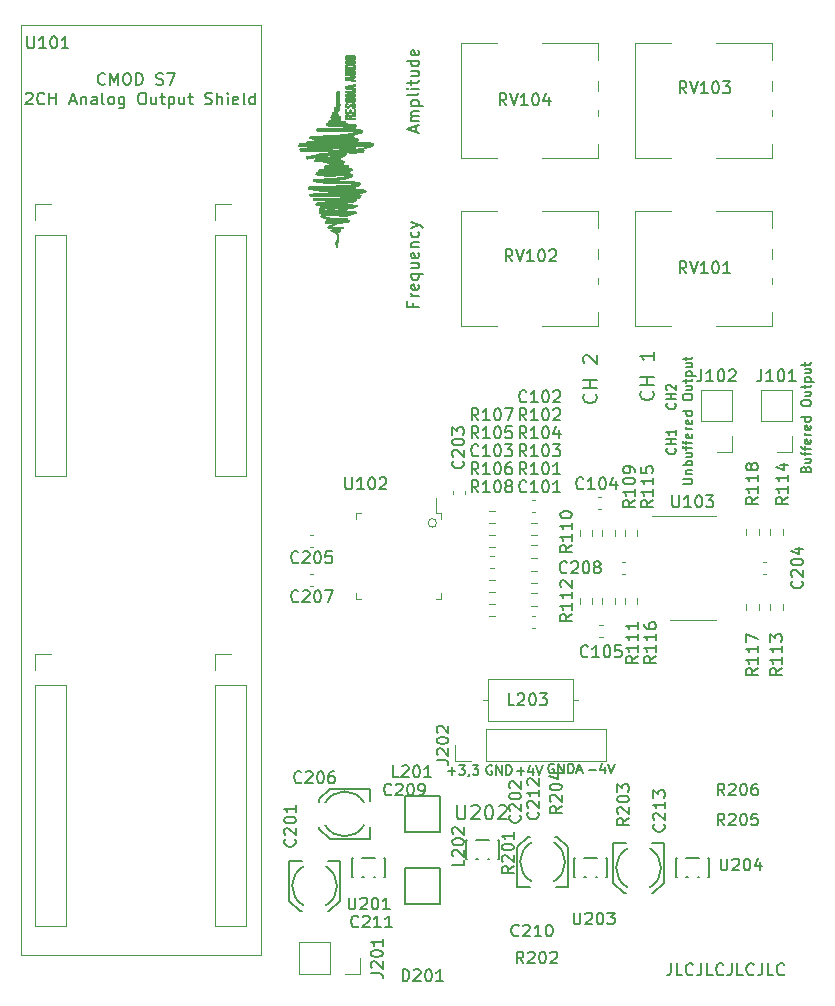
<source format=gbr>
G04 #@! TF.GenerationSoftware,KiCad,Pcbnew,5.1.7*
G04 #@! TF.CreationDate,2020-11-09T12:46:37+01:00*
G04 #@! TF.ProjectId,signal_generator,7369676e-616c-45f6-9765-6e657261746f,rev?*
G04 #@! TF.SameCoordinates,Original*
G04 #@! TF.FileFunction,Legend,Top*
G04 #@! TF.FilePolarity,Positive*
%FSLAX46Y46*%
G04 Gerber Fmt 4.6, Leading zero omitted, Abs format (unit mm)*
G04 Created by KiCad (PCBNEW 5.1.7) date 2020-11-09 12:46:37*
%MOMM*%
%LPD*%
G01*
G04 APERTURE LIST*
%ADD10C,0.150000*%
%ADD11C,0.120000*%
%ADD12C,0.010000*%
%ADD13C,0.127000*%
%ADD14C,0.152400*%
%ADD15C,0.203200*%
G04 APERTURE END LIST*
D10*
X240652428Y-119183142D02*
X241261952Y-119183142D01*
X241985761Y-118954571D02*
X241985761Y-119487904D01*
X241795285Y-118649809D02*
X241604809Y-119221238D01*
X242100047Y-119221238D01*
X242290523Y-118687904D02*
X242557190Y-119487904D01*
X242823857Y-118687904D01*
X237680619Y-118726000D02*
X237604428Y-118687904D01*
X237490142Y-118687904D01*
X237375857Y-118726000D01*
X237299666Y-118802190D01*
X237261571Y-118878380D01*
X237223476Y-119030761D01*
X237223476Y-119145047D01*
X237261571Y-119297428D01*
X237299666Y-119373619D01*
X237375857Y-119449809D01*
X237490142Y-119487904D01*
X237566333Y-119487904D01*
X237680619Y-119449809D01*
X237718714Y-119411714D01*
X237718714Y-119145047D01*
X237566333Y-119145047D01*
X238061571Y-119487904D02*
X238061571Y-118687904D01*
X238518714Y-119487904D01*
X238518714Y-118687904D01*
X238899666Y-119487904D02*
X238899666Y-118687904D01*
X239090142Y-118687904D01*
X239204428Y-118726000D01*
X239280619Y-118802190D01*
X239318714Y-118878380D01*
X239356809Y-119030761D01*
X239356809Y-119145047D01*
X239318714Y-119297428D01*
X239280619Y-119373619D01*
X239204428Y-119449809D01*
X239090142Y-119487904D01*
X238899666Y-119487904D01*
X239661571Y-119259333D02*
X240042523Y-119259333D01*
X239585380Y-119487904D02*
X239852047Y-118687904D01*
X240118714Y-119487904D01*
X234556428Y-119310142D02*
X235165952Y-119310142D01*
X234861190Y-119614904D02*
X234861190Y-119005380D01*
X235889761Y-119081571D02*
X235889761Y-119614904D01*
X235699285Y-118776809D02*
X235508809Y-119348238D01*
X236004047Y-119348238D01*
X236194523Y-118814904D02*
X236461190Y-119614904D01*
X236727857Y-118814904D01*
X232435476Y-118853000D02*
X232359285Y-118814904D01*
X232245000Y-118814904D01*
X232130714Y-118853000D01*
X232054523Y-118929190D01*
X232016428Y-119005380D01*
X231978333Y-119157761D01*
X231978333Y-119272047D01*
X232016428Y-119424428D01*
X232054523Y-119500619D01*
X232130714Y-119576809D01*
X232245000Y-119614904D01*
X232321190Y-119614904D01*
X232435476Y-119576809D01*
X232473571Y-119538714D01*
X232473571Y-119272047D01*
X232321190Y-119272047D01*
X232816428Y-119614904D02*
X232816428Y-118814904D01*
X233273571Y-119614904D01*
X233273571Y-118814904D01*
X233654523Y-119614904D02*
X233654523Y-118814904D01*
X233845000Y-118814904D01*
X233959285Y-118853000D01*
X234035476Y-118929190D01*
X234073571Y-119005380D01*
X234111666Y-119157761D01*
X234111666Y-119272047D01*
X234073571Y-119424428D01*
X234035476Y-119500619D01*
X233959285Y-119576809D01*
X233845000Y-119614904D01*
X233654523Y-119614904D01*
X228739857Y-119310142D02*
X229349380Y-119310142D01*
X229044619Y-119614904D02*
X229044619Y-119005380D01*
X229654142Y-118814904D02*
X230149380Y-118814904D01*
X229882714Y-119119666D01*
X229997000Y-119119666D01*
X230073190Y-119157761D01*
X230111285Y-119195857D01*
X230149380Y-119272047D01*
X230149380Y-119462523D01*
X230111285Y-119538714D01*
X230073190Y-119576809D01*
X229997000Y-119614904D01*
X229768428Y-119614904D01*
X229692238Y-119576809D01*
X229654142Y-119538714D01*
X230530333Y-119576809D02*
X230530333Y-119614904D01*
X230492238Y-119691095D01*
X230454142Y-119729190D01*
X230797000Y-118814904D02*
X231292238Y-118814904D01*
X231025571Y-119119666D01*
X231139857Y-119119666D01*
X231216047Y-119157761D01*
X231254142Y-119195857D01*
X231292238Y-119272047D01*
X231292238Y-119462523D01*
X231254142Y-119538714D01*
X231216047Y-119576809D01*
X231139857Y-119614904D01*
X230911285Y-119614904D01*
X230835095Y-119576809D01*
X230797000Y-119538714D01*
X247935714Y-88182380D02*
X247973809Y-88220476D01*
X248011904Y-88334761D01*
X248011904Y-88410952D01*
X247973809Y-88525238D01*
X247897619Y-88601428D01*
X247821428Y-88639523D01*
X247669047Y-88677619D01*
X247554761Y-88677619D01*
X247402380Y-88639523D01*
X247326190Y-88601428D01*
X247250000Y-88525238D01*
X247211904Y-88410952D01*
X247211904Y-88334761D01*
X247250000Y-88220476D01*
X247288095Y-88182380D01*
X248011904Y-87839523D02*
X247211904Y-87839523D01*
X247592857Y-87839523D02*
X247592857Y-87382380D01*
X248011904Y-87382380D02*
X247211904Y-87382380D01*
X247288095Y-87039523D02*
X247250000Y-87001428D01*
X247211904Y-86925238D01*
X247211904Y-86734761D01*
X247250000Y-86658571D01*
X247288095Y-86620476D01*
X247364285Y-86582380D01*
X247440476Y-86582380D01*
X247554761Y-86620476D01*
X248011904Y-87077619D01*
X248011904Y-86582380D01*
X247935714Y-91992380D02*
X247973809Y-92030476D01*
X248011904Y-92144761D01*
X248011904Y-92220952D01*
X247973809Y-92335238D01*
X247897619Y-92411428D01*
X247821428Y-92449523D01*
X247669047Y-92487619D01*
X247554761Y-92487619D01*
X247402380Y-92449523D01*
X247326190Y-92411428D01*
X247250000Y-92335238D01*
X247211904Y-92220952D01*
X247211904Y-92144761D01*
X247250000Y-92030476D01*
X247288095Y-91992380D01*
X248011904Y-91649523D02*
X247211904Y-91649523D01*
X247592857Y-91649523D02*
X247592857Y-91192380D01*
X248011904Y-91192380D02*
X247211904Y-91192380D01*
X248011904Y-90392380D02*
X248011904Y-90849523D01*
X248011904Y-90620952D02*
X247211904Y-90620952D01*
X247326190Y-90697142D01*
X247402380Y-90773333D01*
X247440476Y-90849523D01*
X247602952Y-135596380D02*
X247602952Y-136310666D01*
X247555333Y-136453523D01*
X247460095Y-136548761D01*
X247317238Y-136596380D01*
X247222000Y-136596380D01*
X248555333Y-136596380D02*
X248079142Y-136596380D01*
X248079142Y-135596380D01*
X249460095Y-136501142D02*
X249412476Y-136548761D01*
X249269619Y-136596380D01*
X249174380Y-136596380D01*
X249031523Y-136548761D01*
X248936285Y-136453523D01*
X248888666Y-136358285D01*
X248841047Y-136167809D01*
X248841047Y-136024952D01*
X248888666Y-135834476D01*
X248936285Y-135739238D01*
X249031523Y-135644000D01*
X249174380Y-135596380D01*
X249269619Y-135596380D01*
X249412476Y-135644000D01*
X249460095Y-135691619D01*
X250174380Y-135596380D02*
X250174380Y-136310666D01*
X250126761Y-136453523D01*
X250031523Y-136548761D01*
X249888666Y-136596380D01*
X249793428Y-136596380D01*
X251126761Y-136596380D02*
X250650571Y-136596380D01*
X250650571Y-135596380D01*
X252031523Y-136501142D02*
X251983904Y-136548761D01*
X251841047Y-136596380D01*
X251745809Y-136596380D01*
X251602952Y-136548761D01*
X251507714Y-136453523D01*
X251460095Y-136358285D01*
X251412476Y-136167809D01*
X251412476Y-136024952D01*
X251460095Y-135834476D01*
X251507714Y-135739238D01*
X251602952Y-135644000D01*
X251745809Y-135596380D01*
X251841047Y-135596380D01*
X251983904Y-135644000D01*
X252031523Y-135691619D01*
X252745809Y-135596380D02*
X252745809Y-136310666D01*
X252698190Y-136453523D01*
X252602952Y-136548761D01*
X252460095Y-136596380D01*
X252364857Y-136596380D01*
X253698190Y-136596380D02*
X253222000Y-136596380D01*
X253222000Y-135596380D01*
X254602952Y-136501142D02*
X254555333Y-136548761D01*
X254412476Y-136596380D01*
X254317238Y-136596380D01*
X254174380Y-136548761D01*
X254079142Y-136453523D01*
X254031523Y-136358285D01*
X253983904Y-136167809D01*
X253983904Y-136024952D01*
X254031523Y-135834476D01*
X254079142Y-135739238D01*
X254174380Y-135644000D01*
X254317238Y-135596380D01*
X254412476Y-135596380D01*
X254555333Y-135644000D01*
X254602952Y-135691619D01*
X255317238Y-135596380D02*
X255317238Y-136310666D01*
X255269619Y-136453523D01*
X255174380Y-136548761D01*
X255031523Y-136596380D01*
X254936285Y-136596380D01*
X256269619Y-136596380D02*
X255793428Y-136596380D01*
X255793428Y-135596380D01*
X257174380Y-136501142D02*
X257126761Y-136548761D01*
X256983904Y-136596380D01*
X256888666Y-136596380D01*
X256745809Y-136548761D01*
X256650571Y-136453523D01*
X256602952Y-136358285D01*
X256555333Y-136167809D01*
X256555333Y-136024952D01*
X256602952Y-135834476D01*
X256650571Y-135739238D01*
X256745809Y-135644000D01*
X256888666Y-135596380D01*
X256983904Y-135596380D01*
X257126761Y-135644000D01*
X257174380Y-135691619D01*
X241220571Y-87391714D02*
X241277714Y-87448857D01*
X241334857Y-87620285D01*
X241334857Y-87734571D01*
X241277714Y-87906000D01*
X241163428Y-88020285D01*
X241049142Y-88077428D01*
X240820571Y-88134571D01*
X240649142Y-88134571D01*
X240420571Y-88077428D01*
X240306285Y-88020285D01*
X240192000Y-87906000D01*
X240134857Y-87734571D01*
X240134857Y-87620285D01*
X240192000Y-87448857D01*
X240249142Y-87391714D01*
X241334857Y-86877428D02*
X240134857Y-86877428D01*
X240706285Y-86877428D02*
X240706285Y-86191714D01*
X241334857Y-86191714D02*
X240134857Y-86191714D01*
X240249142Y-84763142D02*
X240192000Y-84706000D01*
X240134857Y-84591714D01*
X240134857Y-84306000D01*
X240192000Y-84191714D01*
X240249142Y-84134571D01*
X240363428Y-84077428D01*
X240477714Y-84077428D01*
X240649142Y-84134571D01*
X241334857Y-84820285D01*
X241334857Y-84077428D01*
X246046571Y-87137714D02*
X246103714Y-87194857D01*
X246160857Y-87366285D01*
X246160857Y-87480571D01*
X246103714Y-87652000D01*
X245989428Y-87766285D01*
X245875142Y-87823428D01*
X245646571Y-87880571D01*
X245475142Y-87880571D01*
X245246571Y-87823428D01*
X245132285Y-87766285D01*
X245018000Y-87652000D01*
X244960857Y-87480571D01*
X244960857Y-87366285D01*
X245018000Y-87194857D01*
X245075142Y-87137714D01*
X246160857Y-86623428D02*
X244960857Y-86623428D01*
X245532285Y-86623428D02*
X245532285Y-85937714D01*
X246160857Y-85937714D02*
X244960857Y-85937714D01*
X246160857Y-83823428D02*
X246160857Y-84509142D01*
X246160857Y-84166285D02*
X244960857Y-84166285D01*
X245132285Y-84280571D01*
X245246571Y-84394857D01*
X245303714Y-84509142D01*
X225734571Y-79644476D02*
X225734571Y-79977809D01*
X226258380Y-79977809D02*
X225258380Y-79977809D01*
X225258380Y-79501619D01*
X226258380Y-79120666D02*
X225591714Y-79120666D01*
X225782190Y-79120666D02*
X225686952Y-79073047D01*
X225639333Y-79025428D01*
X225591714Y-78930190D01*
X225591714Y-78834952D01*
X226210761Y-78120666D02*
X226258380Y-78215904D01*
X226258380Y-78406380D01*
X226210761Y-78501619D01*
X226115523Y-78549238D01*
X225734571Y-78549238D01*
X225639333Y-78501619D01*
X225591714Y-78406380D01*
X225591714Y-78215904D01*
X225639333Y-78120666D01*
X225734571Y-78073047D01*
X225829809Y-78073047D01*
X225925047Y-78549238D01*
X225591714Y-77215904D02*
X226591714Y-77215904D01*
X226210761Y-77215904D02*
X226258380Y-77311142D01*
X226258380Y-77501619D01*
X226210761Y-77596857D01*
X226163142Y-77644476D01*
X226067904Y-77692095D01*
X225782190Y-77692095D01*
X225686952Y-77644476D01*
X225639333Y-77596857D01*
X225591714Y-77501619D01*
X225591714Y-77311142D01*
X225639333Y-77215904D01*
X225591714Y-76311142D02*
X226258380Y-76311142D01*
X225591714Y-76739714D02*
X226115523Y-76739714D01*
X226210761Y-76692095D01*
X226258380Y-76596857D01*
X226258380Y-76454000D01*
X226210761Y-76358761D01*
X226163142Y-76311142D01*
X226210761Y-75454000D02*
X226258380Y-75549238D01*
X226258380Y-75739714D01*
X226210761Y-75834952D01*
X226115523Y-75882571D01*
X225734571Y-75882571D01*
X225639333Y-75834952D01*
X225591714Y-75739714D01*
X225591714Y-75549238D01*
X225639333Y-75454000D01*
X225734571Y-75406380D01*
X225829809Y-75406380D01*
X225925047Y-75882571D01*
X225591714Y-74977809D02*
X226258380Y-74977809D01*
X225686952Y-74977809D02*
X225639333Y-74930190D01*
X225591714Y-74834952D01*
X225591714Y-74692095D01*
X225639333Y-74596857D01*
X225734571Y-74549238D01*
X226258380Y-74549238D01*
X226210761Y-73644476D02*
X226258380Y-73739714D01*
X226258380Y-73930190D01*
X226210761Y-74025428D01*
X226163142Y-74073047D01*
X226067904Y-74120666D01*
X225782190Y-74120666D01*
X225686952Y-74073047D01*
X225639333Y-74025428D01*
X225591714Y-73930190D01*
X225591714Y-73739714D01*
X225639333Y-73644476D01*
X225591714Y-73311142D02*
X226258380Y-73073047D01*
X225591714Y-72834952D02*
X226258380Y-73073047D01*
X226496476Y-73168285D01*
X226544095Y-73215904D01*
X226591714Y-73311142D01*
X225972666Y-65198190D02*
X225972666Y-64722000D01*
X226258380Y-65293428D02*
X225258380Y-64960095D01*
X226258380Y-64626761D01*
X226258380Y-64293428D02*
X225591714Y-64293428D01*
X225686952Y-64293428D02*
X225639333Y-64245809D01*
X225591714Y-64150571D01*
X225591714Y-64007714D01*
X225639333Y-63912476D01*
X225734571Y-63864857D01*
X226258380Y-63864857D01*
X225734571Y-63864857D02*
X225639333Y-63817238D01*
X225591714Y-63722000D01*
X225591714Y-63579142D01*
X225639333Y-63483904D01*
X225734571Y-63436285D01*
X226258380Y-63436285D01*
X225591714Y-62960095D02*
X226591714Y-62960095D01*
X225639333Y-62960095D02*
X225591714Y-62864857D01*
X225591714Y-62674380D01*
X225639333Y-62579142D01*
X225686952Y-62531523D01*
X225782190Y-62483904D01*
X226067904Y-62483904D01*
X226163142Y-62531523D01*
X226210761Y-62579142D01*
X226258380Y-62674380D01*
X226258380Y-62864857D01*
X226210761Y-62960095D01*
X226258380Y-61912476D02*
X226210761Y-62007714D01*
X226115523Y-62055333D01*
X225258380Y-62055333D01*
X226258380Y-61531523D02*
X225591714Y-61531523D01*
X225258380Y-61531523D02*
X225306000Y-61579142D01*
X225353619Y-61531523D01*
X225306000Y-61483904D01*
X225258380Y-61531523D01*
X225353619Y-61531523D01*
X225591714Y-61198190D02*
X225591714Y-60817238D01*
X225258380Y-61055333D02*
X226115523Y-61055333D01*
X226210761Y-61007714D01*
X226258380Y-60912476D01*
X226258380Y-60817238D01*
X225591714Y-60055333D02*
X226258380Y-60055333D01*
X225591714Y-60483904D02*
X226115523Y-60483904D01*
X226210761Y-60436285D01*
X226258380Y-60341047D01*
X226258380Y-60198190D01*
X226210761Y-60102952D01*
X226163142Y-60055333D01*
X226258380Y-59150571D02*
X225258380Y-59150571D01*
X226210761Y-59150571D02*
X226258380Y-59245809D01*
X226258380Y-59436285D01*
X226210761Y-59531523D01*
X226163142Y-59579142D01*
X226067904Y-59626761D01*
X225782190Y-59626761D01*
X225686952Y-59579142D01*
X225639333Y-59531523D01*
X225591714Y-59436285D01*
X225591714Y-59245809D01*
X225639333Y-59150571D01*
X226210761Y-58293428D02*
X226258380Y-58388666D01*
X226258380Y-58579142D01*
X226210761Y-58674380D01*
X226115523Y-58722000D01*
X225734571Y-58722000D01*
X225639333Y-58674380D01*
X225591714Y-58579142D01*
X225591714Y-58388666D01*
X225639333Y-58293428D01*
X225734571Y-58245809D01*
X225829809Y-58245809D01*
X225925047Y-58722000D01*
D11*
X227752710Y-98298000D02*
G75*
G03*
X227752710Y-98298000I-359210J0D01*
G01*
D10*
X248608904Y-94995333D02*
X249256523Y-94995333D01*
X249332714Y-94957238D01*
X249370809Y-94919142D01*
X249408904Y-94842952D01*
X249408904Y-94690571D01*
X249370809Y-94614380D01*
X249332714Y-94576285D01*
X249256523Y-94538190D01*
X248608904Y-94538190D01*
X248875571Y-94157238D02*
X249408904Y-94157238D01*
X248951761Y-94157238D02*
X248913666Y-94119142D01*
X248875571Y-94042952D01*
X248875571Y-93928666D01*
X248913666Y-93852476D01*
X248989857Y-93814380D01*
X249408904Y-93814380D01*
X249408904Y-93433428D02*
X248608904Y-93433428D01*
X248913666Y-93433428D02*
X248875571Y-93357238D01*
X248875571Y-93204857D01*
X248913666Y-93128666D01*
X248951761Y-93090571D01*
X249027952Y-93052476D01*
X249256523Y-93052476D01*
X249332714Y-93090571D01*
X249370809Y-93128666D01*
X249408904Y-93204857D01*
X249408904Y-93357238D01*
X249370809Y-93433428D01*
X248875571Y-92366761D02*
X249408904Y-92366761D01*
X248875571Y-92709619D02*
X249294619Y-92709619D01*
X249370809Y-92671523D01*
X249408904Y-92595333D01*
X249408904Y-92481047D01*
X249370809Y-92404857D01*
X249332714Y-92366761D01*
X248875571Y-92100095D02*
X248875571Y-91795333D01*
X249408904Y-91985809D02*
X248723190Y-91985809D01*
X248647000Y-91947714D01*
X248608904Y-91871523D01*
X248608904Y-91795333D01*
X248875571Y-91642952D02*
X248875571Y-91338190D01*
X249408904Y-91528666D02*
X248723190Y-91528666D01*
X248647000Y-91490571D01*
X248608904Y-91414380D01*
X248608904Y-91338190D01*
X249370809Y-90766761D02*
X249408904Y-90842952D01*
X249408904Y-90995333D01*
X249370809Y-91071523D01*
X249294619Y-91109619D01*
X248989857Y-91109619D01*
X248913666Y-91071523D01*
X248875571Y-90995333D01*
X248875571Y-90842952D01*
X248913666Y-90766761D01*
X248989857Y-90728666D01*
X249066047Y-90728666D01*
X249142238Y-91109619D01*
X249408904Y-90385809D02*
X248875571Y-90385809D01*
X249027952Y-90385809D02*
X248951761Y-90347714D01*
X248913666Y-90309619D01*
X248875571Y-90233428D01*
X248875571Y-90157238D01*
X249370809Y-89585809D02*
X249408904Y-89662000D01*
X249408904Y-89814380D01*
X249370809Y-89890571D01*
X249294619Y-89928666D01*
X248989857Y-89928666D01*
X248913666Y-89890571D01*
X248875571Y-89814380D01*
X248875571Y-89662000D01*
X248913666Y-89585809D01*
X248989857Y-89547714D01*
X249066047Y-89547714D01*
X249142238Y-89928666D01*
X249408904Y-88862000D02*
X248608904Y-88862000D01*
X249370809Y-88862000D02*
X249408904Y-88938190D01*
X249408904Y-89090571D01*
X249370809Y-89166761D01*
X249332714Y-89204857D01*
X249256523Y-89242952D01*
X249027952Y-89242952D01*
X248951761Y-89204857D01*
X248913666Y-89166761D01*
X248875571Y-89090571D01*
X248875571Y-88938190D01*
X248913666Y-88862000D01*
X248608904Y-87719142D02*
X248608904Y-87566761D01*
X248647000Y-87490571D01*
X248723190Y-87414380D01*
X248875571Y-87376285D01*
X249142238Y-87376285D01*
X249294619Y-87414380D01*
X249370809Y-87490571D01*
X249408904Y-87566761D01*
X249408904Y-87719142D01*
X249370809Y-87795333D01*
X249294619Y-87871523D01*
X249142238Y-87909619D01*
X248875571Y-87909619D01*
X248723190Y-87871523D01*
X248647000Y-87795333D01*
X248608904Y-87719142D01*
X248875571Y-86690571D02*
X249408904Y-86690571D01*
X248875571Y-87033428D02*
X249294619Y-87033428D01*
X249370809Y-86995333D01*
X249408904Y-86919142D01*
X249408904Y-86804857D01*
X249370809Y-86728666D01*
X249332714Y-86690571D01*
X248875571Y-86423904D02*
X248875571Y-86119142D01*
X248608904Y-86309619D02*
X249294619Y-86309619D01*
X249370809Y-86271523D01*
X249408904Y-86195333D01*
X249408904Y-86119142D01*
X248875571Y-85852476D02*
X249675571Y-85852476D01*
X248913666Y-85852476D02*
X248875571Y-85776285D01*
X248875571Y-85623904D01*
X248913666Y-85547714D01*
X248951761Y-85509619D01*
X249027952Y-85471523D01*
X249256523Y-85471523D01*
X249332714Y-85509619D01*
X249370809Y-85547714D01*
X249408904Y-85623904D01*
X249408904Y-85776285D01*
X249370809Y-85852476D01*
X248875571Y-84785809D02*
X249408904Y-84785809D01*
X248875571Y-85128666D02*
X249294619Y-85128666D01*
X249370809Y-85090571D01*
X249408904Y-85014380D01*
X249408904Y-84900095D01*
X249370809Y-84823904D01*
X249332714Y-84785809D01*
X248875571Y-84519142D02*
X248875571Y-84214380D01*
X248608904Y-84404857D02*
X249294619Y-84404857D01*
X249370809Y-84366761D01*
X249408904Y-84290571D01*
X249408904Y-84214380D01*
X259022857Y-93731809D02*
X259060952Y-93617523D01*
X259099047Y-93579428D01*
X259175238Y-93541333D01*
X259289523Y-93541333D01*
X259365714Y-93579428D01*
X259403809Y-93617523D01*
X259441904Y-93693714D01*
X259441904Y-93998476D01*
X258641904Y-93998476D01*
X258641904Y-93731809D01*
X258680000Y-93655619D01*
X258718095Y-93617523D01*
X258794285Y-93579428D01*
X258870476Y-93579428D01*
X258946666Y-93617523D01*
X258984761Y-93655619D01*
X259022857Y-93731809D01*
X259022857Y-93998476D01*
X258908571Y-92855619D02*
X259441904Y-92855619D01*
X258908571Y-93198476D02*
X259327619Y-93198476D01*
X259403809Y-93160380D01*
X259441904Y-93084190D01*
X259441904Y-92969904D01*
X259403809Y-92893714D01*
X259365714Y-92855619D01*
X258908571Y-92588952D02*
X258908571Y-92284190D01*
X259441904Y-92474666D02*
X258756190Y-92474666D01*
X258680000Y-92436571D01*
X258641904Y-92360380D01*
X258641904Y-92284190D01*
X258908571Y-92131809D02*
X258908571Y-91827047D01*
X259441904Y-92017523D02*
X258756190Y-92017523D01*
X258680000Y-91979428D01*
X258641904Y-91903238D01*
X258641904Y-91827047D01*
X259403809Y-91255619D02*
X259441904Y-91331809D01*
X259441904Y-91484190D01*
X259403809Y-91560380D01*
X259327619Y-91598476D01*
X259022857Y-91598476D01*
X258946666Y-91560380D01*
X258908571Y-91484190D01*
X258908571Y-91331809D01*
X258946666Y-91255619D01*
X259022857Y-91217523D01*
X259099047Y-91217523D01*
X259175238Y-91598476D01*
X259441904Y-90874666D02*
X258908571Y-90874666D01*
X259060952Y-90874666D02*
X258984761Y-90836571D01*
X258946666Y-90798476D01*
X258908571Y-90722285D01*
X258908571Y-90646095D01*
X259403809Y-90074666D02*
X259441904Y-90150857D01*
X259441904Y-90303238D01*
X259403809Y-90379428D01*
X259327619Y-90417523D01*
X259022857Y-90417523D01*
X258946666Y-90379428D01*
X258908571Y-90303238D01*
X258908571Y-90150857D01*
X258946666Y-90074666D01*
X259022857Y-90036571D01*
X259099047Y-90036571D01*
X259175238Y-90417523D01*
X259441904Y-89350857D02*
X258641904Y-89350857D01*
X259403809Y-89350857D02*
X259441904Y-89427047D01*
X259441904Y-89579428D01*
X259403809Y-89655619D01*
X259365714Y-89693714D01*
X259289523Y-89731809D01*
X259060952Y-89731809D01*
X258984761Y-89693714D01*
X258946666Y-89655619D01*
X258908571Y-89579428D01*
X258908571Y-89427047D01*
X258946666Y-89350857D01*
X258641904Y-88208000D02*
X258641904Y-88055619D01*
X258680000Y-87979428D01*
X258756190Y-87903238D01*
X258908571Y-87865142D01*
X259175238Y-87865142D01*
X259327619Y-87903238D01*
X259403809Y-87979428D01*
X259441904Y-88055619D01*
X259441904Y-88208000D01*
X259403809Y-88284190D01*
X259327619Y-88360380D01*
X259175238Y-88398476D01*
X258908571Y-88398476D01*
X258756190Y-88360380D01*
X258680000Y-88284190D01*
X258641904Y-88208000D01*
X258908571Y-87179428D02*
X259441904Y-87179428D01*
X258908571Y-87522285D02*
X259327619Y-87522285D01*
X259403809Y-87484190D01*
X259441904Y-87408000D01*
X259441904Y-87293714D01*
X259403809Y-87217523D01*
X259365714Y-87179428D01*
X258908571Y-86912761D02*
X258908571Y-86608000D01*
X258641904Y-86798476D02*
X259327619Y-86798476D01*
X259403809Y-86760380D01*
X259441904Y-86684190D01*
X259441904Y-86608000D01*
X258908571Y-86341333D02*
X259708571Y-86341333D01*
X258946666Y-86341333D02*
X258908571Y-86265142D01*
X258908571Y-86112761D01*
X258946666Y-86036571D01*
X258984761Y-85998476D01*
X259060952Y-85960380D01*
X259289523Y-85960380D01*
X259365714Y-85998476D01*
X259403809Y-86036571D01*
X259441904Y-86112761D01*
X259441904Y-86265142D01*
X259403809Y-86341333D01*
X258908571Y-85274666D02*
X259441904Y-85274666D01*
X258908571Y-85617523D02*
X259327619Y-85617523D01*
X259403809Y-85579428D01*
X259441904Y-85503238D01*
X259441904Y-85388952D01*
X259403809Y-85312761D01*
X259365714Y-85274666D01*
X258908571Y-85008000D02*
X258908571Y-84703238D01*
X258641904Y-84893714D02*
X259327619Y-84893714D01*
X259403809Y-84855619D01*
X259441904Y-84779428D01*
X259441904Y-84703238D01*
X199692000Y-61127142D02*
X199644380Y-61174761D01*
X199501523Y-61222380D01*
X199406285Y-61222380D01*
X199263428Y-61174761D01*
X199168190Y-61079523D01*
X199120571Y-60984285D01*
X199072952Y-60793809D01*
X199072952Y-60650952D01*
X199120571Y-60460476D01*
X199168190Y-60365238D01*
X199263428Y-60270000D01*
X199406285Y-60222380D01*
X199501523Y-60222380D01*
X199644380Y-60270000D01*
X199692000Y-60317619D01*
X200120571Y-61222380D02*
X200120571Y-60222380D01*
X200453904Y-60936666D01*
X200787238Y-60222380D01*
X200787238Y-61222380D01*
X201453904Y-60222380D02*
X201644380Y-60222380D01*
X201739619Y-60270000D01*
X201834857Y-60365238D01*
X201882476Y-60555714D01*
X201882476Y-60889047D01*
X201834857Y-61079523D01*
X201739619Y-61174761D01*
X201644380Y-61222380D01*
X201453904Y-61222380D01*
X201358666Y-61174761D01*
X201263428Y-61079523D01*
X201215809Y-60889047D01*
X201215809Y-60555714D01*
X201263428Y-60365238D01*
X201358666Y-60270000D01*
X201453904Y-60222380D01*
X202311047Y-61222380D02*
X202311047Y-60222380D01*
X202549142Y-60222380D01*
X202692000Y-60270000D01*
X202787238Y-60365238D01*
X202834857Y-60460476D01*
X202882476Y-60650952D01*
X202882476Y-60793809D01*
X202834857Y-60984285D01*
X202787238Y-61079523D01*
X202692000Y-61174761D01*
X202549142Y-61222380D01*
X202311047Y-61222380D01*
X204025333Y-61174761D02*
X204168190Y-61222380D01*
X204406285Y-61222380D01*
X204501523Y-61174761D01*
X204549142Y-61127142D01*
X204596761Y-61031904D01*
X204596761Y-60936666D01*
X204549142Y-60841428D01*
X204501523Y-60793809D01*
X204406285Y-60746190D01*
X204215809Y-60698571D01*
X204120571Y-60650952D01*
X204072952Y-60603333D01*
X204025333Y-60508095D01*
X204025333Y-60412857D01*
X204072952Y-60317619D01*
X204120571Y-60270000D01*
X204215809Y-60222380D01*
X204453904Y-60222380D01*
X204596761Y-60270000D01*
X204930095Y-60222380D02*
X205596761Y-60222380D01*
X205168190Y-61222380D01*
X192977714Y-61967619D02*
X193025333Y-61920000D01*
X193120571Y-61872380D01*
X193358666Y-61872380D01*
X193453904Y-61920000D01*
X193501523Y-61967619D01*
X193549142Y-62062857D01*
X193549142Y-62158095D01*
X193501523Y-62300952D01*
X192930095Y-62872380D01*
X193549142Y-62872380D01*
X194549142Y-62777142D02*
X194501523Y-62824761D01*
X194358666Y-62872380D01*
X194263428Y-62872380D01*
X194120571Y-62824761D01*
X194025333Y-62729523D01*
X193977714Y-62634285D01*
X193930095Y-62443809D01*
X193930095Y-62300952D01*
X193977714Y-62110476D01*
X194025333Y-62015238D01*
X194120571Y-61920000D01*
X194263428Y-61872380D01*
X194358666Y-61872380D01*
X194501523Y-61920000D01*
X194549142Y-61967619D01*
X194977714Y-62872380D02*
X194977714Y-61872380D01*
X194977714Y-62348571D02*
X195549142Y-62348571D01*
X195549142Y-62872380D02*
X195549142Y-61872380D01*
X196739619Y-62586666D02*
X197215809Y-62586666D01*
X196644380Y-62872380D02*
X196977714Y-61872380D01*
X197311047Y-62872380D01*
X197644380Y-62205714D02*
X197644380Y-62872380D01*
X197644380Y-62300952D02*
X197692000Y-62253333D01*
X197787238Y-62205714D01*
X197930095Y-62205714D01*
X198025333Y-62253333D01*
X198072952Y-62348571D01*
X198072952Y-62872380D01*
X198977714Y-62872380D02*
X198977714Y-62348571D01*
X198930095Y-62253333D01*
X198834857Y-62205714D01*
X198644380Y-62205714D01*
X198549142Y-62253333D01*
X198977714Y-62824761D02*
X198882476Y-62872380D01*
X198644380Y-62872380D01*
X198549142Y-62824761D01*
X198501523Y-62729523D01*
X198501523Y-62634285D01*
X198549142Y-62539047D01*
X198644380Y-62491428D01*
X198882476Y-62491428D01*
X198977714Y-62443809D01*
X199596761Y-62872380D02*
X199501523Y-62824761D01*
X199453904Y-62729523D01*
X199453904Y-61872380D01*
X200120571Y-62872380D02*
X200025333Y-62824761D01*
X199977714Y-62777142D01*
X199930095Y-62681904D01*
X199930095Y-62396190D01*
X199977714Y-62300952D01*
X200025333Y-62253333D01*
X200120571Y-62205714D01*
X200263428Y-62205714D01*
X200358666Y-62253333D01*
X200406285Y-62300952D01*
X200453904Y-62396190D01*
X200453904Y-62681904D01*
X200406285Y-62777142D01*
X200358666Y-62824761D01*
X200263428Y-62872380D01*
X200120571Y-62872380D01*
X201311047Y-62205714D02*
X201311047Y-63015238D01*
X201263428Y-63110476D01*
X201215809Y-63158095D01*
X201120571Y-63205714D01*
X200977714Y-63205714D01*
X200882476Y-63158095D01*
X201311047Y-62824761D02*
X201215809Y-62872380D01*
X201025333Y-62872380D01*
X200930095Y-62824761D01*
X200882476Y-62777142D01*
X200834857Y-62681904D01*
X200834857Y-62396190D01*
X200882476Y-62300952D01*
X200930095Y-62253333D01*
X201025333Y-62205714D01*
X201215809Y-62205714D01*
X201311047Y-62253333D01*
X202739619Y-61872380D02*
X202930095Y-61872380D01*
X203025333Y-61920000D01*
X203120571Y-62015238D01*
X203168190Y-62205714D01*
X203168190Y-62539047D01*
X203120571Y-62729523D01*
X203025333Y-62824761D01*
X202930095Y-62872380D01*
X202739619Y-62872380D01*
X202644380Y-62824761D01*
X202549142Y-62729523D01*
X202501523Y-62539047D01*
X202501523Y-62205714D01*
X202549142Y-62015238D01*
X202644380Y-61920000D01*
X202739619Y-61872380D01*
X204025333Y-62205714D02*
X204025333Y-62872380D01*
X203596761Y-62205714D02*
X203596761Y-62729523D01*
X203644380Y-62824761D01*
X203739619Y-62872380D01*
X203882476Y-62872380D01*
X203977714Y-62824761D01*
X204025333Y-62777142D01*
X204358666Y-62205714D02*
X204739619Y-62205714D01*
X204501523Y-61872380D02*
X204501523Y-62729523D01*
X204549142Y-62824761D01*
X204644380Y-62872380D01*
X204739619Y-62872380D01*
X205072952Y-62205714D02*
X205072952Y-63205714D01*
X205072952Y-62253333D02*
X205168190Y-62205714D01*
X205358666Y-62205714D01*
X205453904Y-62253333D01*
X205501523Y-62300952D01*
X205549142Y-62396190D01*
X205549142Y-62681904D01*
X205501523Y-62777142D01*
X205453904Y-62824761D01*
X205358666Y-62872380D01*
X205168190Y-62872380D01*
X205072952Y-62824761D01*
X206406285Y-62205714D02*
X206406285Y-62872380D01*
X205977714Y-62205714D02*
X205977714Y-62729523D01*
X206025333Y-62824761D01*
X206120571Y-62872380D01*
X206263428Y-62872380D01*
X206358666Y-62824761D01*
X206406285Y-62777142D01*
X206739619Y-62205714D02*
X207120571Y-62205714D01*
X206882476Y-61872380D02*
X206882476Y-62729523D01*
X206930095Y-62824761D01*
X207025333Y-62872380D01*
X207120571Y-62872380D01*
X208168190Y-62824761D02*
X208311047Y-62872380D01*
X208549142Y-62872380D01*
X208644380Y-62824761D01*
X208692000Y-62777142D01*
X208739619Y-62681904D01*
X208739619Y-62586666D01*
X208692000Y-62491428D01*
X208644380Y-62443809D01*
X208549142Y-62396190D01*
X208358666Y-62348571D01*
X208263428Y-62300952D01*
X208215809Y-62253333D01*
X208168190Y-62158095D01*
X208168190Y-62062857D01*
X208215809Y-61967619D01*
X208263428Y-61920000D01*
X208358666Y-61872380D01*
X208596761Y-61872380D01*
X208739619Y-61920000D01*
X209168190Y-62872380D02*
X209168190Y-61872380D01*
X209596761Y-62872380D02*
X209596761Y-62348571D01*
X209549142Y-62253333D01*
X209453904Y-62205714D01*
X209311047Y-62205714D01*
X209215809Y-62253333D01*
X209168190Y-62300952D01*
X210072952Y-62872380D02*
X210072952Y-62205714D01*
X210072952Y-61872380D02*
X210025333Y-61920000D01*
X210072952Y-61967619D01*
X210120571Y-61920000D01*
X210072952Y-61872380D01*
X210072952Y-61967619D01*
X210930095Y-62824761D02*
X210834857Y-62872380D01*
X210644380Y-62872380D01*
X210549142Y-62824761D01*
X210501523Y-62729523D01*
X210501523Y-62348571D01*
X210549142Y-62253333D01*
X210644380Y-62205714D01*
X210834857Y-62205714D01*
X210930095Y-62253333D01*
X210977714Y-62348571D01*
X210977714Y-62443809D01*
X210501523Y-62539047D01*
X211549142Y-62872380D02*
X211453904Y-62824761D01*
X211406285Y-62729523D01*
X211406285Y-61872380D01*
X212358666Y-62872380D02*
X212358666Y-61872380D01*
X212358666Y-62824761D02*
X212263428Y-62872380D01*
X212072952Y-62872380D01*
X211977714Y-62824761D01*
X211930095Y-62777142D01*
X211882476Y-62681904D01*
X211882476Y-62396190D01*
X211930095Y-62300952D01*
X211977714Y-62253333D01*
X212072952Y-62205714D01*
X212263428Y-62205714D01*
X212358666Y-62253333D01*
D12*
G36*
X216053195Y-66278526D02*
G01*
X216068764Y-66206625D01*
X216105240Y-66163248D01*
X216176254Y-66140613D01*
X216295435Y-66130937D01*
X216312750Y-66130306D01*
X216423223Y-66126340D01*
X216515437Y-66122646D01*
X216550875Y-66120987D01*
X216617817Y-66102234D01*
X216704295Y-66059988D01*
X216725500Y-66047161D01*
X216810193Y-66004916D01*
X216909141Y-65983110D01*
X217046070Y-65976632D01*
X217053024Y-65976619D01*
X217216758Y-65968420D01*
X217324151Y-65942740D01*
X217380432Y-65897639D01*
X217392250Y-65850711D01*
X217417583Y-65793768D01*
X217447812Y-65776137D01*
X217444671Y-65769240D01*
X217388905Y-65763193D01*
X217291389Y-65758950D01*
X217240441Y-65757934D01*
X217084839Y-65749596D01*
X216988578Y-65728421D01*
X216948420Y-65692331D01*
X216961123Y-65639248D01*
X216992320Y-65598875D01*
X217006180Y-65584837D01*
X217023799Y-65572793D01*
X217050419Y-65562343D01*
X217091279Y-65553088D01*
X217151622Y-65544630D01*
X217236686Y-65536569D01*
X217351714Y-65528506D01*
X217501945Y-65520043D01*
X217692620Y-65510779D01*
X217928980Y-65500317D01*
X218216266Y-65488257D01*
X218559718Y-65474199D01*
X218709875Y-65468096D01*
X219084347Y-65450905D01*
X219413803Y-65431696D01*
X219694506Y-65410784D01*
X219922716Y-65388484D01*
X220094696Y-65365111D01*
X220202125Y-65342335D01*
X220274322Y-65323505D01*
X220389443Y-65295709D01*
X220528367Y-65263507D01*
X220606937Y-65245806D01*
X220737176Y-65214409D01*
X220840389Y-65185011D01*
X220903375Y-65161638D01*
X220916500Y-65151406D01*
X220895755Y-65136879D01*
X220831824Y-65124567D01*
X220722165Y-65114395D01*
X220564232Y-65106288D01*
X220355484Y-65100171D01*
X220093375Y-65095969D01*
X219775363Y-65093607D01*
X219398904Y-65093011D01*
X218971535Y-65094063D01*
X218633248Y-65094735D01*
X218333366Y-65093936D01*
X218075985Y-65091736D01*
X217865202Y-65088208D01*
X217705114Y-65083421D01*
X217599815Y-65077448D01*
X217553404Y-65070359D01*
X217551953Y-65069404D01*
X217541296Y-65016264D01*
X217561079Y-64960143D01*
X217600448Y-64881125D01*
X218520286Y-64873897D01*
X218771827Y-64870793D01*
X219016900Y-64865688D01*
X219244205Y-64858973D01*
X219442441Y-64851041D01*
X219600307Y-64842283D01*
X219706500Y-64833090D01*
X219710000Y-64832658D01*
X219854164Y-64815064D01*
X219992025Y-64799212D01*
X220097933Y-64788030D01*
X220113643Y-64786556D01*
X220229661Y-64772852D01*
X220285994Y-64758601D01*
X220286453Y-64744198D01*
X220234844Y-64730041D01*
X220134977Y-64716523D01*
X219990661Y-64704042D01*
X219805704Y-64692992D01*
X219583915Y-64683769D01*
X219329103Y-64676768D01*
X219045077Y-64672386D01*
X219011500Y-64672075D01*
X218774825Y-64667134D01*
X218596099Y-64656391D01*
X218469965Y-64639021D01*
X218391069Y-64614197D01*
X218354053Y-64581091D01*
X218350427Y-64570038D01*
X218362460Y-64490981D01*
X218424371Y-64437634D01*
X218510991Y-64420750D01*
X218576888Y-64414334D01*
X218596969Y-64381864D01*
X218592333Y-64327929D01*
X218593818Y-64253446D01*
X218635669Y-64209940D01*
X218653724Y-64200929D01*
X218729403Y-64174414D01*
X218775892Y-64166750D01*
X218822584Y-64140406D01*
X218850675Y-64095313D01*
X218859041Y-64028333D01*
X218814557Y-63973591D01*
X218765396Y-63907532D01*
X218775839Y-63842082D01*
X218842643Y-63786911D01*
X218882745Y-63770444D01*
X218949732Y-63739920D01*
X218959329Y-63714271D01*
X218954183Y-63710197D01*
X218925009Y-63665472D01*
X218916102Y-63597963D01*
X218926526Y-63534215D01*
X218955342Y-63500767D01*
X218961607Y-63500000D01*
X219021928Y-63479205D01*
X219048919Y-63458536D01*
X219113888Y-63411247D01*
X219154375Y-63390666D01*
X219195327Y-63370022D01*
X219181250Y-63355759D01*
X219138500Y-63343570D01*
X219077712Y-63310342D01*
X219051498Y-63240292D01*
X219049175Y-63220940D01*
X219049913Y-63148255D01*
X219076737Y-63119878D01*
X219096800Y-63117244D01*
X219151206Y-63095548D01*
X219209111Y-63045100D01*
X219256581Y-62983466D01*
X219279680Y-62928209D01*
X219269675Y-62899331D01*
X219228183Y-62841674D01*
X219219205Y-62760979D01*
X219245627Y-62690374D01*
X219250964Y-62684500D01*
X219282813Y-62609413D01*
X219276745Y-62552993D01*
X219264144Y-62463677D01*
X219260592Y-62355969D01*
X219261041Y-62341125D01*
X219264418Y-62247439D01*
X219268623Y-62116196D01*
X219272830Y-61973320D01*
X219273456Y-61950813D01*
X219277769Y-61822188D01*
X219284735Y-61744783D01*
X219298492Y-61706336D01*
X219323179Y-61694583D01*
X219359173Y-61696813D01*
X219415407Y-61716795D01*
X219448359Y-61771528D01*
X219462727Y-61827757D01*
X219472655Y-61933967D01*
X219468600Y-62061038D01*
X219462319Y-62113507D01*
X219452529Y-62238236D01*
X219457528Y-62361857D01*
X219464259Y-62404625D01*
X219478106Y-62520643D01*
X219475564Y-62635818D01*
X219474011Y-62647352D01*
X219469469Y-62733467D01*
X219492568Y-62775617D01*
X219503783Y-62781293D01*
X219543687Y-62825644D01*
X219546871Y-62900098D01*
X219515764Y-62984761D01*
X219471875Y-63042512D01*
X219411469Y-63109562D01*
X219398211Y-63153023D01*
X219430452Y-63189948D01*
X219456000Y-63206882D01*
X219511210Y-63266998D01*
X219504507Y-63339946D01*
X219435832Y-63426028D01*
X219408747Y-63449825D01*
X219342677Y-63507504D01*
X219320406Y-63541482D01*
X219336300Y-63567912D01*
X219361122Y-63586385D01*
X219406579Y-63643682D01*
X219423334Y-63715791D01*
X219408482Y-63776682D01*
X219384562Y-63796473D01*
X219379507Y-63809199D01*
X219418399Y-63814994D01*
X219514544Y-63835597D01*
X219583703Y-63881577D01*
X219616992Y-63940099D01*
X219605525Y-63998331D01*
X219567960Y-64031030D01*
X219537556Y-64070414D01*
X219544393Y-64144398D01*
X219546273Y-64151670D01*
X219563935Y-64203092D01*
X219593369Y-64233096D01*
X219650863Y-64249518D01*
X219752704Y-64260192D01*
X219775625Y-64262000D01*
X219979875Y-64277875D01*
X219975803Y-64375454D01*
X219971732Y-64473033D01*
X220418100Y-64511263D01*
X220582463Y-64527464D01*
X220725769Y-64545566D01*
X220835265Y-64563663D01*
X220898198Y-64579847D01*
X220906359Y-64584259D01*
X220947185Y-64649642D01*
X220928997Y-64722376D01*
X220854442Y-64794657D01*
X220829592Y-64810402D01*
X220768678Y-64852832D01*
X220749366Y-64880687D01*
X220758154Y-64885934D01*
X220994973Y-64915835D01*
X221174781Y-64944403D01*
X221303971Y-64973757D01*
X221388939Y-65006018D01*
X221436079Y-65043306D01*
X221451784Y-65087741D01*
X221449501Y-65115167D01*
X221406781Y-65178010D01*
X221304003Y-65244717D01*
X221144411Y-65314123D01*
X220931247Y-65385063D01*
X220667755Y-65456371D01*
X220357177Y-65526882D01*
X220233875Y-65551964D01*
X220099323Y-65579101D01*
X220011791Y-65598490D01*
X219973749Y-65610360D01*
X219987668Y-65614939D01*
X220056020Y-65612454D01*
X220181276Y-65603134D01*
X220365906Y-65587207D01*
X220492328Y-65575835D01*
X220610911Y-65566622D01*
X220681212Y-65567469D01*
X220718008Y-65580940D01*
X220736073Y-65609599D01*
X220739153Y-65618677D01*
X220772987Y-65663503D01*
X220849122Y-65694878D01*
X220921979Y-65710225D01*
X221050694Y-65745121D01*
X221119402Y-65794280D01*
X221127205Y-65856637D01*
X221091890Y-65912155D01*
X221024388Y-65961039D01*
X220926146Y-66005020D01*
X220886850Y-66017201D01*
X220848044Y-66029235D01*
X220835621Y-66038903D01*
X220855156Y-66046677D01*
X220912222Y-66053030D01*
X221012394Y-66058434D01*
X221161246Y-66063361D01*
X221364351Y-66068285D01*
X221530247Y-66071750D01*
X221775211Y-66076976D01*
X221964440Y-66082040D01*
X222105691Y-66087664D01*
X222206723Y-66094571D01*
X222275295Y-66103481D01*
X222319163Y-66115117D01*
X222346087Y-66130199D01*
X222363684Y-66149256D01*
X222402191Y-66212534D01*
X222395725Y-66257484D01*
X222348670Y-66306780D01*
X222282865Y-66346107D01*
X222172387Y-66392383D01*
X222034836Y-66440132D01*
X221887815Y-66483883D01*
X221748922Y-66518163D01*
X221635760Y-66537498D01*
X221599125Y-66539857D01*
X221534656Y-66539408D01*
X221517796Y-66534228D01*
X221552999Y-66520917D01*
X221644717Y-66496080D01*
X221662625Y-66491410D01*
X221853125Y-66441814D01*
X221757875Y-66402728D01*
X221685381Y-66379809D01*
X221639954Y-66377714D01*
X221638792Y-66378332D01*
X221599428Y-66384260D01*
X221509867Y-66389540D01*
X221383415Y-66393598D01*
X221233407Y-66395856D01*
X221087991Y-66398128D01*
X220970703Y-66402249D01*
X220893157Y-66407643D01*
X220866965Y-66413734D01*
X220867185Y-66414020D01*
X220866601Y-66450441D01*
X220850765Y-66488675D01*
X220827425Y-66517177D01*
X220785718Y-66535054D01*
X220712510Y-66544761D01*
X220594666Y-66548756D01*
X220526445Y-66549331D01*
X220369918Y-66553234D01*
X220259270Y-66565119D01*
X220177094Y-66587774D01*
X220122750Y-66614039D01*
X220011625Y-66677416D01*
X220408500Y-66658440D01*
X220601360Y-66646448D01*
X220809453Y-66629015D01*
X221003932Y-66608762D01*
X221120529Y-66593732D01*
X221271375Y-66571798D01*
X221369694Y-66558002D01*
X221425856Y-66551744D01*
X221450229Y-66552427D01*
X221453185Y-66559451D01*
X221445091Y-66572218D01*
X221443244Y-66575108D01*
X221455739Y-66606045D01*
X221504870Y-66637927D01*
X221570384Y-66693814D01*
X221582977Y-66764963D01*
X221543369Y-66832658D01*
X221496184Y-66863228D01*
X221393482Y-66893792D01*
X221241915Y-66918209D01*
X221055865Y-66935998D01*
X220849715Y-66946679D01*
X220637846Y-66949769D01*
X220434639Y-66944790D01*
X220254478Y-66931259D01*
X220114868Y-66909403D01*
X220055215Y-66900808D01*
X220037782Y-66923784D01*
X220046722Y-66985425D01*
X220051196Y-67055598D01*
X220021391Y-67108532D01*
X219965534Y-67155137D01*
X219867961Y-67215373D01*
X219773500Y-67260739D01*
X219773500Y-65659000D01*
X219799633Y-65647384D01*
X219794666Y-65637834D01*
X219756986Y-65634034D01*
X219752333Y-65637834D01*
X219756691Y-65656709D01*
X219773500Y-65659000D01*
X219773500Y-67260739D01*
X219754465Y-67269881D01*
X219732054Y-67278657D01*
X219635404Y-67327140D01*
X219596792Y-67381056D01*
X219595638Y-67390449D01*
X219587561Y-67475680D01*
X219566930Y-67521523D01*
X219521572Y-67552087D01*
X219511562Y-67557000D01*
X219478772Y-67576782D01*
X219490057Y-67587650D01*
X219553119Y-67592498D01*
X219608899Y-67593602D01*
X219717438Y-67600884D01*
X219807247Y-67617081D01*
X219839087Y-67628618D01*
X219892330Y-67683136D01*
X219892879Y-67751937D01*
X219846076Y-67823534D01*
X219757264Y-67886442D01*
X219709505Y-67907220D01*
X219685941Y-67921620D01*
X219705956Y-67933703D01*
X219775687Y-67944858D01*
X219901270Y-67956473D01*
X219940487Y-67959490D01*
X220083060Y-67971141D01*
X220174689Y-67982796D01*
X220227814Y-67998240D01*
X220254877Y-68021257D01*
X220268319Y-68055632D01*
X220269311Y-68059511D01*
X220270950Y-68135335D01*
X220252799Y-68179451D01*
X220242538Y-68206107D01*
X220273329Y-68223287D01*
X220355401Y-68235774D01*
X220378123Y-68238057D01*
X220503195Y-68258249D01*
X220572307Y-68292230D01*
X220592369Y-68344888D01*
X220584792Y-68384246D01*
X220537236Y-68441157D01*
X220429664Y-68498910D01*
X220260735Y-68558129D01*
X220138625Y-68592221D01*
X219979875Y-68633644D01*
X220186250Y-68657954D01*
X220377745Y-68689820D01*
X220510975Y-68733105D01*
X220584261Y-68787107D01*
X220599000Y-68830076D01*
X220568202Y-68906225D01*
X220479619Y-68980086D01*
X220338963Y-69049834D01*
X220151945Y-69113643D01*
X219924278Y-69169687D01*
X219661675Y-69216141D01*
X219369847Y-69251178D01*
X219249625Y-69261334D01*
X219033069Y-69278369D01*
X218874197Y-69293043D01*
X218767272Y-69306199D01*
X218706559Y-69318681D01*
X218686320Y-69331335D01*
X218696477Y-69342756D01*
X218758152Y-69357623D01*
X218879140Y-69367851D01*
X219055420Y-69373384D01*
X219282968Y-69374164D01*
X219557765Y-69370135D01*
X219875788Y-69361242D01*
X219916375Y-69359855D01*
X220198091Y-69353545D01*
X220439002Y-69355332D01*
X220630743Y-69365053D01*
X220726000Y-69375692D01*
X220861629Y-69395814D01*
X220989705Y-69414441D01*
X221082834Y-69427589D01*
X221083891Y-69427733D01*
X221187156Y-69459376D01*
X221243292Y-69514036D01*
X221246131Y-69582325D01*
X221216459Y-69629591D01*
X221155238Y-69679512D01*
X221063759Y-69735829D01*
X221020870Y-69758020D01*
X220935293Y-69805806D01*
X220876813Y-69850282D01*
X220863861Y-69867492D01*
X220845741Y-69897256D01*
X220810240Y-69919840D01*
X220745995Y-69938508D01*
X220641642Y-69956526D01*
X220485819Y-69977159D01*
X220479538Y-69977938D01*
X220352652Y-69995724D01*
X220250716Y-70013867D01*
X220189549Y-70029390D01*
X220179888Y-70034344D01*
X220203727Y-70040538D01*
X220282627Y-70046058D01*
X220408151Y-70050648D01*
X220571862Y-70054049D01*
X220765322Y-70056003D01*
X220901051Y-70056375D01*
X221139702Y-70056775D01*
X221322941Y-70058351D01*
X221458852Y-70061673D01*
X221555518Y-70067307D01*
X221621025Y-70075822D01*
X221663456Y-70087785D01*
X221690896Y-70103765D01*
X221700624Y-70112534D01*
X221736756Y-70168061D01*
X221726127Y-70219800D01*
X221665068Y-70270303D01*
X221549912Y-70322125D01*
X221376989Y-70377819D01*
X221281625Y-70404218D01*
X221218125Y-70421882D01*
X221218125Y-70389750D01*
X221234000Y-70373875D01*
X221218125Y-70358000D01*
X221202250Y-70373875D01*
X221218125Y-70389750D01*
X221218125Y-70421882D01*
X221190445Y-70429583D01*
X221153743Y-70446193D01*
X221164618Y-70461572D01*
X221211001Y-70481213D01*
X221280972Y-70521768D01*
X221317910Y-70564746D01*
X221308090Y-70619592D01*
X221254142Y-70688564D01*
X221169364Y-70758686D01*
X221067057Y-70816983D01*
X221053212Y-70822996D01*
X220971884Y-70875049D01*
X220948250Y-70928651D01*
X220934542Y-70967134D01*
X220885821Y-71001474D01*
X220790692Y-71038540D01*
X220737943Y-71055406D01*
X220554102Y-71104591D01*
X220348202Y-71144351D01*
X220113144Y-71175310D01*
X219841828Y-71198095D01*
X219527154Y-71213332D01*
X219162023Y-71221647D01*
X218828937Y-71223735D01*
X218593453Y-71224639D01*
X218379940Y-71226962D01*
X218196257Y-71230498D01*
X218050263Y-71235040D01*
X217949817Y-71240383D01*
X217902779Y-71246320D01*
X217900249Y-71248086D01*
X217907118Y-71265074D01*
X217931055Y-71279340D01*
X217977062Y-71291136D01*
X218050137Y-71300715D01*
X218155282Y-71308329D01*
X218297496Y-71314230D01*
X218481778Y-71318671D01*
X218713129Y-71321905D01*
X218996548Y-71324184D01*
X219337035Y-71325760D01*
X219445673Y-71326117D01*
X219797457Y-71327379D01*
X220090998Y-71329109D01*
X220331554Y-71331739D01*
X220524383Y-71335701D01*
X220674743Y-71341426D01*
X220787891Y-71349347D01*
X220869086Y-71359895D01*
X220923583Y-71373503D01*
X220956642Y-71390602D01*
X220973520Y-71411625D01*
X220979475Y-71437003D01*
X220980000Y-71452167D01*
X220950103Y-71499149D01*
X220867788Y-71542168D01*
X220744122Y-71578774D01*
X220590167Y-71606518D01*
X220416989Y-71622948D01*
X220235652Y-71625616D01*
X220202125Y-71624407D01*
X219887550Y-71614682D01*
X219587137Y-71615370D01*
X219264425Y-71626619D01*
X219227763Y-71628419D01*
X219073909Y-71639079D01*
X218980670Y-71652361D01*
X218948782Y-71667940D01*
X218978984Y-71685492D01*
X219059125Y-71702585D01*
X219076088Y-71708274D01*
X219037873Y-71709437D01*
X218952647Y-71706001D01*
X218916250Y-71703885D01*
X218785011Y-71696772D01*
X218725750Y-71694396D01*
X218725750Y-71659750D01*
X218751883Y-71648134D01*
X218746916Y-71638584D01*
X218709236Y-71634784D01*
X218704583Y-71638584D01*
X218708941Y-71657459D01*
X218725750Y-71659750D01*
X218725750Y-71694396D01*
X218666309Y-71692012D01*
X218585040Y-71690597D01*
X218582875Y-71690625D01*
X218481080Y-71682274D01*
X218384865Y-71662357D01*
X218297909Y-71648677D01*
X218262219Y-71664856D01*
X218219164Y-71684607D01*
X218182448Y-71681372D01*
X218125369Y-71680456D01*
X218105698Y-71692999D01*
X218116857Y-71723814D01*
X218185899Y-71752303D01*
X218307228Y-71777902D01*
X218475251Y-71800044D01*
X218684375Y-71818164D01*
X218929005Y-71831696D01*
X219203549Y-71840074D01*
X219502411Y-71842733D01*
X219583000Y-71842420D01*
X219950437Y-71843689D01*
X220256344Y-71852800D01*
X220502230Y-71869946D01*
X220689603Y-71895326D01*
X220819971Y-71929134D01*
X220894843Y-71971567D01*
X220916013Y-72015708D01*
X220888280Y-72037931D01*
X220816820Y-72066242D01*
X220720367Y-72095288D01*
X220617656Y-72119715D01*
X220527422Y-72134172D01*
X220495014Y-72136000D01*
X220416422Y-72153204D01*
X220386918Y-72195796D01*
X220363273Y-72232780D01*
X220306594Y-72255676D01*
X220202253Y-72270119D01*
X220191453Y-72271074D01*
X220079047Y-72277035D01*
X219935615Y-72279189D01*
X219772365Y-72278000D01*
X219600502Y-72273934D01*
X219431236Y-72267455D01*
X219275772Y-72259029D01*
X219145317Y-72249121D01*
X219051080Y-72238196D01*
X219004266Y-72226720D01*
X219001539Y-72221681D01*
X219000513Y-72205055D01*
X218984724Y-72212301D01*
X218925155Y-72232885D01*
X218839079Y-72245582D01*
X218802479Y-72247223D01*
X218802479Y-72196994D01*
X218843659Y-72191156D01*
X218844151Y-72180318D01*
X218801657Y-72172739D01*
X218783296Y-72177812D01*
X218771270Y-72191910D01*
X218802479Y-72196994D01*
X218802479Y-72247223D01*
X218747532Y-72249687D01*
X218671550Y-72244491D01*
X218632169Y-72229288D01*
X218630500Y-72224207D01*
X218619811Y-72203376D01*
X218613336Y-72208331D01*
X218613336Y-72162407D01*
X218669124Y-72147764D01*
X218694000Y-72125525D01*
X218667132Y-72121695D01*
X218606687Y-72129782D01*
X218557424Y-72145316D01*
X218559011Y-72159740D01*
X218560109Y-72160124D01*
X218613336Y-72162407D01*
X218613336Y-72208331D01*
X218594718Y-72222582D01*
X218532811Y-72241938D01*
X218487001Y-72231013D01*
X218393717Y-72216165D01*
X218270980Y-72236394D01*
X218217750Y-72252084D01*
X218194429Y-72268020D01*
X218212971Y-72290495D01*
X218278584Y-72322182D01*
X218396478Y-72365757D01*
X218519263Y-72406842D01*
X218605962Y-72433791D01*
X218685249Y-72453778D01*
X218768755Y-72467842D01*
X218868115Y-72477023D01*
X218994962Y-72482361D01*
X219160928Y-72484895D01*
X219377647Y-72485665D01*
X219401418Y-72485684D01*
X219648378Y-72486529D01*
X219838680Y-72489262D01*
X219979156Y-72494742D01*
X220076641Y-72503828D01*
X220137965Y-72517378D01*
X220169964Y-72536252D01*
X220179470Y-72561308D01*
X220176371Y-72583096D01*
X220181324Y-72628432D01*
X220235909Y-72648962D01*
X220245249Y-72650161D01*
X220311012Y-72677122D01*
X220334107Y-72723538D01*
X220313834Y-72767891D01*
X220249750Y-72788655D01*
X220062151Y-72802554D01*
X219842667Y-72834332D01*
X219646500Y-72872502D01*
X219646500Y-72802750D01*
X219672633Y-72791134D01*
X219667666Y-72781584D01*
X219629986Y-72777784D01*
X219625333Y-72781584D01*
X219629691Y-72800459D01*
X219646500Y-72802750D01*
X219646500Y-72872502D01*
X219606365Y-72880312D01*
X219368312Y-72936815D01*
X219143576Y-73000165D01*
X218947225Y-73066685D01*
X218794324Y-73132698D01*
X218757500Y-73152839D01*
X218734270Y-73169404D01*
X218733226Y-73182021D01*
X218761480Y-73191573D01*
X218826148Y-73198941D01*
X218934343Y-73205007D01*
X219093180Y-73210654D01*
X219262901Y-73215500D01*
X219487374Y-73222906D01*
X219653871Y-73231601D01*
X219767907Y-73242100D01*
X219835003Y-73254915D01*
X219860676Y-73270559D01*
X219860860Y-73271063D01*
X219846577Y-73303656D01*
X219814245Y-73310750D01*
X219746565Y-73326870D01*
X219721893Y-73343307D01*
X219669473Y-73369776D01*
X219587880Y-73388694D01*
X219585131Y-73389052D01*
X219502101Y-73404551D01*
X219464618Y-73421274D01*
X219478603Y-73433987D01*
X219530083Y-73437750D01*
X219595587Y-73454812D01*
X219613970Y-73492559D01*
X219581173Y-73530837D01*
X219551118Y-73542234D01*
X219504792Y-73574013D01*
X219506890Y-73609437D01*
X219504297Y-73651240D01*
X219467334Y-73660487D01*
X219440125Y-73665590D01*
X219440125Y-73564750D01*
X219456000Y-73548875D01*
X219440125Y-73533000D01*
X219424250Y-73548875D01*
X219440125Y-73564750D01*
X219440125Y-73665590D01*
X219386500Y-73675648D01*
X219342788Y-73712159D01*
X219349131Y-73758915D01*
X219350551Y-73760768D01*
X219377117Y-73826942D01*
X219395921Y-73936590D01*
X219405584Y-74070009D01*
X219404727Y-74207495D01*
X219391971Y-74329343D01*
X219390790Y-74335763D01*
X219372563Y-74462800D01*
X219359764Y-74608970D01*
X219356676Y-74679534D01*
X219343284Y-74818363D01*
X219314965Y-74897905D01*
X219278063Y-74918704D01*
X219238923Y-74881303D01*
X219203891Y-74786246D01*
X219182558Y-74664615D01*
X219173083Y-74557004D01*
X219179149Y-74490667D01*
X219204785Y-74444434D01*
X219229219Y-74419407D01*
X219271479Y-74367039D01*
X219295188Y-74297472D01*
X219303366Y-74195162D01*
X219299677Y-74056875D01*
X219288315Y-73931460D01*
X219266287Y-73855289D01*
X219228116Y-73814319D01*
X219200375Y-73802360D01*
X219149641Y-73759917D01*
X219138500Y-73721361D01*
X219118214Y-73672503D01*
X219060998Y-73660000D01*
X218993771Y-73648294D01*
X218963875Y-73628250D01*
X218919999Y-73603449D01*
X218868625Y-73596500D01*
X218794219Y-73579806D01*
X218766455Y-73538124D01*
X218793430Y-73484410D01*
X218847658Y-73457432D01*
X218956526Y-73425009D01*
X219111617Y-73389181D01*
X219304512Y-73351987D01*
X219424250Y-73331592D01*
X219425200Y-73327074D01*
X219371667Y-73323861D01*
X219272662Y-73322208D01*
X219137193Y-73322368D01*
X219106750Y-73322638D01*
X218870152Y-73320965D01*
X218685733Y-73310928D01*
X218556479Y-73292885D01*
X218485374Y-73267197D01*
X218471749Y-73246210D01*
X218498447Y-73208740D01*
X218568459Y-73155571D01*
X218666661Y-73095854D01*
X218777932Y-73038738D01*
X218887148Y-72993373D01*
X218893061Y-72991309D01*
X218984731Y-72957002D01*
X219049902Y-72927660D01*
X219066687Y-72916897D01*
X219046257Y-72908852D01*
X218974034Y-72903731D01*
X218900375Y-72902593D01*
X218900375Y-72860061D01*
X218954598Y-72856629D01*
X218959372Y-72846690D01*
X218956541Y-72845425D01*
X218893512Y-72839144D01*
X218861291Y-72844248D01*
X218848344Y-72854355D01*
X218890515Y-72859851D01*
X218900375Y-72860061D01*
X218900375Y-72902593D01*
X218861676Y-72901994D01*
X218733742Y-72903758D01*
X218549680Y-72904966D01*
X218421270Y-72897988D01*
X218351739Y-72883043D01*
X218343116Y-72877317D01*
X218312958Y-72808990D01*
X218333935Y-72731073D01*
X218399426Y-72660362D01*
X218437785Y-72637263D01*
X218503788Y-72600924D01*
X218517573Y-72579392D01*
X218485439Y-72562820D01*
X218485410Y-72562811D01*
X218330914Y-72507444D01*
X218178244Y-72444740D01*
X218050781Y-72384631D01*
X218001493Y-72357253D01*
X217935535Y-72310143D01*
X217917691Y-72270649D01*
X217930554Y-72233951D01*
X217988657Y-72184452D01*
X218092923Y-72151460D01*
X218098273Y-72150524D01*
X218176845Y-72134725D01*
X218199144Y-72121072D01*
X218172016Y-72104751D01*
X218166380Y-72102613D01*
X218093668Y-72082536D01*
X217991585Y-72061991D01*
X217953090Y-72055748D01*
X217834098Y-72025646D01*
X217769109Y-71982842D01*
X217760607Y-71933280D01*
X217811071Y-71882905D01*
X217869396Y-71855252D01*
X217947875Y-71825341D01*
X217858861Y-71802177D01*
X217793589Y-71771940D01*
X217778467Y-71720608D01*
X217779486Y-71711741D01*
X217821295Y-71640636D01*
X217923150Y-71587312D01*
X218084025Y-71552169D01*
X218225062Y-71538950D01*
X218338363Y-71529447D01*
X218419907Y-71516983D01*
X218455624Y-71503888D01*
X218455721Y-71500752D01*
X218419468Y-71487631D01*
X218335187Y-71472949D01*
X218218224Y-71459144D01*
X218162658Y-71454164D01*
X217995108Y-71435985D01*
X217829817Y-71410207D01*
X217683020Y-71380060D01*
X217570949Y-71348771D01*
X217518868Y-71326140D01*
X217489102Y-71277158D01*
X217506456Y-71214447D01*
X217532023Y-71186074D01*
X217590183Y-71161271D01*
X217681779Y-71143942D01*
X217715012Y-71141078D01*
X217807775Y-71131689D01*
X217874321Y-71117796D01*
X217886621Y-71112548D01*
X217925968Y-71106526D01*
X218020278Y-71099856D01*
X218161021Y-71092905D01*
X218339668Y-71086038D01*
X218547691Y-71079622D01*
X218776559Y-71074023D01*
X218791070Y-71073715D01*
X219091447Y-71066452D01*
X219338249Y-71058614D01*
X219530471Y-71050480D01*
X219667110Y-71042327D01*
X219747164Y-71034436D01*
X219769630Y-71027083D01*
X219733503Y-71020549D01*
X219637782Y-71015110D01*
X219481462Y-71011047D01*
X219263541Y-71008637D01*
X219027375Y-71008098D01*
X218710989Y-71007130D01*
X218410364Y-71003824D01*
X218132050Y-70998418D01*
X217882596Y-70991154D01*
X217668554Y-70982271D01*
X217496473Y-70972010D01*
X217372904Y-70960610D01*
X217304396Y-70948312D01*
X217295808Y-70944639D01*
X217268117Y-70896108D01*
X217270205Y-70826779D01*
X217298435Y-70769847D01*
X217316267Y-70757967D01*
X217361521Y-70753933D01*
X217460523Y-70753326D01*
X217603623Y-70755927D01*
X217781172Y-70761522D01*
X217983524Y-70769894D01*
X218102079Y-70775612D01*
X218364555Y-70787931D01*
X218580931Y-70795246D01*
X218768428Y-70797359D01*
X218944264Y-70794074D01*
X219125659Y-70785190D01*
X219329831Y-70770512D01*
X219456367Y-70760042D01*
X219678071Y-70742770D01*
X219906153Y-70727827D01*
X220122358Y-70716214D01*
X220308433Y-70708934D01*
X220424742Y-70706901D01*
X220642945Y-70703419D01*
X220814981Y-70693795D01*
X220936044Y-70678542D01*
X221001331Y-70658172D01*
X221011750Y-70644272D01*
X220981498Y-70627706D01*
X220896579Y-70614512D01*
X220765745Y-70604875D01*
X220597748Y-70598983D01*
X220401340Y-70597023D01*
X220185274Y-70599183D01*
X219958303Y-70605648D01*
X219729179Y-70616607D01*
X219725875Y-70616800D01*
X219545613Y-70625450D01*
X219328102Y-70632759D01*
X219082430Y-70638700D01*
X218817684Y-70643243D01*
X218542949Y-70646360D01*
X218267314Y-70648021D01*
X217999865Y-70648199D01*
X217749689Y-70646865D01*
X217525873Y-70643990D01*
X217337504Y-70639544D01*
X217193669Y-70633500D01*
X217103455Y-70625829D01*
X217098562Y-70625103D01*
X217013617Y-70601709D01*
X216980817Y-70562941D01*
X216979500Y-70549597D01*
X216981715Y-70512035D01*
X216992339Y-70481410D01*
X217017341Y-70456916D01*
X217062689Y-70437748D01*
X217134352Y-70423097D01*
X217238300Y-70412157D01*
X217380499Y-70404121D01*
X217566920Y-70398183D01*
X217803530Y-70393536D01*
X218096298Y-70389373D01*
X218172108Y-70388401D01*
X218297597Y-70386722D01*
X218401753Y-70385177D01*
X218465448Y-70384053D01*
X218471750Y-70383901D01*
X218517532Y-70382952D01*
X218615828Y-70381105D01*
X218755660Y-70378560D01*
X218926052Y-70375515D01*
X219106750Y-70372334D01*
X219315359Y-70367938D01*
X219522264Y-70362248D01*
X219710994Y-70355811D01*
X219865077Y-70349175D01*
X219948125Y-70344386D01*
X220083933Y-70335867D01*
X220259293Y-70326195D01*
X220450303Y-70316632D01*
X220612046Y-70309322D01*
X220770748Y-70300334D01*
X220909136Y-70288299D01*
X221013366Y-70274714D01*
X221069595Y-70261076D01*
X221072421Y-70259532D01*
X221061044Y-70250352D01*
X220992684Y-70244254D01*
X220866101Y-70241231D01*
X220680051Y-70241274D01*
X220433293Y-70244372D01*
X220124584Y-70250517D01*
X220059250Y-70252018D01*
X219741750Y-70259166D01*
X219741750Y-70191884D01*
X219799513Y-70188574D01*
X219806320Y-70180333D01*
X219797312Y-70177364D01*
X219716787Y-70172427D01*
X219686187Y-70177364D01*
X219676306Y-70186567D01*
X219720208Y-70191577D01*
X219741750Y-70191884D01*
X219741750Y-70259166D01*
X219717812Y-70259705D01*
X219433731Y-70265303D01*
X219200893Y-70268747D01*
X219013185Y-70269973D01*
X218864497Y-70268914D01*
X218748716Y-70265507D01*
X218659728Y-70259685D01*
X218591423Y-70251384D01*
X218537688Y-70240538D01*
X218519375Y-70235609D01*
X218510269Y-70225956D01*
X218560626Y-70220227D01*
X218666526Y-70218550D01*
X218824044Y-70221053D01*
X218900375Y-70223245D01*
X219097050Y-70226936D01*
X219267847Y-70225220D01*
X219400631Y-70218457D01*
X219483266Y-70207008D01*
X219487750Y-70205783D01*
X219513627Y-70194258D01*
X219499354Y-70185428D01*
X219440081Y-70178950D01*
X219330958Y-70174477D01*
X219167135Y-70171665D01*
X218990333Y-70170364D01*
X218745121Y-70170986D01*
X218560664Y-70175419D01*
X218437741Y-70183623D01*
X218377132Y-70195559D01*
X218370595Y-70201088D01*
X218335168Y-70211875D01*
X218240201Y-70208583D01*
X218084860Y-70191148D01*
X217915512Y-70166817D01*
X217720815Y-70137705D01*
X217516339Y-70108223D01*
X217326028Y-70081762D01*
X217173825Y-70061712D01*
X217170335Y-70061275D01*
X217025976Y-70041245D01*
X216933689Y-70022432D01*
X216882214Y-70001408D01*
X216860293Y-69974746D01*
X216857989Y-69966184D01*
X216869442Y-69900120D01*
X216902262Y-69847638D01*
X216921777Y-69829684D01*
X216948911Y-69815618D01*
X216991010Y-69804961D01*
X217055418Y-69797235D01*
X217149479Y-69791961D01*
X217280538Y-69788660D01*
X217455939Y-69786853D01*
X217683027Y-69786061D01*
X217849608Y-69785872D01*
X218268181Y-69782549D01*
X218623634Y-69773212D01*
X218916061Y-69757857D01*
X219138500Y-69737342D01*
X219351260Y-69717387D01*
X219602184Y-69703020D01*
X219866088Y-69695403D01*
X220060854Y-69694852D01*
X220296626Y-69694794D01*
X220476151Y-69689284D01*
X220597009Y-69678449D01*
X220654079Y-69664007D01*
X220740826Y-69633498D01*
X220795350Y-69625738D01*
X220868875Y-69623725D01*
X220789500Y-69587257D01*
X220729735Y-69573978D01*
X220615234Y-69564534D01*
X220443784Y-69558849D01*
X220213171Y-69556848D01*
X219948125Y-69558181D01*
X219494418Y-69558209D01*
X219082359Y-69548202D01*
X218690726Y-69527037D01*
X218582875Y-69517846D01*
X218582875Y-69310250D01*
X218598750Y-69294375D01*
X218582875Y-69278500D01*
X218567000Y-69294375D01*
X218582875Y-69310250D01*
X218582875Y-69517846D01*
X218298295Y-69493592D01*
X217916125Y-69450744D01*
X217701265Y-69424046D01*
X217541328Y-69402647D01*
X217428207Y-69384129D01*
X217353796Y-69366075D01*
X217309987Y-69346070D01*
X217288674Y-69321696D01*
X217281751Y-69290536D01*
X217281125Y-69261434D01*
X217281125Y-69167375D01*
X217487500Y-69162588D01*
X217754440Y-69154086D01*
X218036176Y-69140980D01*
X218325183Y-69123980D01*
X218613937Y-69103796D01*
X218894913Y-69081137D01*
X219160587Y-69056714D01*
X219403435Y-69031236D01*
X219615932Y-69005412D01*
X219790554Y-68979953D01*
X219919777Y-68955568D01*
X219996077Y-68932967D01*
X220010037Y-68924635D01*
X220064769Y-68901031D01*
X220105287Y-68895488D01*
X220145112Y-68891322D01*
X220129696Y-68877978D01*
X220092362Y-68862329D01*
X220024713Y-68851515D01*
X219894996Y-68848039D01*
X219704218Y-68851892D01*
X219453384Y-68863070D01*
X219377987Y-68867201D01*
X218996136Y-68884353D01*
X218648249Y-68891022D01*
X218577777Y-68890228D01*
X218577777Y-68850690D01*
X218712559Y-68848236D01*
X218833556Y-68842178D01*
X218926067Y-68832660D01*
X218975389Y-68819820D01*
X218979750Y-68814157D01*
X218949991Y-68809674D01*
X218868676Y-68805962D01*
X218747750Y-68803376D01*
X218599154Y-68802268D01*
X218577583Y-68802250D01*
X218428333Y-68803673D01*
X218307264Y-68807561D01*
X218225558Y-68813348D01*
X218194403Y-68820466D01*
X218194837Y-68821671D01*
X218237740Y-68835033D01*
X218325666Y-68844230D01*
X218443912Y-68849402D01*
X218577777Y-68850690D01*
X218577777Y-68890228D01*
X218338363Y-68887528D01*
X218070513Y-68874190D01*
X217848736Y-68851325D01*
X217677069Y-68819253D01*
X217559547Y-68778292D01*
X217500208Y-68728761D01*
X217495910Y-68718623D01*
X217508645Y-68664692D01*
X217565521Y-68609384D01*
X217649257Y-68567433D01*
X217684155Y-68558132D01*
X217748968Y-68536923D01*
X217765242Y-68498686D01*
X217759417Y-68465711D01*
X217753696Y-68430393D01*
X217759739Y-68401082D01*
X217783262Y-68376796D01*
X217829976Y-68356553D01*
X217905594Y-68339374D01*
X218015831Y-68324275D01*
X218166398Y-68310277D01*
X218363009Y-68296397D01*
X218611377Y-68281655D01*
X218917215Y-68265068D01*
X218932125Y-68264279D01*
X219152210Y-68250630D01*
X219327159Y-68235938D01*
X219454687Y-68221167D01*
X219532508Y-68207280D01*
X219558336Y-68195241D01*
X219529885Y-68186014D01*
X219444870Y-68180563D01*
X219301004Y-68179852D01*
X219122625Y-68183953D01*
X218932636Y-68190942D01*
X218749544Y-68199190D01*
X218589707Y-68207853D01*
X218469484Y-68216091D01*
X218432062Y-68219498D01*
X218249500Y-68238614D01*
X218249499Y-68126080D01*
X218253754Y-68065587D01*
X218274158Y-68025048D01*
X218322170Y-67998534D01*
X218409251Y-67980115D01*
X218546860Y-67963861D01*
X218567000Y-67961806D01*
X218733245Y-67942359D01*
X218901679Y-67918176D01*
X219059349Y-67891622D01*
X219193301Y-67865066D01*
X219290585Y-67840872D01*
X219338247Y-67821409D01*
X219338937Y-67820763D01*
X219332203Y-67807330D01*
X219278545Y-67797451D01*
X219173692Y-67790840D01*
X219013374Y-67787209D01*
X218825262Y-67786250D01*
X218596433Y-67784506D01*
X218423933Y-67778480D01*
X218300666Y-67766987D01*
X218219537Y-67748839D01*
X218173451Y-67722850D01*
X218155312Y-67687833D01*
X218154250Y-67674008D01*
X218143982Y-67653959D01*
X218106836Y-67640436D01*
X218033303Y-67632290D01*
X217913869Y-67628370D01*
X217769808Y-67627500D01*
X217385366Y-67627500D01*
X217407263Y-67540253D01*
X217427093Y-67472809D01*
X217441392Y-67440775D01*
X217481424Y-67427047D01*
X217568736Y-67409508D01*
X217687392Y-67390382D01*
X217821459Y-67371890D01*
X217955003Y-67356256D01*
X218072090Y-67345702D01*
X218146743Y-67342385D01*
X218255523Y-67334624D01*
X218346236Y-67315558D01*
X218377899Y-67302063D01*
X218432208Y-67278539D01*
X218464803Y-67299393D01*
X218468505Y-67305057D01*
X218497249Y-67330128D01*
X218545531Y-67320757D01*
X218586599Y-67301527D01*
X218663819Y-67275743D01*
X218779940Y-67251812D01*
X218910440Y-67234740D01*
X218916250Y-67234214D01*
X219076119Y-67217441D01*
X219226982Y-67196979D01*
X219357790Y-67174900D01*
X219457493Y-67153271D01*
X219515041Y-67134165D01*
X219521620Y-67120811D01*
X219477544Y-67115212D01*
X219381817Y-67115656D01*
X219245912Y-67121248D01*
X219081299Y-67131097D01*
X218899449Y-67144309D01*
X218711832Y-67159993D01*
X218529919Y-67177255D01*
X218365181Y-67195203D01*
X218229089Y-67212945D01*
X218138375Y-67228457D01*
X217906166Y-67275356D01*
X217672284Y-67319060D01*
X217445452Y-67358284D01*
X217234390Y-67391737D01*
X217047821Y-67418133D01*
X216894466Y-67436183D01*
X216783047Y-67444600D01*
X216722285Y-67442094D01*
X216714874Y-67438688D01*
X216698133Y-67389718D01*
X216698999Y-67338114D01*
X216710489Y-67297956D01*
X216738484Y-67267417D01*
X216793039Y-67242886D01*
X216884207Y-67220748D01*
X217022043Y-67197394D01*
X217138250Y-67180303D01*
X217290547Y-67154101D01*
X217444124Y-67120456D01*
X217568936Y-67086050D01*
X217582750Y-67081434D01*
X217696088Y-67050516D01*
X217846107Y-67020594D01*
X218006116Y-66996746D01*
X218059000Y-66990828D01*
X218213283Y-66973807D01*
X218364131Y-66954615D01*
X218486325Y-66936542D01*
X218519375Y-66930769D01*
X218618870Y-66913168D01*
X218695027Y-66901539D01*
X218717812Y-66899143D01*
X218754767Y-66878289D01*
X218757500Y-66867247D01*
X218726858Y-66857360D01*
X218639344Y-66848996D01*
X218590663Y-66846688D01*
X218590663Y-66732730D01*
X218789932Y-66729964D01*
X218893491Y-66727051D01*
X219102761Y-66719491D01*
X219259865Y-66711334D01*
X219376130Y-66701157D01*
X219462885Y-66687541D01*
X219531458Y-66669063D01*
X219593176Y-66644304D01*
X219607866Y-66637441D01*
X219757625Y-66566093D01*
X219619980Y-66555089D01*
X219541584Y-66554348D01*
X219414267Y-66559433D01*
X219252258Y-66569510D01*
X219069786Y-66583742D01*
X218953230Y-66594229D01*
X218789250Y-66610160D01*
X218789250Y-66452750D01*
X218815383Y-66441134D01*
X218810416Y-66431584D01*
X218772736Y-66427784D01*
X218768083Y-66431584D01*
X218772441Y-66450459D01*
X218789250Y-66452750D01*
X218789250Y-66610160D01*
X218766176Y-66612402D01*
X218591864Y-66630155D01*
X218551125Y-66634529D01*
X218551125Y-65999170D01*
X218626420Y-65997152D01*
X218653943Y-65991493D01*
X218638874Y-65985901D01*
X218551770Y-65980183D01*
X218480124Y-65985467D01*
X218458091Y-65992742D01*
X218492406Y-65997741D01*
X218551125Y-65999170D01*
X218551125Y-66634529D01*
X218444225Y-66646007D01*
X218337190Y-66658480D01*
X218297125Y-66663898D01*
X218219585Y-66677313D01*
X218198507Y-66688929D01*
X218227444Y-66705578D01*
X218249500Y-66714368D01*
X218311619Y-66724758D01*
X218428283Y-66730937D01*
X218590663Y-66732730D01*
X218590663Y-66846688D01*
X218501572Y-66842462D01*
X218320159Y-66838062D01*
X218101719Y-66836103D01*
X218082812Y-66836061D01*
X217834997Y-66834628D01*
X217662125Y-66832555D01*
X217662125Y-65690750D01*
X217678000Y-65674875D01*
X217662125Y-65659000D01*
X217646250Y-65674875D01*
X217662125Y-65690750D01*
X217662125Y-66832555D01*
X217593333Y-66831730D01*
X217593333Y-66410417D01*
X217612208Y-66406059D01*
X217614500Y-66389250D01*
X217602883Y-66363117D01*
X217593333Y-66368084D01*
X217589533Y-66405764D01*
X217593333Y-66410417D01*
X217593333Y-66831730D01*
X217564823Y-66831387D01*
X217503375Y-66830325D01*
X217503375Y-66421000D01*
X217519250Y-66405125D01*
X217503375Y-66389250D01*
X217487500Y-66405125D01*
X217503375Y-66421000D01*
X217503375Y-66830325D01*
X217294553Y-66826712D01*
X217185875Y-66824202D01*
X217185875Y-66605311D01*
X217240098Y-66601879D01*
X217244872Y-66591940D01*
X217242041Y-66590675D01*
X217185875Y-66585078D01*
X217185875Y-66516250D01*
X217201750Y-66500375D01*
X217185875Y-66484500D01*
X217170000Y-66500375D01*
X217185875Y-66516250D01*
X217185875Y-66585078D01*
X217179012Y-66584394D01*
X217146791Y-66589498D01*
X217133844Y-66599605D01*
X217176015Y-66605101D01*
X217185875Y-66605311D01*
X217185875Y-66824202D01*
X217046446Y-66820981D01*
X216868375Y-66815517D01*
X216686480Y-66809141D01*
X216524356Y-66803737D01*
X216393683Y-66799672D01*
X216306142Y-66797314D01*
X216275997Y-66796884D01*
X216207468Y-66772771D01*
X216155011Y-66714573D01*
X216137832Y-66646415D01*
X216142035Y-66628634D01*
X216161213Y-66600933D01*
X216201261Y-66585328D01*
X216275664Y-66579573D01*
X216397909Y-66581418D01*
X216420613Y-66582191D01*
X216621110Y-66587746D01*
X216765300Y-66587598D01*
X216860175Y-66581057D01*
X216912730Y-66567431D01*
X216929957Y-66546031D01*
X216927481Y-66532125D01*
X216931017Y-66491233D01*
X216949644Y-66484500D01*
X216988486Y-66480261D01*
X216975729Y-66469722D01*
X216922551Y-66456154D01*
X216840127Y-66442826D01*
X216786612Y-66436806D01*
X216677875Y-66424992D01*
X216677875Y-66357500D01*
X216693750Y-66341625D01*
X216677875Y-66325750D01*
X216662000Y-66341625D01*
X216677875Y-66357500D01*
X216677875Y-66424992D01*
X216654485Y-66422450D01*
X216520335Y-66405266D01*
X216471500Y-66398113D01*
X216342394Y-66383211D01*
X216207764Y-66375040D01*
X216185750Y-66374630D01*
X216098251Y-66371436D01*
X216058273Y-66356179D01*
X216049842Y-66317276D01*
X216053195Y-66278526D01*
G37*
X216053195Y-66278526D02*
X216068764Y-66206625D01*
X216105240Y-66163248D01*
X216176254Y-66140613D01*
X216295435Y-66130937D01*
X216312750Y-66130306D01*
X216423223Y-66126340D01*
X216515437Y-66122646D01*
X216550875Y-66120987D01*
X216617817Y-66102234D01*
X216704295Y-66059988D01*
X216725500Y-66047161D01*
X216810193Y-66004916D01*
X216909141Y-65983110D01*
X217046070Y-65976632D01*
X217053024Y-65976619D01*
X217216758Y-65968420D01*
X217324151Y-65942740D01*
X217380432Y-65897639D01*
X217392250Y-65850711D01*
X217417583Y-65793768D01*
X217447812Y-65776137D01*
X217444671Y-65769240D01*
X217388905Y-65763193D01*
X217291389Y-65758950D01*
X217240441Y-65757934D01*
X217084839Y-65749596D01*
X216988578Y-65728421D01*
X216948420Y-65692331D01*
X216961123Y-65639248D01*
X216992320Y-65598875D01*
X217006180Y-65584837D01*
X217023799Y-65572793D01*
X217050419Y-65562343D01*
X217091279Y-65553088D01*
X217151622Y-65544630D01*
X217236686Y-65536569D01*
X217351714Y-65528506D01*
X217501945Y-65520043D01*
X217692620Y-65510779D01*
X217928980Y-65500317D01*
X218216266Y-65488257D01*
X218559718Y-65474199D01*
X218709875Y-65468096D01*
X219084347Y-65450905D01*
X219413803Y-65431696D01*
X219694506Y-65410784D01*
X219922716Y-65388484D01*
X220094696Y-65365111D01*
X220202125Y-65342335D01*
X220274322Y-65323505D01*
X220389443Y-65295709D01*
X220528367Y-65263507D01*
X220606937Y-65245806D01*
X220737176Y-65214409D01*
X220840389Y-65185011D01*
X220903375Y-65161638D01*
X220916500Y-65151406D01*
X220895755Y-65136879D01*
X220831824Y-65124567D01*
X220722165Y-65114395D01*
X220564232Y-65106288D01*
X220355484Y-65100171D01*
X220093375Y-65095969D01*
X219775363Y-65093607D01*
X219398904Y-65093011D01*
X218971535Y-65094063D01*
X218633248Y-65094735D01*
X218333366Y-65093936D01*
X218075985Y-65091736D01*
X217865202Y-65088208D01*
X217705114Y-65083421D01*
X217599815Y-65077448D01*
X217553404Y-65070359D01*
X217551953Y-65069404D01*
X217541296Y-65016264D01*
X217561079Y-64960143D01*
X217600448Y-64881125D01*
X218520286Y-64873897D01*
X218771827Y-64870793D01*
X219016900Y-64865688D01*
X219244205Y-64858973D01*
X219442441Y-64851041D01*
X219600307Y-64842283D01*
X219706500Y-64833090D01*
X219710000Y-64832658D01*
X219854164Y-64815064D01*
X219992025Y-64799212D01*
X220097933Y-64788030D01*
X220113643Y-64786556D01*
X220229661Y-64772852D01*
X220285994Y-64758601D01*
X220286453Y-64744198D01*
X220234844Y-64730041D01*
X220134977Y-64716523D01*
X219990661Y-64704042D01*
X219805704Y-64692992D01*
X219583915Y-64683769D01*
X219329103Y-64676768D01*
X219045077Y-64672386D01*
X219011500Y-64672075D01*
X218774825Y-64667134D01*
X218596099Y-64656391D01*
X218469965Y-64639021D01*
X218391069Y-64614197D01*
X218354053Y-64581091D01*
X218350427Y-64570038D01*
X218362460Y-64490981D01*
X218424371Y-64437634D01*
X218510991Y-64420750D01*
X218576888Y-64414334D01*
X218596969Y-64381864D01*
X218592333Y-64327929D01*
X218593818Y-64253446D01*
X218635669Y-64209940D01*
X218653724Y-64200929D01*
X218729403Y-64174414D01*
X218775892Y-64166750D01*
X218822584Y-64140406D01*
X218850675Y-64095313D01*
X218859041Y-64028333D01*
X218814557Y-63973591D01*
X218765396Y-63907532D01*
X218775839Y-63842082D01*
X218842643Y-63786911D01*
X218882745Y-63770444D01*
X218949732Y-63739920D01*
X218959329Y-63714271D01*
X218954183Y-63710197D01*
X218925009Y-63665472D01*
X218916102Y-63597963D01*
X218926526Y-63534215D01*
X218955342Y-63500767D01*
X218961607Y-63500000D01*
X219021928Y-63479205D01*
X219048919Y-63458536D01*
X219113888Y-63411247D01*
X219154375Y-63390666D01*
X219195327Y-63370022D01*
X219181250Y-63355759D01*
X219138500Y-63343570D01*
X219077712Y-63310342D01*
X219051498Y-63240292D01*
X219049175Y-63220940D01*
X219049913Y-63148255D01*
X219076737Y-63119878D01*
X219096800Y-63117244D01*
X219151206Y-63095548D01*
X219209111Y-63045100D01*
X219256581Y-62983466D01*
X219279680Y-62928209D01*
X219269675Y-62899331D01*
X219228183Y-62841674D01*
X219219205Y-62760979D01*
X219245627Y-62690374D01*
X219250964Y-62684500D01*
X219282813Y-62609413D01*
X219276745Y-62552993D01*
X219264144Y-62463677D01*
X219260592Y-62355969D01*
X219261041Y-62341125D01*
X219264418Y-62247439D01*
X219268623Y-62116196D01*
X219272830Y-61973320D01*
X219273456Y-61950813D01*
X219277769Y-61822188D01*
X219284735Y-61744783D01*
X219298492Y-61706336D01*
X219323179Y-61694583D01*
X219359173Y-61696813D01*
X219415407Y-61716795D01*
X219448359Y-61771528D01*
X219462727Y-61827757D01*
X219472655Y-61933967D01*
X219468600Y-62061038D01*
X219462319Y-62113507D01*
X219452529Y-62238236D01*
X219457528Y-62361857D01*
X219464259Y-62404625D01*
X219478106Y-62520643D01*
X219475564Y-62635818D01*
X219474011Y-62647352D01*
X219469469Y-62733467D01*
X219492568Y-62775617D01*
X219503783Y-62781293D01*
X219543687Y-62825644D01*
X219546871Y-62900098D01*
X219515764Y-62984761D01*
X219471875Y-63042512D01*
X219411469Y-63109562D01*
X219398211Y-63153023D01*
X219430452Y-63189948D01*
X219456000Y-63206882D01*
X219511210Y-63266998D01*
X219504507Y-63339946D01*
X219435832Y-63426028D01*
X219408747Y-63449825D01*
X219342677Y-63507504D01*
X219320406Y-63541482D01*
X219336300Y-63567912D01*
X219361122Y-63586385D01*
X219406579Y-63643682D01*
X219423334Y-63715791D01*
X219408482Y-63776682D01*
X219384562Y-63796473D01*
X219379507Y-63809199D01*
X219418399Y-63814994D01*
X219514544Y-63835597D01*
X219583703Y-63881577D01*
X219616992Y-63940099D01*
X219605525Y-63998331D01*
X219567960Y-64031030D01*
X219537556Y-64070414D01*
X219544393Y-64144398D01*
X219546273Y-64151670D01*
X219563935Y-64203092D01*
X219593369Y-64233096D01*
X219650863Y-64249518D01*
X219752704Y-64260192D01*
X219775625Y-64262000D01*
X219979875Y-64277875D01*
X219975803Y-64375454D01*
X219971732Y-64473033D01*
X220418100Y-64511263D01*
X220582463Y-64527464D01*
X220725769Y-64545566D01*
X220835265Y-64563663D01*
X220898198Y-64579847D01*
X220906359Y-64584259D01*
X220947185Y-64649642D01*
X220928997Y-64722376D01*
X220854442Y-64794657D01*
X220829592Y-64810402D01*
X220768678Y-64852832D01*
X220749366Y-64880687D01*
X220758154Y-64885934D01*
X220994973Y-64915835D01*
X221174781Y-64944403D01*
X221303971Y-64973757D01*
X221388939Y-65006018D01*
X221436079Y-65043306D01*
X221451784Y-65087741D01*
X221449501Y-65115167D01*
X221406781Y-65178010D01*
X221304003Y-65244717D01*
X221144411Y-65314123D01*
X220931247Y-65385063D01*
X220667755Y-65456371D01*
X220357177Y-65526882D01*
X220233875Y-65551964D01*
X220099323Y-65579101D01*
X220011791Y-65598490D01*
X219973749Y-65610360D01*
X219987668Y-65614939D01*
X220056020Y-65612454D01*
X220181276Y-65603134D01*
X220365906Y-65587207D01*
X220492328Y-65575835D01*
X220610911Y-65566622D01*
X220681212Y-65567469D01*
X220718008Y-65580940D01*
X220736073Y-65609599D01*
X220739153Y-65618677D01*
X220772987Y-65663503D01*
X220849122Y-65694878D01*
X220921979Y-65710225D01*
X221050694Y-65745121D01*
X221119402Y-65794280D01*
X221127205Y-65856637D01*
X221091890Y-65912155D01*
X221024388Y-65961039D01*
X220926146Y-66005020D01*
X220886850Y-66017201D01*
X220848044Y-66029235D01*
X220835621Y-66038903D01*
X220855156Y-66046677D01*
X220912222Y-66053030D01*
X221012394Y-66058434D01*
X221161246Y-66063361D01*
X221364351Y-66068285D01*
X221530247Y-66071750D01*
X221775211Y-66076976D01*
X221964440Y-66082040D01*
X222105691Y-66087664D01*
X222206723Y-66094571D01*
X222275295Y-66103481D01*
X222319163Y-66115117D01*
X222346087Y-66130199D01*
X222363684Y-66149256D01*
X222402191Y-66212534D01*
X222395725Y-66257484D01*
X222348670Y-66306780D01*
X222282865Y-66346107D01*
X222172387Y-66392383D01*
X222034836Y-66440132D01*
X221887815Y-66483883D01*
X221748922Y-66518163D01*
X221635760Y-66537498D01*
X221599125Y-66539857D01*
X221534656Y-66539408D01*
X221517796Y-66534228D01*
X221552999Y-66520917D01*
X221644717Y-66496080D01*
X221662625Y-66491410D01*
X221853125Y-66441814D01*
X221757875Y-66402728D01*
X221685381Y-66379809D01*
X221639954Y-66377714D01*
X221638792Y-66378332D01*
X221599428Y-66384260D01*
X221509867Y-66389540D01*
X221383415Y-66393598D01*
X221233407Y-66395856D01*
X221087991Y-66398128D01*
X220970703Y-66402249D01*
X220893157Y-66407643D01*
X220866965Y-66413734D01*
X220867185Y-66414020D01*
X220866601Y-66450441D01*
X220850765Y-66488675D01*
X220827425Y-66517177D01*
X220785718Y-66535054D01*
X220712510Y-66544761D01*
X220594666Y-66548756D01*
X220526445Y-66549331D01*
X220369918Y-66553234D01*
X220259270Y-66565119D01*
X220177094Y-66587774D01*
X220122750Y-66614039D01*
X220011625Y-66677416D01*
X220408500Y-66658440D01*
X220601360Y-66646448D01*
X220809453Y-66629015D01*
X221003932Y-66608762D01*
X221120529Y-66593732D01*
X221271375Y-66571798D01*
X221369694Y-66558002D01*
X221425856Y-66551744D01*
X221450229Y-66552427D01*
X221453185Y-66559451D01*
X221445091Y-66572218D01*
X221443244Y-66575108D01*
X221455739Y-66606045D01*
X221504870Y-66637927D01*
X221570384Y-66693814D01*
X221582977Y-66764963D01*
X221543369Y-66832658D01*
X221496184Y-66863228D01*
X221393482Y-66893792D01*
X221241915Y-66918209D01*
X221055865Y-66935998D01*
X220849715Y-66946679D01*
X220637846Y-66949769D01*
X220434639Y-66944790D01*
X220254478Y-66931259D01*
X220114868Y-66909403D01*
X220055215Y-66900808D01*
X220037782Y-66923784D01*
X220046722Y-66985425D01*
X220051196Y-67055598D01*
X220021391Y-67108532D01*
X219965534Y-67155137D01*
X219867961Y-67215373D01*
X219773500Y-67260739D01*
X219773500Y-65659000D01*
X219799633Y-65647384D01*
X219794666Y-65637834D01*
X219756986Y-65634034D01*
X219752333Y-65637834D01*
X219756691Y-65656709D01*
X219773500Y-65659000D01*
X219773500Y-67260739D01*
X219754465Y-67269881D01*
X219732054Y-67278657D01*
X219635404Y-67327140D01*
X219596792Y-67381056D01*
X219595638Y-67390449D01*
X219587561Y-67475680D01*
X219566930Y-67521523D01*
X219521572Y-67552087D01*
X219511562Y-67557000D01*
X219478772Y-67576782D01*
X219490057Y-67587650D01*
X219553119Y-67592498D01*
X219608899Y-67593602D01*
X219717438Y-67600884D01*
X219807247Y-67617081D01*
X219839087Y-67628618D01*
X219892330Y-67683136D01*
X219892879Y-67751937D01*
X219846076Y-67823534D01*
X219757264Y-67886442D01*
X219709505Y-67907220D01*
X219685941Y-67921620D01*
X219705956Y-67933703D01*
X219775687Y-67944858D01*
X219901270Y-67956473D01*
X219940487Y-67959490D01*
X220083060Y-67971141D01*
X220174689Y-67982796D01*
X220227814Y-67998240D01*
X220254877Y-68021257D01*
X220268319Y-68055632D01*
X220269311Y-68059511D01*
X220270950Y-68135335D01*
X220252799Y-68179451D01*
X220242538Y-68206107D01*
X220273329Y-68223287D01*
X220355401Y-68235774D01*
X220378123Y-68238057D01*
X220503195Y-68258249D01*
X220572307Y-68292230D01*
X220592369Y-68344888D01*
X220584792Y-68384246D01*
X220537236Y-68441157D01*
X220429664Y-68498910D01*
X220260735Y-68558129D01*
X220138625Y-68592221D01*
X219979875Y-68633644D01*
X220186250Y-68657954D01*
X220377745Y-68689820D01*
X220510975Y-68733105D01*
X220584261Y-68787107D01*
X220599000Y-68830076D01*
X220568202Y-68906225D01*
X220479619Y-68980086D01*
X220338963Y-69049834D01*
X220151945Y-69113643D01*
X219924278Y-69169687D01*
X219661675Y-69216141D01*
X219369847Y-69251178D01*
X219249625Y-69261334D01*
X219033069Y-69278369D01*
X218874197Y-69293043D01*
X218767272Y-69306199D01*
X218706559Y-69318681D01*
X218686320Y-69331335D01*
X218696477Y-69342756D01*
X218758152Y-69357623D01*
X218879140Y-69367851D01*
X219055420Y-69373384D01*
X219282968Y-69374164D01*
X219557765Y-69370135D01*
X219875788Y-69361242D01*
X219916375Y-69359855D01*
X220198091Y-69353545D01*
X220439002Y-69355332D01*
X220630743Y-69365053D01*
X220726000Y-69375692D01*
X220861629Y-69395814D01*
X220989705Y-69414441D01*
X221082834Y-69427589D01*
X221083891Y-69427733D01*
X221187156Y-69459376D01*
X221243292Y-69514036D01*
X221246131Y-69582325D01*
X221216459Y-69629591D01*
X221155238Y-69679512D01*
X221063759Y-69735829D01*
X221020870Y-69758020D01*
X220935293Y-69805806D01*
X220876813Y-69850282D01*
X220863861Y-69867492D01*
X220845741Y-69897256D01*
X220810240Y-69919840D01*
X220745995Y-69938508D01*
X220641642Y-69956526D01*
X220485819Y-69977159D01*
X220479538Y-69977938D01*
X220352652Y-69995724D01*
X220250716Y-70013867D01*
X220189549Y-70029390D01*
X220179888Y-70034344D01*
X220203727Y-70040538D01*
X220282627Y-70046058D01*
X220408151Y-70050648D01*
X220571862Y-70054049D01*
X220765322Y-70056003D01*
X220901051Y-70056375D01*
X221139702Y-70056775D01*
X221322941Y-70058351D01*
X221458852Y-70061673D01*
X221555518Y-70067307D01*
X221621025Y-70075822D01*
X221663456Y-70087785D01*
X221690896Y-70103765D01*
X221700624Y-70112534D01*
X221736756Y-70168061D01*
X221726127Y-70219800D01*
X221665068Y-70270303D01*
X221549912Y-70322125D01*
X221376989Y-70377819D01*
X221281625Y-70404218D01*
X221218125Y-70421882D01*
X221218125Y-70389750D01*
X221234000Y-70373875D01*
X221218125Y-70358000D01*
X221202250Y-70373875D01*
X221218125Y-70389750D01*
X221218125Y-70421882D01*
X221190445Y-70429583D01*
X221153743Y-70446193D01*
X221164618Y-70461572D01*
X221211001Y-70481213D01*
X221280972Y-70521768D01*
X221317910Y-70564746D01*
X221308090Y-70619592D01*
X221254142Y-70688564D01*
X221169364Y-70758686D01*
X221067057Y-70816983D01*
X221053212Y-70822996D01*
X220971884Y-70875049D01*
X220948250Y-70928651D01*
X220934542Y-70967134D01*
X220885821Y-71001474D01*
X220790692Y-71038540D01*
X220737943Y-71055406D01*
X220554102Y-71104591D01*
X220348202Y-71144351D01*
X220113144Y-71175310D01*
X219841828Y-71198095D01*
X219527154Y-71213332D01*
X219162023Y-71221647D01*
X218828937Y-71223735D01*
X218593453Y-71224639D01*
X218379940Y-71226962D01*
X218196257Y-71230498D01*
X218050263Y-71235040D01*
X217949817Y-71240383D01*
X217902779Y-71246320D01*
X217900249Y-71248086D01*
X217907118Y-71265074D01*
X217931055Y-71279340D01*
X217977062Y-71291136D01*
X218050137Y-71300715D01*
X218155282Y-71308329D01*
X218297496Y-71314230D01*
X218481778Y-71318671D01*
X218713129Y-71321905D01*
X218996548Y-71324184D01*
X219337035Y-71325760D01*
X219445673Y-71326117D01*
X219797457Y-71327379D01*
X220090998Y-71329109D01*
X220331554Y-71331739D01*
X220524383Y-71335701D01*
X220674743Y-71341426D01*
X220787891Y-71349347D01*
X220869086Y-71359895D01*
X220923583Y-71373503D01*
X220956642Y-71390602D01*
X220973520Y-71411625D01*
X220979475Y-71437003D01*
X220980000Y-71452167D01*
X220950103Y-71499149D01*
X220867788Y-71542168D01*
X220744122Y-71578774D01*
X220590167Y-71606518D01*
X220416989Y-71622948D01*
X220235652Y-71625616D01*
X220202125Y-71624407D01*
X219887550Y-71614682D01*
X219587137Y-71615370D01*
X219264425Y-71626619D01*
X219227763Y-71628419D01*
X219073909Y-71639079D01*
X218980670Y-71652361D01*
X218948782Y-71667940D01*
X218978984Y-71685492D01*
X219059125Y-71702585D01*
X219076088Y-71708274D01*
X219037873Y-71709437D01*
X218952647Y-71706001D01*
X218916250Y-71703885D01*
X218785011Y-71696772D01*
X218725750Y-71694396D01*
X218725750Y-71659750D01*
X218751883Y-71648134D01*
X218746916Y-71638584D01*
X218709236Y-71634784D01*
X218704583Y-71638584D01*
X218708941Y-71657459D01*
X218725750Y-71659750D01*
X218725750Y-71694396D01*
X218666309Y-71692012D01*
X218585040Y-71690597D01*
X218582875Y-71690625D01*
X218481080Y-71682274D01*
X218384865Y-71662357D01*
X218297909Y-71648677D01*
X218262219Y-71664856D01*
X218219164Y-71684607D01*
X218182448Y-71681372D01*
X218125369Y-71680456D01*
X218105698Y-71692999D01*
X218116857Y-71723814D01*
X218185899Y-71752303D01*
X218307228Y-71777902D01*
X218475251Y-71800044D01*
X218684375Y-71818164D01*
X218929005Y-71831696D01*
X219203549Y-71840074D01*
X219502411Y-71842733D01*
X219583000Y-71842420D01*
X219950437Y-71843689D01*
X220256344Y-71852800D01*
X220502230Y-71869946D01*
X220689603Y-71895326D01*
X220819971Y-71929134D01*
X220894843Y-71971567D01*
X220916013Y-72015708D01*
X220888280Y-72037931D01*
X220816820Y-72066242D01*
X220720367Y-72095288D01*
X220617656Y-72119715D01*
X220527422Y-72134172D01*
X220495014Y-72136000D01*
X220416422Y-72153204D01*
X220386918Y-72195796D01*
X220363273Y-72232780D01*
X220306594Y-72255676D01*
X220202253Y-72270119D01*
X220191453Y-72271074D01*
X220079047Y-72277035D01*
X219935615Y-72279189D01*
X219772365Y-72278000D01*
X219600502Y-72273934D01*
X219431236Y-72267455D01*
X219275772Y-72259029D01*
X219145317Y-72249121D01*
X219051080Y-72238196D01*
X219004266Y-72226720D01*
X219001539Y-72221681D01*
X219000513Y-72205055D01*
X218984724Y-72212301D01*
X218925155Y-72232885D01*
X218839079Y-72245582D01*
X218802479Y-72247223D01*
X218802479Y-72196994D01*
X218843659Y-72191156D01*
X218844151Y-72180318D01*
X218801657Y-72172739D01*
X218783296Y-72177812D01*
X218771270Y-72191910D01*
X218802479Y-72196994D01*
X218802479Y-72247223D01*
X218747532Y-72249687D01*
X218671550Y-72244491D01*
X218632169Y-72229288D01*
X218630500Y-72224207D01*
X218619811Y-72203376D01*
X218613336Y-72208331D01*
X218613336Y-72162407D01*
X218669124Y-72147764D01*
X218694000Y-72125525D01*
X218667132Y-72121695D01*
X218606687Y-72129782D01*
X218557424Y-72145316D01*
X218559011Y-72159740D01*
X218560109Y-72160124D01*
X218613336Y-72162407D01*
X218613336Y-72208331D01*
X218594718Y-72222582D01*
X218532811Y-72241938D01*
X218487001Y-72231013D01*
X218393717Y-72216165D01*
X218270980Y-72236394D01*
X218217750Y-72252084D01*
X218194429Y-72268020D01*
X218212971Y-72290495D01*
X218278584Y-72322182D01*
X218396478Y-72365757D01*
X218519263Y-72406842D01*
X218605962Y-72433791D01*
X218685249Y-72453778D01*
X218768755Y-72467842D01*
X218868115Y-72477023D01*
X218994962Y-72482361D01*
X219160928Y-72484895D01*
X219377647Y-72485665D01*
X219401418Y-72485684D01*
X219648378Y-72486529D01*
X219838680Y-72489262D01*
X219979156Y-72494742D01*
X220076641Y-72503828D01*
X220137965Y-72517378D01*
X220169964Y-72536252D01*
X220179470Y-72561308D01*
X220176371Y-72583096D01*
X220181324Y-72628432D01*
X220235909Y-72648962D01*
X220245249Y-72650161D01*
X220311012Y-72677122D01*
X220334107Y-72723538D01*
X220313834Y-72767891D01*
X220249750Y-72788655D01*
X220062151Y-72802554D01*
X219842667Y-72834332D01*
X219646500Y-72872502D01*
X219646500Y-72802750D01*
X219672633Y-72791134D01*
X219667666Y-72781584D01*
X219629986Y-72777784D01*
X219625333Y-72781584D01*
X219629691Y-72800459D01*
X219646500Y-72802750D01*
X219646500Y-72872502D01*
X219606365Y-72880312D01*
X219368312Y-72936815D01*
X219143576Y-73000165D01*
X218947225Y-73066685D01*
X218794324Y-73132698D01*
X218757500Y-73152839D01*
X218734270Y-73169404D01*
X218733226Y-73182021D01*
X218761480Y-73191573D01*
X218826148Y-73198941D01*
X218934343Y-73205007D01*
X219093180Y-73210654D01*
X219262901Y-73215500D01*
X219487374Y-73222906D01*
X219653871Y-73231601D01*
X219767907Y-73242100D01*
X219835003Y-73254915D01*
X219860676Y-73270559D01*
X219860860Y-73271063D01*
X219846577Y-73303656D01*
X219814245Y-73310750D01*
X219746565Y-73326870D01*
X219721893Y-73343307D01*
X219669473Y-73369776D01*
X219587880Y-73388694D01*
X219585131Y-73389052D01*
X219502101Y-73404551D01*
X219464618Y-73421274D01*
X219478603Y-73433987D01*
X219530083Y-73437750D01*
X219595587Y-73454812D01*
X219613970Y-73492559D01*
X219581173Y-73530837D01*
X219551118Y-73542234D01*
X219504792Y-73574013D01*
X219506890Y-73609437D01*
X219504297Y-73651240D01*
X219467334Y-73660487D01*
X219440125Y-73665590D01*
X219440125Y-73564750D01*
X219456000Y-73548875D01*
X219440125Y-73533000D01*
X219424250Y-73548875D01*
X219440125Y-73564750D01*
X219440125Y-73665590D01*
X219386500Y-73675648D01*
X219342788Y-73712159D01*
X219349131Y-73758915D01*
X219350551Y-73760768D01*
X219377117Y-73826942D01*
X219395921Y-73936590D01*
X219405584Y-74070009D01*
X219404727Y-74207495D01*
X219391971Y-74329343D01*
X219390790Y-74335763D01*
X219372563Y-74462800D01*
X219359764Y-74608970D01*
X219356676Y-74679534D01*
X219343284Y-74818363D01*
X219314965Y-74897905D01*
X219278063Y-74918704D01*
X219238923Y-74881303D01*
X219203891Y-74786246D01*
X219182558Y-74664615D01*
X219173083Y-74557004D01*
X219179149Y-74490667D01*
X219204785Y-74444434D01*
X219229219Y-74419407D01*
X219271479Y-74367039D01*
X219295188Y-74297472D01*
X219303366Y-74195162D01*
X219299677Y-74056875D01*
X219288315Y-73931460D01*
X219266287Y-73855289D01*
X219228116Y-73814319D01*
X219200375Y-73802360D01*
X219149641Y-73759917D01*
X219138500Y-73721361D01*
X219118214Y-73672503D01*
X219060998Y-73660000D01*
X218993771Y-73648294D01*
X218963875Y-73628250D01*
X218919999Y-73603449D01*
X218868625Y-73596500D01*
X218794219Y-73579806D01*
X218766455Y-73538124D01*
X218793430Y-73484410D01*
X218847658Y-73457432D01*
X218956526Y-73425009D01*
X219111617Y-73389181D01*
X219304512Y-73351987D01*
X219424250Y-73331592D01*
X219425200Y-73327074D01*
X219371667Y-73323861D01*
X219272662Y-73322208D01*
X219137193Y-73322368D01*
X219106750Y-73322638D01*
X218870152Y-73320965D01*
X218685733Y-73310928D01*
X218556479Y-73292885D01*
X218485374Y-73267197D01*
X218471749Y-73246210D01*
X218498447Y-73208740D01*
X218568459Y-73155571D01*
X218666661Y-73095854D01*
X218777932Y-73038738D01*
X218887148Y-72993373D01*
X218893061Y-72991309D01*
X218984731Y-72957002D01*
X219049902Y-72927660D01*
X219066687Y-72916897D01*
X219046257Y-72908852D01*
X218974034Y-72903731D01*
X218900375Y-72902593D01*
X218900375Y-72860061D01*
X218954598Y-72856629D01*
X218959372Y-72846690D01*
X218956541Y-72845425D01*
X218893512Y-72839144D01*
X218861291Y-72844248D01*
X218848344Y-72854355D01*
X218890515Y-72859851D01*
X218900375Y-72860061D01*
X218900375Y-72902593D01*
X218861676Y-72901994D01*
X218733742Y-72903758D01*
X218549680Y-72904966D01*
X218421270Y-72897988D01*
X218351739Y-72883043D01*
X218343116Y-72877317D01*
X218312958Y-72808990D01*
X218333935Y-72731073D01*
X218399426Y-72660362D01*
X218437785Y-72637263D01*
X218503788Y-72600924D01*
X218517573Y-72579392D01*
X218485439Y-72562820D01*
X218485410Y-72562811D01*
X218330914Y-72507444D01*
X218178244Y-72444740D01*
X218050781Y-72384631D01*
X218001493Y-72357253D01*
X217935535Y-72310143D01*
X217917691Y-72270649D01*
X217930554Y-72233951D01*
X217988657Y-72184452D01*
X218092923Y-72151460D01*
X218098273Y-72150524D01*
X218176845Y-72134725D01*
X218199144Y-72121072D01*
X218172016Y-72104751D01*
X218166380Y-72102613D01*
X218093668Y-72082536D01*
X217991585Y-72061991D01*
X217953090Y-72055748D01*
X217834098Y-72025646D01*
X217769109Y-71982842D01*
X217760607Y-71933280D01*
X217811071Y-71882905D01*
X217869396Y-71855252D01*
X217947875Y-71825341D01*
X217858861Y-71802177D01*
X217793589Y-71771940D01*
X217778467Y-71720608D01*
X217779486Y-71711741D01*
X217821295Y-71640636D01*
X217923150Y-71587312D01*
X218084025Y-71552169D01*
X218225062Y-71538950D01*
X218338363Y-71529447D01*
X218419907Y-71516983D01*
X218455624Y-71503888D01*
X218455721Y-71500752D01*
X218419468Y-71487631D01*
X218335187Y-71472949D01*
X218218224Y-71459144D01*
X218162658Y-71454164D01*
X217995108Y-71435985D01*
X217829817Y-71410207D01*
X217683020Y-71380060D01*
X217570949Y-71348771D01*
X217518868Y-71326140D01*
X217489102Y-71277158D01*
X217506456Y-71214447D01*
X217532023Y-71186074D01*
X217590183Y-71161271D01*
X217681779Y-71143942D01*
X217715012Y-71141078D01*
X217807775Y-71131689D01*
X217874321Y-71117796D01*
X217886621Y-71112548D01*
X217925968Y-71106526D01*
X218020278Y-71099856D01*
X218161021Y-71092905D01*
X218339668Y-71086038D01*
X218547691Y-71079622D01*
X218776559Y-71074023D01*
X218791070Y-71073715D01*
X219091447Y-71066452D01*
X219338249Y-71058614D01*
X219530471Y-71050480D01*
X219667110Y-71042327D01*
X219747164Y-71034436D01*
X219769630Y-71027083D01*
X219733503Y-71020549D01*
X219637782Y-71015110D01*
X219481462Y-71011047D01*
X219263541Y-71008637D01*
X219027375Y-71008098D01*
X218710989Y-71007130D01*
X218410364Y-71003824D01*
X218132050Y-70998418D01*
X217882596Y-70991154D01*
X217668554Y-70982271D01*
X217496473Y-70972010D01*
X217372904Y-70960610D01*
X217304396Y-70948312D01*
X217295808Y-70944639D01*
X217268117Y-70896108D01*
X217270205Y-70826779D01*
X217298435Y-70769847D01*
X217316267Y-70757967D01*
X217361521Y-70753933D01*
X217460523Y-70753326D01*
X217603623Y-70755927D01*
X217781172Y-70761522D01*
X217983524Y-70769894D01*
X218102079Y-70775612D01*
X218364555Y-70787931D01*
X218580931Y-70795246D01*
X218768428Y-70797359D01*
X218944264Y-70794074D01*
X219125659Y-70785190D01*
X219329831Y-70770512D01*
X219456367Y-70760042D01*
X219678071Y-70742770D01*
X219906153Y-70727827D01*
X220122358Y-70716214D01*
X220308433Y-70708934D01*
X220424742Y-70706901D01*
X220642945Y-70703419D01*
X220814981Y-70693795D01*
X220936044Y-70678542D01*
X221001331Y-70658172D01*
X221011750Y-70644272D01*
X220981498Y-70627706D01*
X220896579Y-70614512D01*
X220765745Y-70604875D01*
X220597748Y-70598983D01*
X220401340Y-70597023D01*
X220185274Y-70599183D01*
X219958303Y-70605648D01*
X219729179Y-70616607D01*
X219725875Y-70616800D01*
X219545613Y-70625450D01*
X219328102Y-70632759D01*
X219082430Y-70638700D01*
X218817684Y-70643243D01*
X218542949Y-70646360D01*
X218267314Y-70648021D01*
X217999865Y-70648199D01*
X217749689Y-70646865D01*
X217525873Y-70643990D01*
X217337504Y-70639544D01*
X217193669Y-70633500D01*
X217103455Y-70625829D01*
X217098562Y-70625103D01*
X217013617Y-70601709D01*
X216980817Y-70562941D01*
X216979500Y-70549597D01*
X216981715Y-70512035D01*
X216992339Y-70481410D01*
X217017341Y-70456916D01*
X217062689Y-70437748D01*
X217134352Y-70423097D01*
X217238300Y-70412157D01*
X217380499Y-70404121D01*
X217566920Y-70398183D01*
X217803530Y-70393536D01*
X218096298Y-70389373D01*
X218172108Y-70388401D01*
X218297597Y-70386722D01*
X218401753Y-70385177D01*
X218465448Y-70384053D01*
X218471750Y-70383901D01*
X218517532Y-70382952D01*
X218615828Y-70381105D01*
X218755660Y-70378560D01*
X218926052Y-70375515D01*
X219106750Y-70372334D01*
X219315359Y-70367938D01*
X219522264Y-70362248D01*
X219710994Y-70355811D01*
X219865077Y-70349175D01*
X219948125Y-70344386D01*
X220083933Y-70335867D01*
X220259293Y-70326195D01*
X220450303Y-70316632D01*
X220612046Y-70309322D01*
X220770748Y-70300334D01*
X220909136Y-70288299D01*
X221013366Y-70274714D01*
X221069595Y-70261076D01*
X221072421Y-70259532D01*
X221061044Y-70250352D01*
X220992684Y-70244254D01*
X220866101Y-70241231D01*
X220680051Y-70241274D01*
X220433293Y-70244372D01*
X220124584Y-70250517D01*
X220059250Y-70252018D01*
X219741750Y-70259166D01*
X219741750Y-70191884D01*
X219799513Y-70188574D01*
X219806320Y-70180333D01*
X219797312Y-70177364D01*
X219716787Y-70172427D01*
X219686187Y-70177364D01*
X219676306Y-70186567D01*
X219720208Y-70191577D01*
X219741750Y-70191884D01*
X219741750Y-70259166D01*
X219717812Y-70259705D01*
X219433731Y-70265303D01*
X219200893Y-70268747D01*
X219013185Y-70269973D01*
X218864497Y-70268914D01*
X218748716Y-70265507D01*
X218659728Y-70259685D01*
X218591423Y-70251384D01*
X218537688Y-70240538D01*
X218519375Y-70235609D01*
X218510269Y-70225956D01*
X218560626Y-70220227D01*
X218666526Y-70218550D01*
X218824044Y-70221053D01*
X218900375Y-70223245D01*
X219097050Y-70226936D01*
X219267847Y-70225220D01*
X219400631Y-70218457D01*
X219483266Y-70207008D01*
X219487750Y-70205783D01*
X219513627Y-70194258D01*
X219499354Y-70185428D01*
X219440081Y-70178950D01*
X219330958Y-70174477D01*
X219167135Y-70171665D01*
X218990333Y-70170364D01*
X218745121Y-70170986D01*
X218560664Y-70175419D01*
X218437741Y-70183623D01*
X218377132Y-70195559D01*
X218370595Y-70201088D01*
X218335168Y-70211875D01*
X218240201Y-70208583D01*
X218084860Y-70191148D01*
X217915512Y-70166817D01*
X217720815Y-70137705D01*
X217516339Y-70108223D01*
X217326028Y-70081762D01*
X217173825Y-70061712D01*
X217170335Y-70061275D01*
X217025976Y-70041245D01*
X216933689Y-70022432D01*
X216882214Y-70001408D01*
X216860293Y-69974746D01*
X216857989Y-69966184D01*
X216869442Y-69900120D01*
X216902262Y-69847638D01*
X216921777Y-69829684D01*
X216948911Y-69815618D01*
X216991010Y-69804961D01*
X217055418Y-69797235D01*
X217149479Y-69791961D01*
X217280538Y-69788660D01*
X217455939Y-69786853D01*
X217683027Y-69786061D01*
X217849608Y-69785872D01*
X218268181Y-69782549D01*
X218623634Y-69773212D01*
X218916061Y-69757857D01*
X219138500Y-69737342D01*
X219351260Y-69717387D01*
X219602184Y-69703020D01*
X219866088Y-69695403D01*
X220060854Y-69694852D01*
X220296626Y-69694794D01*
X220476151Y-69689284D01*
X220597009Y-69678449D01*
X220654079Y-69664007D01*
X220740826Y-69633498D01*
X220795350Y-69625738D01*
X220868875Y-69623725D01*
X220789500Y-69587257D01*
X220729735Y-69573978D01*
X220615234Y-69564534D01*
X220443784Y-69558849D01*
X220213171Y-69556848D01*
X219948125Y-69558181D01*
X219494418Y-69558209D01*
X219082359Y-69548202D01*
X218690726Y-69527037D01*
X218582875Y-69517846D01*
X218582875Y-69310250D01*
X218598750Y-69294375D01*
X218582875Y-69278500D01*
X218567000Y-69294375D01*
X218582875Y-69310250D01*
X218582875Y-69517846D01*
X218298295Y-69493592D01*
X217916125Y-69450744D01*
X217701265Y-69424046D01*
X217541328Y-69402647D01*
X217428207Y-69384129D01*
X217353796Y-69366075D01*
X217309987Y-69346070D01*
X217288674Y-69321696D01*
X217281751Y-69290536D01*
X217281125Y-69261434D01*
X217281125Y-69167375D01*
X217487500Y-69162588D01*
X217754440Y-69154086D01*
X218036176Y-69140980D01*
X218325183Y-69123980D01*
X218613937Y-69103796D01*
X218894913Y-69081137D01*
X219160587Y-69056714D01*
X219403435Y-69031236D01*
X219615932Y-69005412D01*
X219790554Y-68979953D01*
X219919777Y-68955568D01*
X219996077Y-68932967D01*
X220010037Y-68924635D01*
X220064769Y-68901031D01*
X220105287Y-68895488D01*
X220145112Y-68891322D01*
X220129696Y-68877978D01*
X220092362Y-68862329D01*
X220024713Y-68851515D01*
X219894996Y-68848039D01*
X219704218Y-68851892D01*
X219453384Y-68863070D01*
X219377987Y-68867201D01*
X218996136Y-68884353D01*
X218648249Y-68891022D01*
X218577777Y-68890228D01*
X218577777Y-68850690D01*
X218712559Y-68848236D01*
X218833556Y-68842178D01*
X218926067Y-68832660D01*
X218975389Y-68819820D01*
X218979750Y-68814157D01*
X218949991Y-68809674D01*
X218868676Y-68805962D01*
X218747750Y-68803376D01*
X218599154Y-68802268D01*
X218577583Y-68802250D01*
X218428333Y-68803673D01*
X218307264Y-68807561D01*
X218225558Y-68813348D01*
X218194403Y-68820466D01*
X218194837Y-68821671D01*
X218237740Y-68835033D01*
X218325666Y-68844230D01*
X218443912Y-68849402D01*
X218577777Y-68850690D01*
X218577777Y-68890228D01*
X218338363Y-68887528D01*
X218070513Y-68874190D01*
X217848736Y-68851325D01*
X217677069Y-68819253D01*
X217559547Y-68778292D01*
X217500208Y-68728761D01*
X217495910Y-68718623D01*
X217508645Y-68664692D01*
X217565521Y-68609384D01*
X217649257Y-68567433D01*
X217684155Y-68558132D01*
X217748968Y-68536923D01*
X217765242Y-68498686D01*
X217759417Y-68465711D01*
X217753696Y-68430393D01*
X217759739Y-68401082D01*
X217783262Y-68376796D01*
X217829976Y-68356553D01*
X217905594Y-68339374D01*
X218015831Y-68324275D01*
X218166398Y-68310277D01*
X218363009Y-68296397D01*
X218611377Y-68281655D01*
X218917215Y-68265068D01*
X218932125Y-68264279D01*
X219152210Y-68250630D01*
X219327159Y-68235938D01*
X219454687Y-68221167D01*
X219532508Y-68207280D01*
X219558336Y-68195241D01*
X219529885Y-68186014D01*
X219444870Y-68180563D01*
X219301004Y-68179852D01*
X219122625Y-68183953D01*
X218932636Y-68190942D01*
X218749544Y-68199190D01*
X218589707Y-68207853D01*
X218469484Y-68216091D01*
X218432062Y-68219498D01*
X218249500Y-68238614D01*
X218249499Y-68126080D01*
X218253754Y-68065587D01*
X218274158Y-68025048D01*
X218322170Y-67998534D01*
X218409251Y-67980115D01*
X218546860Y-67963861D01*
X218567000Y-67961806D01*
X218733245Y-67942359D01*
X218901679Y-67918176D01*
X219059349Y-67891622D01*
X219193301Y-67865066D01*
X219290585Y-67840872D01*
X219338247Y-67821409D01*
X219338937Y-67820763D01*
X219332203Y-67807330D01*
X219278545Y-67797451D01*
X219173692Y-67790840D01*
X219013374Y-67787209D01*
X218825262Y-67786250D01*
X218596433Y-67784506D01*
X218423933Y-67778480D01*
X218300666Y-67766987D01*
X218219537Y-67748839D01*
X218173451Y-67722850D01*
X218155312Y-67687833D01*
X218154250Y-67674008D01*
X218143982Y-67653959D01*
X218106836Y-67640436D01*
X218033303Y-67632290D01*
X217913869Y-67628370D01*
X217769808Y-67627500D01*
X217385366Y-67627500D01*
X217407263Y-67540253D01*
X217427093Y-67472809D01*
X217441392Y-67440775D01*
X217481424Y-67427047D01*
X217568736Y-67409508D01*
X217687392Y-67390382D01*
X217821459Y-67371890D01*
X217955003Y-67356256D01*
X218072090Y-67345702D01*
X218146743Y-67342385D01*
X218255523Y-67334624D01*
X218346236Y-67315558D01*
X218377899Y-67302063D01*
X218432208Y-67278539D01*
X218464803Y-67299393D01*
X218468505Y-67305057D01*
X218497249Y-67330128D01*
X218545531Y-67320757D01*
X218586599Y-67301527D01*
X218663819Y-67275743D01*
X218779940Y-67251812D01*
X218910440Y-67234740D01*
X218916250Y-67234214D01*
X219076119Y-67217441D01*
X219226982Y-67196979D01*
X219357790Y-67174900D01*
X219457493Y-67153271D01*
X219515041Y-67134165D01*
X219521620Y-67120811D01*
X219477544Y-67115212D01*
X219381817Y-67115656D01*
X219245912Y-67121248D01*
X219081299Y-67131097D01*
X218899449Y-67144309D01*
X218711832Y-67159993D01*
X218529919Y-67177255D01*
X218365181Y-67195203D01*
X218229089Y-67212945D01*
X218138375Y-67228457D01*
X217906166Y-67275356D01*
X217672284Y-67319060D01*
X217445452Y-67358284D01*
X217234390Y-67391737D01*
X217047821Y-67418133D01*
X216894466Y-67436183D01*
X216783047Y-67444600D01*
X216722285Y-67442094D01*
X216714874Y-67438688D01*
X216698133Y-67389718D01*
X216698999Y-67338114D01*
X216710489Y-67297956D01*
X216738484Y-67267417D01*
X216793039Y-67242886D01*
X216884207Y-67220748D01*
X217022043Y-67197394D01*
X217138250Y-67180303D01*
X217290547Y-67154101D01*
X217444124Y-67120456D01*
X217568936Y-67086050D01*
X217582750Y-67081434D01*
X217696088Y-67050516D01*
X217846107Y-67020594D01*
X218006116Y-66996746D01*
X218059000Y-66990828D01*
X218213283Y-66973807D01*
X218364131Y-66954615D01*
X218486325Y-66936542D01*
X218519375Y-66930769D01*
X218618870Y-66913168D01*
X218695027Y-66901539D01*
X218717812Y-66899143D01*
X218754767Y-66878289D01*
X218757500Y-66867247D01*
X218726858Y-66857360D01*
X218639344Y-66848996D01*
X218590663Y-66846688D01*
X218590663Y-66732730D01*
X218789932Y-66729964D01*
X218893491Y-66727051D01*
X219102761Y-66719491D01*
X219259865Y-66711334D01*
X219376130Y-66701157D01*
X219462885Y-66687541D01*
X219531458Y-66669063D01*
X219593176Y-66644304D01*
X219607866Y-66637441D01*
X219757625Y-66566093D01*
X219619980Y-66555089D01*
X219541584Y-66554348D01*
X219414267Y-66559433D01*
X219252258Y-66569510D01*
X219069786Y-66583742D01*
X218953230Y-66594229D01*
X218789250Y-66610160D01*
X218789250Y-66452750D01*
X218815383Y-66441134D01*
X218810416Y-66431584D01*
X218772736Y-66427784D01*
X218768083Y-66431584D01*
X218772441Y-66450459D01*
X218789250Y-66452750D01*
X218789250Y-66610160D01*
X218766176Y-66612402D01*
X218591864Y-66630155D01*
X218551125Y-66634529D01*
X218551125Y-65999170D01*
X218626420Y-65997152D01*
X218653943Y-65991493D01*
X218638874Y-65985901D01*
X218551770Y-65980183D01*
X218480124Y-65985467D01*
X218458091Y-65992742D01*
X218492406Y-65997741D01*
X218551125Y-65999170D01*
X218551125Y-66634529D01*
X218444225Y-66646007D01*
X218337190Y-66658480D01*
X218297125Y-66663898D01*
X218219585Y-66677313D01*
X218198507Y-66688929D01*
X218227444Y-66705578D01*
X218249500Y-66714368D01*
X218311619Y-66724758D01*
X218428283Y-66730937D01*
X218590663Y-66732730D01*
X218590663Y-66846688D01*
X218501572Y-66842462D01*
X218320159Y-66838062D01*
X218101719Y-66836103D01*
X218082812Y-66836061D01*
X217834997Y-66834628D01*
X217662125Y-66832555D01*
X217662125Y-65690750D01*
X217678000Y-65674875D01*
X217662125Y-65659000D01*
X217646250Y-65674875D01*
X217662125Y-65690750D01*
X217662125Y-66832555D01*
X217593333Y-66831730D01*
X217593333Y-66410417D01*
X217612208Y-66406059D01*
X217614500Y-66389250D01*
X217602883Y-66363117D01*
X217593333Y-66368084D01*
X217589533Y-66405764D01*
X217593333Y-66410417D01*
X217593333Y-66831730D01*
X217564823Y-66831387D01*
X217503375Y-66830325D01*
X217503375Y-66421000D01*
X217519250Y-66405125D01*
X217503375Y-66389250D01*
X217487500Y-66405125D01*
X217503375Y-66421000D01*
X217503375Y-66830325D01*
X217294553Y-66826712D01*
X217185875Y-66824202D01*
X217185875Y-66605311D01*
X217240098Y-66601879D01*
X217244872Y-66591940D01*
X217242041Y-66590675D01*
X217185875Y-66585078D01*
X217185875Y-66516250D01*
X217201750Y-66500375D01*
X217185875Y-66484500D01*
X217170000Y-66500375D01*
X217185875Y-66516250D01*
X217185875Y-66585078D01*
X217179012Y-66584394D01*
X217146791Y-66589498D01*
X217133844Y-66599605D01*
X217176015Y-66605101D01*
X217185875Y-66605311D01*
X217185875Y-66824202D01*
X217046446Y-66820981D01*
X216868375Y-66815517D01*
X216686480Y-66809141D01*
X216524356Y-66803737D01*
X216393683Y-66799672D01*
X216306142Y-66797314D01*
X216275997Y-66796884D01*
X216207468Y-66772771D01*
X216155011Y-66714573D01*
X216137832Y-66646415D01*
X216142035Y-66628634D01*
X216161213Y-66600933D01*
X216201261Y-66585328D01*
X216275664Y-66579573D01*
X216397909Y-66581418D01*
X216420613Y-66582191D01*
X216621110Y-66587746D01*
X216765300Y-66587598D01*
X216860175Y-66581057D01*
X216912730Y-66567431D01*
X216929957Y-66546031D01*
X216927481Y-66532125D01*
X216931017Y-66491233D01*
X216949644Y-66484500D01*
X216988486Y-66480261D01*
X216975729Y-66469722D01*
X216922551Y-66456154D01*
X216840127Y-66442826D01*
X216786612Y-66436806D01*
X216677875Y-66424992D01*
X216677875Y-66357500D01*
X216693750Y-66341625D01*
X216677875Y-66325750D01*
X216662000Y-66341625D01*
X216677875Y-66357500D01*
X216677875Y-66424992D01*
X216654485Y-66422450D01*
X216520335Y-66405266D01*
X216471500Y-66398113D01*
X216342394Y-66383211D01*
X216207764Y-66375040D01*
X216185750Y-66374630D01*
X216098251Y-66371436D01*
X216058273Y-66356179D01*
X216049842Y-66317276D01*
X216053195Y-66278526D01*
G36*
X219978525Y-63837778D02*
G01*
X220025471Y-63756058D01*
X220027500Y-63754000D01*
X220116960Y-63704228D01*
X220229852Y-63692363D01*
X220337491Y-63720035D01*
X220362586Y-63734953D01*
X220419952Y-63763215D01*
X220471458Y-63745712D01*
X220486843Y-63734953D01*
X220554850Y-63708621D01*
X220659186Y-63692830D01*
X220718401Y-63690500D01*
X220816655Y-63692647D01*
X220866059Y-63703419D01*
X220881228Y-63729318D01*
X220879020Y-63761938D01*
X220864667Y-63804332D01*
X220826171Y-63829103D01*
X220747477Y-63843848D01*
X220694525Y-63849250D01*
X220586726Y-63864294D01*
X220529242Y-63887790D01*
X220509634Y-63920688D01*
X220511981Y-63951633D01*
X220542714Y-63968505D01*
X220614999Y-63975317D01*
X220691921Y-63976250D01*
X220799107Y-63978512D01*
X220857308Y-63988470D01*
X220880972Y-64010881D01*
X220884750Y-64039750D01*
X220881543Y-64064509D01*
X220865530Y-64081831D01*
X220827119Y-64093041D01*
X220756718Y-64099462D01*
X220644735Y-64102417D01*
X220481578Y-64103227D01*
X220424375Y-64103250D01*
X220233875Y-64103250D01*
X220233875Y-63976250D01*
X220324182Y-63972454D01*
X220365341Y-63957250D01*
X220371447Y-63924913D01*
X220370705Y-63920688D01*
X220345193Y-63882339D01*
X220278742Y-63866500D01*
X220233875Y-63865125D01*
X220145281Y-63873110D01*
X220103948Y-63901040D01*
X220097044Y-63920688D01*
X220100521Y-63954975D01*
X220137695Y-63971579D01*
X220222662Y-63976223D01*
X220233875Y-63976250D01*
X220233875Y-64103250D01*
X219964000Y-64103250D01*
X219964000Y-63960375D01*
X219978525Y-63837778D01*
G37*
X219978525Y-63837778D02*
X220025471Y-63756058D01*
X220027500Y-63754000D01*
X220116960Y-63704228D01*
X220229852Y-63692363D01*
X220337491Y-63720035D01*
X220362586Y-63734953D01*
X220419952Y-63763215D01*
X220471458Y-63745712D01*
X220486843Y-63734953D01*
X220554850Y-63708621D01*
X220659186Y-63692830D01*
X220718401Y-63690500D01*
X220816655Y-63692647D01*
X220866059Y-63703419D01*
X220881228Y-63729318D01*
X220879020Y-63761938D01*
X220864667Y-63804332D01*
X220826171Y-63829103D01*
X220747477Y-63843848D01*
X220694525Y-63849250D01*
X220586726Y-63864294D01*
X220529242Y-63887790D01*
X220509634Y-63920688D01*
X220511981Y-63951633D01*
X220542714Y-63968505D01*
X220614999Y-63975317D01*
X220691921Y-63976250D01*
X220799107Y-63978512D01*
X220857308Y-63988470D01*
X220880972Y-64010881D01*
X220884750Y-64039750D01*
X220881543Y-64064509D01*
X220865530Y-64081831D01*
X220827119Y-64093041D01*
X220756718Y-64099462D01*
X220644735Y-64102417D01*
X220481578Y-64103227D01*
X220424375Y-64103250D01*
X220233875Y-64103250D01*
X220233875Y-63976250D01*
X220324182Y-63972454D01*
X220365341Y-63957250D01*
X220371447Y-63924913D01*
X220370705Y-63920688D01*
X220345193Y-63882339D01*
X220278742Y-63866500D01*
X220233875Y-63865125D01*
X220145281Y-63873110D01*
X220103948Y-63901040D01*
X220097044Y-63920688D01*
X220100521Y-63954975D01*
X220137695Y-63971579D01*
X220222662Y-63976223D01*
X220233875Y-63976250D01*
X220233875Y-64103250D01*
X219964000Y-64103250D01*
X219964000Y-63960375D01*
X219978525Y-63837778D01*
G36*
X219966316Y-63298352D02*
G01*
X219976494Y-63240860D01*
X219999374Y-63217753D01*
X220027500Y-63214250D01*
X220069044Y-63224901D01*
X220087404Y-63267946D01*
X220091000Y-63341250D01*
X220091000Y-63468250D01*
X220218000Y-63468250D01*
X220299433Y-63464489D01*
X220335633Y-63444106D01*
X220344799Y-63393454D01*
X220345000Y-63373000D01*
X220354978Y-63303280D01*
X220392108Y-63278733D01*
X220408500Y-63277750D01*
X220454980Y-63292719D01*
X220471344Y-63348413D01*
X220472000Y-63373000D01*
X220476141Y-63431571D01*
X220500055Y-63459312D01*
X220560973Y-63467712D01*
X220614875Y-63468250D01*
X220757750Y-63468250D01*
X220757750Y-63341250D01*
X220763075Y-63258162D01*
X220784597Y-63221441D01*
X220821250Y-63214250D01*
X220856716Y-63221201D01*
X220875880Y-63251735D01*
X220883582Y-63320375D01*
X220884750Y-63404750D01*
X220884750Y-63595250D01*
X219964000Y-63595250D01*
X219964000Y-63404750D01*
X219966316Y-63298352D01*
G37*
X219966316Y-63298352D02*
X219976494Y-63240860D01*
X219999374Y-63217753D01*
X220027500Y-63214250D01*
X220069044Y-63224901D01*
X220087404Y-63267946D01*
X220091000Y-63341250D01*
X220091000Y-63468250D01*
X220218000Y-63468250D01*
X220299433Y-63464489D01*
X220335633Y-63444106D01*
X220344799Y-63393454D01*
X220345000Y-63373000D01*
X220354978Y-63303280D01*
X220392108Y-63278733D01*
X220408500Y-63277750D01*
X220454980Y-63292719D01*
X220471344Y-63348413D01*
X220472000Y-63373000D01*
X220476141Y-63431571D01*
X220500055Y-63459312D01*
X220560973Y-63467712D01*
X220614875Y-63468250D01*
X220757750Y-63468250D01*
X220757750Y-63341250D01*
X220763075Y-63258162D01*
X220784597Y-63221441D01*
X220821250Y-63214250D01*
X220856716Y-63221201D01*
X220875880Y-63251735D01*
X220883582Y-63320375D01*
X220884750Y-63404750D01*
X220884750Y-63595250D01*
X219964000Y-63595250D01*
X219964000Y-63404750D01*
X219966316Y-63298352D01*
G36*
X219989662Y-62855677D02*
G01*
X220053052Y-62780171D01*
X220133775Y-62739953D01*
X220154500Y-62738000D01*
X220207564Y-62760451D01*
X220218000Y-62801500D01*
X220197688Y-62853595D01*
X220169378Y-62865000D01*
X220118404Y-62888670D01*
X220098154Y-62939920D01*
X220118525Y-62989116D01*
X220126060Y-62994719D01*
X220165219Y-63015290D01*
X220201567Y-63015479D01*
X220249112Y-62988924D01*
X220321864Y-62929263D01*
X220376750Y-62880875D01*
X220480478Y-62796644D01*
X220562035Y-62752205D01*
X220639342Y-62738106D01*
X220647684Y-62738000D01*
X220760939Y-62762912D01*
X220844494Y-62829067D01*
X220883572Y-62923601D01*
X220884750Y-62944375D01*
X220862667Y-63026502D01*
X220821250Y-63087250D01*
X220745611Y-63135286D01*
X220678375Y-63150750D01*
X220616132Y-63135868D01*
X220599000Y-63087250D01*
X220621295Y-63034337D01*
X220663496Y-63023750D01*
X220722967Y-63002704D01*
X220751115Y-62955510D01*
X220737004Y-62906087D01*
X220722689Y-62894271D01*
X220653908Y-62879073D01*
X220565983Y-62912135D01*
X220452840Y-62996113D01*
X220417146Y-63027892D01*
X220305844Y-63113768D01*
X220211620Y-63149085D01*
X220186959Y-63150750D01*
X220082726Y-63124253D01*
X220002744Y-63055824D01*
X219964942Y-62962059D01*
X219964000Y-62944375D01*
X219989662Y-62855677D01*
G37*
X219989662Y-62855677D02*
X220053052Y-62780171D01*
X220133775Y-62739953D01*
X220154500Y-62738000D01*
X220207564Y-62760451D01*
X220218000Y-62801500D01*
X220197688Y-62853595D01*
X220169378Y-62865000D01*
X220118404Y-62888670D01*
X220098154Y-62939920D01*
X220118525Y-62989116D01*
X220126060Y-62994719D01*
X220165219Y-63015290D01*
X220201567Y-63015479D01*
X220249112Y-62988924D01*
X220321864Y-62929263D01*
X220376750Y-62880875D01*
X220480478Y-62796644D01*
X220562035Y-62752205D01*
X220639342Y-62738106D01*
X220647684Y-62738000D01*
X220760939Y-62762912D01*
X220844494Y-62829067D01*
X220883572Y-62923601D01*
X220884750Y-62944375D01*
X220862667Y-63026502D01*
X220821250Y-63087250D01*
X220745611Y-63135286D01*
X220678375Y-63150750D01*
X220616132Y-63135868D01*
X220599000Y-63087250D01*
X220621295Y-63034337D01*
X220663496Y-63023750D01*
X220722967Y-63002704D01*
X220751115Y-62955510D01*
X220737004Y-62906087D01*
X220722689Y-62894271D01*
X220653908Y-62879073D01*
X220565983Y-62912135D01*
X220452840Y-62996113D01*
X220417146Y-63027892D01*
X220305844Y-63113768D01*
X220211620Y-63149085D01*
X220186959Y-63150750D01*
X220082726Y-63124253D01*
X220002744Y-63055824D01*
X219964942Y-62962059D01*
X219964000Y-62944375D01*
X219989662Y-62855677D01*
G36*
X219973829Y-62385338D02*
G01*
X220019787Y-62301407D01*
X220083949Y-62258131D01*
X220152843Y-62244765D01*
X220266134Y-62236330D01*
X220404834Y-62233907D01*
X220482540Y-62235442D01*
X220630991Y-62242135D01*
X220729106Y-62252085D01*
X220790047Y-62267949D01*
X220826975Y-62292380D01*
X220839728Y-62307506D01*
X220875326Y-62392607D01*
X220882589Y-62491235D01*
X220860451Y-62566560D01*
X220799732Y-62620359D01*
X220697929Y-62654777D01*
X220555442Y-62670857D01*
X220555442Y-62512110D01*
X220665580Y-62507317D01*
X220728516Y-62493308D01*
X220752241Y-62468644D01*
X220749806Y-62444296D01*
X220719639Y-62424071D01*
X220641253Y-62411323D01*
X220508616Y-62405323D01*
X220421729Y-62404625D01*
X220274378Y-62406220D01*
X220179993Y-62412059D01*
X220128099Y-62423729D01*
X220108216Y-62442813D01*
X220106875Y-62452250D01*
X220119245Y-62476137D01*
X220163391Y-62492162D01*
X220249862Y-62502443D01*
X220389209Y-62509099D01*
X220390112Y-62509128D01*
X220555442Y-62512110D01*
X220555442Y-62670857D01*
X220547064Y-62671803D01*
X220427956Y-62674500D01*
X220292543Y-62670193D01*
X220172740Y-62658752D01*
X220089569Y-62642397D01*
X220075857Y-62637307D01*
X220001429Y-62573696D01*
X219967565Y-62482904D01*
X219973829Y-62385338D01*
G37*
X219973829Y-62385338D02*
X220019787Y-62301407D01*
X220083949Y-62258131D01*
X220152843Y-62244765D01*
X220266134Y-62236330D01*
X220404834Y-62233907D01*
X220482540Y-62235442D01*
X220630991Y-62242135D01*
X220729106Y-62252085D01*
X220790047Y-62267949D01*
X220826975Y-62292380D01*
X220839728Y-62307506D01*
X220875326Y-62392607D01*
X220882589Y-62491235D01*
X220860451Y-62566560D01*
X220799732Y-62620359D01*
X220697929Y-62654777D01*
X220555442Y-62670857D01*
X220555442Y-62512110D01*
X220665580Y-62507317D01*
X220728516Y-62493308D01*
X220752241Y-62468644D01*
X220749806Y-62444296D01*
X220719639Y-62424071D01*
X220641253Y-62411323D01*
X220508616Y-62405323D01*
X220421729Y-62404625D01*
X220274378Y-62406220D01*
X220179993Y-62412059D01*
X220128099Y-62423729D01*
X220108216Y-62442813D01*
X220106875Y-62452250D01*
X220119245Y-62476137D01*
X220163391Y-62492162D01*
X220249862Y-62502443D01*
X220389209Y-62509099D01*
X220390112Y-62509128D01*
X220555442Y-62512110D01*
X220555442Y-62670857D01*
X220547064Y-62671803D01*
X220427956Y-62674500D01*
X220292543Y-62670193D01*
X220172740Y-62658752D01*
X220089569Y-62642397D01*
X220075857Y-62637307D01*
X220001429Y-62573696D01*
X219967565Y-62482904D01*
X219973829Y-62385338D01*
G36*
X219969828Y-62048037D02*
G01*
X219980106Y-62002470D01*
X220007229Y-61970899D01*
X220064812Y-61945450D01*
X220166471Y-61918247D01*
X220213261Y-61907254D01*
X220327765Y-61879013D01*
X220416369Y-61853959D01*
X220462338Y-61836885D01*
X220464615Y-61835218D01*
X220443984Y-61827007D01*
X220373387Y-61820766D01*
X220266353Y-61817503D01*
X220223291Y-61817250D01*
X220091420Y-61815081D01*
X220011739Y-61807202D01*
X219973045Y-61791555D01*
X219964000Y-61769625D01*
X219972763Y-61750709D01*
X220005026Y-61737432D01*
X220069748Y-61728869D01*
X220175888Y-61724093D01*
X220332406Y-61722177D01*
X220424375Y-61722000D01*
X220603947Y-61722469D01*
X220729601Y-61724737D01*
X220810916Y-61730100D01*
X220857471Y-61739856D01*
X220878846Y-61755299D01*
X220884621Y-61777725D01*
X220884750Y-61784277D01*
X220863758Y-61834250D01*
X220793366Y-61869831D01*
X220765687Y-61877781D01*
X220664251Y-61904513D01*
X220538503Y-61937819D01*
X220472000Y-61955494D01*
X220297375Y-62001981D01*
X220591062Y-62004866D01*
X220729108Y-62007260D01*
X220815575Y-62012943D01*
X220862383Y-62024608D01*
X220881451Y-62044951D01*
X220884750Y-62071250D01*
X220881555Y-62095961D01*
X220865591Y-62113266D01*
X220827289Y-62124482D01*
X220757076Y-62130921D01*
X220645385Y-62133897D01*
X220482644Y-62134725D01*
X220422266Y-62134750D01*
X219959782Y-62134750D01*
X219969828Y-62048037D01*
G37*
X219969828Y-62048037D02*
X219980106Y-62002470D01*
X220007229Y-61970899D01*
X220064812Y-61945450D01*
X220166471Y-61918247D01*
X220213261Y-61907254D01*
X220327765Y-61879013D01*
X220416369Y-61853959D01*
X220462338Y-61836885D01*
X220464615Y-61835218D01*
X220443984Y-61827007D01*
X220373387Y-61820766D01*
X220266353Y-61817503D01*
X220223291Y-61817250D01*
X220091420Y-61815081D01*
X220011739Y-61807202D01*
X219973045Y-61791555D01*
X219964000Y-61769625D01*
X219972763Y-61750709D01*
X220005026Y-61737432D01*
X220069748Y-61728869D01*
X220175888Y-61724093D01*
X220332406Y-61722177D01*
X220424375Y-61722000D01*
X220603947Y-61722469D01*
X220729601Y-61724737D01*
X220810916Y-61730100D01*
X220857471Y-61739856D01*
X220878846Y-61755299D01*
X220884621Y-61777725D01*
X220884750Y-61784277D01*
X220863758Y-61834250D01*
X220793366Y-61869831D01*
X220765687Y-61877781D01*
X220664251Y-61904513D01*
X220538503Y-61937819D01*
X220472000Y-61955494D01*
X220297375Y-62001981D01*
X220591062Y-62004866D01*
X220729108Y-62007260D01*
X220815575Y-62012943D01*
X220862383Y-62024608D01*
X220881451Y-62044951D01*
X220884750Y-62071250D01*
X220881555Y-62095961D01*
X220865591Y-62113266D01*
X220827289Y-62124482D01*
X220757076Y-62130921D01*
X220645385Y-62133897D01*
X220482644Y-62134725D01*
X220422266Y-62134750D01*
X219959782Y-62134750D01*
X219969828Y-62048037D01*
G36*
X219966649Y-61345175D02*
G01*
X219982639Y-61325099D01*
X220019676Y-61308146D01*
X220086213Y-61291504D01*
X220190702Y-61272360D01*
X220341594Y-61247904D01*
X220527562Y-61218471D01*
X220884750Y-61161696D01*
X220884750Y-61235473D01*
X220873234Y-61288505D01*
X220826321Y-61307769D01*
X220789500Y-61309250D01*
X220722034Y-61317118D01*
X220697168Y-61354228D01*
X220694250Y-61404500D01*
X220702117Y-61471966D01*
X220739227Y-61496832D01*
X220789500Y-61499750D01*
X220859220Y-61509729D01*
X220883767Y-61546859D01*
X220884750Y-61563250D01*
X220862265Y-61616743D01*
X220829187Y-61626743D01*
X220777307Y-61621752D01*
X220677289Y-61608174D01*
X220543591Y-61588089D01*
X220526033Y-61585276D01*
X220526033Y-61465446D01*
X220559833Y-61452253D01*
X220567249Y-61410024D01*
X220567250Y-61409262D01*
X220561486Y-61369613D01*
X220533376Y-61353463D01*
X220466687Y-61355701D01*
X220416437Y-61361777D01*
X220313292Y-61379277D01*
X220238221Y-61399464D01*
X220200393Y-61418273D01*
X220208975Y-61431644D01*
X220249750Y-61435634D01*
X220335889Y-61441832D01*
X220439104Y-61455160D01*
X220448187Y-61456629D01*
X220526033Y-61465446D01*
X220526033Y-61585276D01*
X220392625Y-61563901D01*
X220243661Y-61539589D01*
X220117886Y-61519541D01*
X220028341Y-61505802D01*
X219988069Y-61500418D01*
X219987812Y-61500409D01*
X219970977Y-61472316D01*
X219964000Y-61405939D01*
X219963253Y-61371184D01*
X219966649Y-61345175D01*
G37*
X219966649Y-61345175D02*
X219982639Y-61325099D01*
X220019676Y-61308146D01*
X220086213Y-61291504D01*
X220190702Y-61272360D01*
X220341594Y-61247904D01*
X220527562Y-61218471D01*
X220884750Y-61161696D01*
X220884750Y-61235473D01*
X220873234Y-61288505D01*
X220826321Y-61307769D01*
X220789500Y-61309250D01*
X220722034Y-61317118D01*
X220697168Y-61354228D01*
X220694250Y-61404500D01*
X220702117Y-61471966D01*
X220739227Y-61496832D01*
X220789500Y-61499750D01*
X220859220Y-61509729D01*
X220883767Y-61546859D01*
X220884750Y-61563250D01*
X220862265Y-61616743D01*
X220829187Y-61626743D01*
X220777307Y-61621752D01*
X220677289Y-61608174D01*
X220543591Y-61588089D01*
X220526033Y-61585276D01*
X220526033Y-61465446D01*
X220559833Y-61452253D01*
X220567249Y-61410024D01*
X220567250Y-61409262D01*
X220561486Y-61369613D01*
X220533376Y-61353463D01*
X220466687Y-61355701D01*
X220416437Y-61361777D01*
X220313292Y-61379277D01*
X220238221Y-61399464D01*
X220200393Y-61418273D01*
X220208975Y-61431644D01*
X220249750Y-61435634D01*
X220335889Y-61441832D01*
X220439104Y-61455160D01*
X220448187Y-61456629D01*
X220526033Y-61465446D01*
X220526033Y-61585276D01*
X220392625Y-61563901D01*
X220243661Y-61539589D01*
X220117886Y-61519541D01*
X220028341Y-61505802D01*
X219988069Y-61500418D01*
X219987812Y-61500409D01*
X219970977Y-61472316D01*
X219964000Y-61405939D01*
X219963253Y-61371184D01*
X219966649Y-61345175D01*
G36*
X219966649Y-60614925D02*
G01*
X219982639Y-60594849D01*
X220019676Y-60577896D01*
X220086213Y-60561254D01*
X220190702Y-60542110D01*
X220341594Y-60517654D01*
X220527562Y-60488221D01*
X220884750Y-60431446D01*
X220884750Y-60505223D01*
X220873234Y-60558255D01*
X220826321Y-60577519D01*
X220789500Y-60579000D01*
X220722034Y-60586868D01*
X220697168Y-60623978D01*
X220694250Y-60674250D01*
X220702117Y-60741716D01*
X220739227Y-60766582D01*
X220789500Y-60769500D01*
X220859220Y-60779479D01*
X220883767Y-60816609D01*
X220884750Y-60833000D01*
X220862265Y-60886493D01*
X220829187Y-60896493D01*
X220777307Y-60891502D01*
X220677289Y-60877924D01*
X220543591Y-60857839D01*
X220526033Y-60855026D01*
X220526033Y-60735196D01*
X220559833Y-60722003D01*
X220567249Y-60679774D01*
X220567250Y-60679012D01*
X220561486Y-60639363D01*
X220533376Y-60623213D01*
X220466687Y-60625451D01*
X220416437Y-60631527D01*
X220313292Y-60649027D01*
X220238221Y-60669214D01*
X220200393Y-60688023D01*
X220208975Y-60701394D01*
X220249750Y-60705384D01*
X220335889Y-60711582D01*
X220439104Y-60724910D01*
X220448187Y-60726379D01*
X220526033Y-60735196D01*
X220526033Y-60855026D01*
X220392625Y-60833651D01*
X220243661Y-60809339D01*
X220117886Y-60789291D01*
X220028341Y-60775552D01*
X219988069Y-60770168D01*
X219987812Y-60770159D01*
X219970977Y-60742066D01*
X219964000Y-60675689D01*
X219963253Y-60640934D01*
X219966649Y-60614925D01*
G37*
X219966649Y-60614925D02*
X219982639Y-60594849D01*
X220019676Y-60577896D01*
X220086213Y-60561254D01*
X220190702Y-60542110D01*
X220341594Y-60517654D01*
X220527562Y-60488221D01*
X220884750Y-60431446D01*
X220884750Y-60505223D01*
X220873234Y-60558255D01*
X220826321Y-60577519D01*
X220789500Y-60579000D01*
X220722034Y-60586868D01*
X220697168Y-60623978D01*
X220694250Y-60674250D01*
X220702117Y-60741716D01*
X220739227Y-60766582D01*
X220789500Y-60769500D01*
X220859220Y-60779479D01*
X220883767Y-60816609D01*
X220884750Y-60833000D01*
X220862265Y-60886493D01*
X220829187Y-60896493D01*
X220777307Y-60891502D01*
X220677289Y-60877924D01*
X220543591Y-60857839D01*
X220526033Y-60855026D01*
X220526033Y-60735196D01*
X220559833Y-60722003D01*
X220567249Y-60679774D01*
X220567250Y-60679012D01*
X220561486Y-60639363D01*
X220533376Y-60623213D01*
X220466687Y-60625451D01*
X220416437Y-60631527D01*
X220313292Y-60649027D01*
X220238221Y-60669214D01*
X220200393Y-60688023D01*
X220208975Y-60701394D01*
X220249750Y-60705384D01*
X220335889Y-60711582D01*
X220439104Y-60724910D01*
X220448187Y-60726379D01*
X220526033Y-60735196D01*
X220526033Y-60855026D01*
X220392625Y-60833651D01*
X220243661Y-60809339D01*
X220117886Y-60789291D01*
X220028341Y-60775552D01*
X219988069Y-60770168D01*
X219987812Y-60770159D01*
X219970977Y-60742066D01*
X219964000Y-60675689D01*
X219963253Y-60640934D01*
X219966649Y-60614925D01*
G36*
X220331212Y-59944000D02*
G01*
X220527336Y-59947786D01*
X220669887Y-59960440D01*
X220768414Y-59983912D01*
X220832465Y-60020147D01*
X220860451Y-60051941D01*
X220883866Y-60135136D01*
X220870424Y-60231425D01*
X220826687Y-60304205D01*
X220790707Y-60326848D01*
X220734379Y-60342137D01*
X220646453Y-60351355D01*
X220515676Y-60355787D01*
X220366312Y-60356750D01*
X220200234Y-60356163D01*
X220087418Y-60353339D01*
X220017629Y-60346689D01*
X219980631Y-60334622D01*
X219966190Y-60315548D01*
X219964000Y-60294228D01*
X219968206Y-60267925D01*
X219987752Y-60249816D01*
X220033026Y-60237990D01*
X220114414Y-60230539D01*
X220242306Y-60225552D01*
X220352550Y-60222790D01*
X220517288Y-60218026D01*
X220628970Y-60211546D01*
X220698043Y-60201663D01*
X220734951Y-60186690D01*
X220750139Y-60164939D01*
X220751753Y-60158313D01*
X220750992Y-60135250D01*
X220731703Y-60119590D01*
X220684040Y-60109925D01*
X220598156Y-60104848D01*
X220464207Y-60102950D01*
X220363203Y-60102750D01*
X219964000Y-60102750D01*
X219964000Y-59944000D01*
X220331212Y-59944000D01*
G37*
X220331212Y-59944000D02*
X220527336Y-59947786D01*
X220669887Y-59960440D01*
X220768414Y-59983912D01*
X220832465Y-60020147D01*
X220860451Y-60051941D01*
X220883866Y-60135136D01*
X220870424Y-60231425D01*
X220826687Y-60304205D01*
X220790707Y-60326848D01*
X220734379Y-60342137D01*
X220646453Y-60351355D01*
X220515676Y-60355787D01*
X220366312Y-60356750D01*
X220200234Y-60356163D01*
X220087418Y-60353339D01*
X220017629Y-60346689D01*
X219980631Y-60334622D01*
X219966190Y-60315548D01*
X219964000Y-60294228D01*
X219968206Y-60267925D01*
X219987752Y-60249816D01*
X220033026Y-60237990D01*
X220114414Y-60230539D01*
X220242306Y-60225552D01*
X220352550Y-60222790D01*
X220517288Y-60218026D01*
X220628970Y-60211546D01*
X220698043Y-60201663D01*
X220734951Y-60186690D01*
X220750139Y-60164939D01*
X220751753Y-60158313D01*
X220750992Y-60135250D01*
X220731703Y-60119590D01*
X220684040Y-60109925D01*
X220598156Y-60104848D01*
X220464207Y-60102950D01*
X220363203Y-60102750D01*
X219964000Y-60102750D01*
X219964000Y-59944000D01*
X220331212Y-59944000D01*
G36*
X219971057Y-59599679D02*
G01*
X219998333Y-59525145D01*
X220054985Y-59476906D01*
X220150167Y-59449594D01*
X220293037Y-59437843D01*
X220424375Y-59436000D01*
X220605533Y-59440138D01*
X220732679Y-59456127D01*
X220814970Y-59489337D01*
X220861560Y-59545133D01*
X220881607Y-59628884D01*
X220884750Y-59705875D01*
X220884750Y-59848750D01*
X220424375Y-59848750D01*
X220424375Y-59721750D01*
X220573393Y-59720851D01*
X220670077Y-59716812D01*
X220725585Y-59707623D01*
X220751071Y-59691271D01*
X220757693Y-59665746D01*
X220757750Y-59661647D01*
X220734406Y-59601982D01*
X220707528Y-59582272D01*
X220652222Y-59572764D01*
X220553958Y-59565879D01*
X220433265Y-59563014D01*
X220424375Y-59563000D01*
X220272123Y-59566082D01*
X220173004Y-59577329D01*
X220116859Y-59599748D01*
X220093532Y-59636344D01*
X220091000Y-59661647D01*
X220095988Y-59688513D01*
X220118390Y-59705944D01*
X220169362Y-59715952D01*
X220260061Y-59720546D01*
X220401643Y-59721740D01*
X220424375Y-59721750D01*
X220424375Y-59848750D01*
X219964000Y-59848750D01*
X219964000Y-59705875D01*
X219971057Y-59599679D01*
G37*
X219971057Y-59599679D02*
X219998333Y-59525145D01*
X220054985Y-59476906D01*
X220150167Y-59449594D01*
X220293037Y-59437843D01*
X220424375Y-59436000D01*
X220605533Y-59440138D01*
X220732679Y-59456127D01*
X220814970Y-59489337D01*
X220861560Y-59545133D01*
X220881607Y-59628884D01*
X220884750Y-59705875D01*
X220884750Y-59848750D01*
X220424375Y-59848750D01*
X220424375Y-59721750D01*
X220573393Y-59720851D01*
X220670077Y-59716812D01*
X220725585Y-59707623D01*
X220751071Y-59691271D01*
X220757693Y-59665746D01*
X220757750Y-59661647D01*
X220734406Y-59601982D01*
X220707528Y-59582272D01*
X220652222Y-59572764D01*
X220553958Y-59565879D01*
X220433265Y-59563014D01*
X220424375Y-59563000D01*
X220272123Y-59566082D01*
X220173004Y-59577329D01*
X220116859Y-59599748D01*
X220093532Y-59636344D01*
X220091000Y-59661647D01*
X220095988Y-59688513D01*
X220118390Y-59705944D01*
X220169362Y-59715952D01*
X220260061Y-59720546D01*
X220401643Y-59721740D01*
X220424375Y-59721750D01*
X220424375Y-59848750D01*
X219964000Y-59848750D01*
X219964000Y-59705875D01*
X219971057Y-59599679D01*
G36*
X219967206Y-59252492D02*
G01*
X219983219Y-59235170D01*
X220021630Y-59223960D01*
X220092031Y-59217539D01*
X220204014Y-59214584D01*
X220367171Y-59213774D01*
X220424375Y-59213750D01*
X220603871Y-59214193D01*
X220729460Y-59216401D01*
X220810734Y-59221700D01*
X220857285Y-59231410D01*
X220878703Y-59246856D01*
X220884582Y-59269360D01*
X220884750Y-59277250D01*
X220881543Y-59302009D01*
X220865530Y-59319331D01*
X220827119Y-59330541D01*
X220756718Y-59336962D01*
X220644735Y-59339917D01*
X220481578Y-59340727D01*
X220424375Y-59340750D01*
X220244878Y-59340308D01*
X220119289Y-59338100D01*
X220038015Y-59332801D01*
X219991464Y-59323091D01*
X219970046Y-59307645D01*
X219964167Y-59285141D01*
X219964000Y-59277250D01*
X219967206Y-59252492D01*
G37*
X219967206Y-59252492D02*
X219983219Y-59235170D01*
X220021630Y-59223960D01*
X220092031Y-59217539D01*
X220204014Y-59214584D01*
X220367171Y-59213774D01*
X220424375Y-59213750D01*
X220603871Y-59214193D01*
X220729460Y-59216401D01*
X220810734Y-59221700D01*
X220857285Y-59231410D01*
X220878703Y-59246856D01*
X220884582Y-59269360D01*
X220884750Y-59277250D01*
X220881543Y-59302009D01*
X220865530Y-59319331D01*
X220827119Y-59330541D01*
X220756718Y-59336962D01*
X220644735Y-59339917D01*
X220481578Y-59340727D01*
X220424375Y-59340750D01*
X220244878Y-59340308D01*
X220119289Y-59338100D01*
X220038015Y-59332801D01*
X219991464Y-59323091D01*
X219970046Y-59307645D01*
X219964167Y-59285141D01*
X219964000Y-59277250D01*
X219967206Y-59252492D01*
G36*
X219973829Y-58829338D02*
G01*
X220019787Y-58745407D01*
X220083949Y-58702131D01*
X220152843Y-58688765D01*
X220266134Y-58680330D01*
X220404834Y-58677907D01*
X220482540Y-58679442D01*
X220630991Y-58686135D01*
X220729106Y-58696085D01*
X220790047Y-58711949D01*
X220826975Y-58736380D01*
X220839728Y-58751506D01*
X220875326Y-58836607D01*
X220882589Y-58935235D01*
X220860451Y-59010560D01*
X220799732Y-59064359D01*
X220697929Y-59098777D01*
X220555442Y-59114857D01*
X220555442Y-58956110D01*
X220665580Y-58951317D01*
X220728516Y-58937308D01*
X220752241Y-58912644D01*
X220749806Y-58888296D01*
X220719639Y-58868071D01*
X220641253Y-58855323D01*
X220508616Y-58849323D01*
X220421729Y-58848625D01*
X220274378Y-58850220D01*
X220179993Y-58856059D01*
X220128099Y-58867729D01*
X220108216Y-58886813D01*
X220106875Y-58896250D01*
X220119245Y-58920137D01*
X220163391Y-58936162D01*
X220249862Y-58946443D01*
X220389209Y-58953099D01*
X220390112Y-58953128D01*
X220555442Y-58956110D01*
X220555442Y-59114857D01*
X220547064Y-59115803D01*
X220427956Y-59118500D01*
X220292543Y-59114193D01*
X220172740Y-59102752D01*
X220089569Y-59086397D01*
X220075857Y-59081307D01*
X220001429Y-59017696D01*
X219967565Y-58926904D01*
X219973829Y-58829338D01*
G37*
X219973829Y-58829338D02*
X220019787Y-58745407D01*
X220083949Y-58702131D01*
X220152843Y-58688765D01*
X220266134Y-58680330D01*
X220404834Y-58677907D01*
X220482540Y-58679442D01*
X220630991Y-58686135D01*
X220729106Y-58696085D01*
X220790047Y-58711949D01*
X220826975Y-58736380D01*
X220839728Y-58751506D01*
X220875326Y-58836607D01*
X220882589Y-58935235D01*
X220860451Y-59010560D01*
X220799732Y-59064359D01*
X220697929Y-59098777D01*
X220555442Y-59114857D01*
X220555442Y-58956110D01*
X220665580Y-58951317D01*
X220728516Y-58937308D01*
X220752241Y-58912644D01*
X220749806Y-58888296D01*
X220719639Y-58868071D01*
X220641253Y-58855323D01*
X220508616Y-58849323D01*
X220421729Y-58848625D01*
X220274378Y-58850220D01*
X220179993Y-58856059D01*
X220128099Y-58867729D01*
X220108216Y-58886813D01*
X220106875Y-58896250D01*
X220119245Y-58920137D01*
X220163391Y-58936162D01*
X220249862Y-58946443D01*
X220389209Y-58953099D01*
X220390112Y-58953128D01*
X220555442Y-58956110D01*
X220555442Y-59114857D01*
X220547064Y-59115803D01*
X220427956Y-59118500D01*
X220292543Y-59114193D01*
X220172740Y-59102752D01*
X220089569Y-59086397D01*
X220075857Y-59081307D01*
X220001429Y-59017696D01*
X219967565Y-58926904D01*
X219973829Y-58829338D01*
G36*
X219385810Y-71705719D02*
G01*
X219445710Y-71696174D01*
X219503625Y-71688140D01*
X219645263Y-71674923D01*
X219816883Y-71667550D01*
X219985130Y-71667336D01*
X220011625Y-71668128D01*
X220120247Y-71673185D01*
X220183525Y-71678628D01*
X220194626Y-71683672D01*
X220170375Y-71686380D01*
X220087602Y-71690606D01*
X219959707Y-71695938D01*
X219805042Y-71701653D01*
X219662375Y-71706392D01*
X219507916Y-71710942D01*
X219412967Y-71712649D01*
X219373580Y-71711060D01*
X219385810Y-71705719D01*
G37*
X219385810Y-71705719D02*
X219445710Y-71696174D01*
X219503625Y-71688140D01*
X219645263Y-71674923D01*
X219816883Y-71667550D01*
X219985130Y-71667336D01*
X220011625Y-71668128D01*
X220120247Y-71673185D01*
X220183525Y-71678628D01*
X220194626Y-71683672D01*
X220170375Y-71686380D01*
X220087602Y-71690606D01*
X219959707Y-71695938D01*
X219805042Y-71701653D01*
X219662375Y-71706392D01*
X219507916Y-71710942D01*
X219412967Y-71712649D01*
X219373580Y-71711060D01*
X219385810Y-71705719D01*
D11*
X239332000Y-115054000D02*
X239332000Y-111514000D01*
X239332000Y-111514000D02*
X232092000Y-111514000D01*
X232092000Y-111514000D02*
X232092000Y-115054000D01*
X232092000Y-115054000D02*
X239332000Y-115054000D01*
X239752000Y-113284000D02*
X239332000Y-113284000D01*
X231672000Y-113284000D02*
X232092000Y-113284000D01*
X255030500Y-98805276D02*
X255030500Y-99314724D01*
X253985500Y-98805276D02*
X253985500Y-99314724D01*
X253985500Y-105664724D02*
X253985500Y-105155276D01*
X255030500Y-105664724D02*
X255030500Y-105155276D01*
X243698500Y-105156724D02*
X243698500Y-104647276D01*
X244743500Y-105156724D02*
X244743500Y-104647276D01*
X244743500Y-98932276D02*
X244743500Y-99441724D01*
X243698500Y-98932276D02*
X243698500Y-99441724D01*
X256017500Y-99314724D02*
X256017500Y-98805276D01*
X257062500Y-99314724D02*
X257062500Y-98805276D01*
X257062500Y-105155276D02*
X257062500Y-105664724D01*
X256017500Y-105155276D02*
X256017500Y-105664724D01*
X240933500Y-104647276D02*
X240933500Y-105156724D01*
X239888500Y-104647276D02*
X239888500Y-105156724D01*
X242838500Y-104647276D02*
X242838500Y-105156724D01*
X241793500Y-104647276D02*
X241793500Y-105156724D01*
X239888500Y-99441724D02*
X239888500Y-98932276D01*
X240933500Y-99441724D02*
X240933500Y-98932276D01*
X241793500Y-99441724D02*
X241793500Y-98932276D01*
X242838500Y-99441724D02*
X242838500Y-98932276D01*
X232155276Y-105141500D02*
X232664724Y-105141500D01*
X232155276Y-106186500D02*
X232664724Y-106186500D01*
X232155276Y-97267500D02*
X232664724Y-97267500D01*
X232155276Y-98312500D02*
X232664724Y-98312500D01*
X232155276Y-103109500D02*
X232664724Y-103109500D01*
X232155276Y-104154500D02*
X232664724Y-104154500D01*
X232155276Y-99299500D02*
X232664724Y-99299500D01*
X232155276Y-100344500D02*
X232664724Y-100344500D01*
X235711276Y-100188500D02*
X236220724Y-100188500D01*
X235711276Y-101233500D02*
X236220724Y-101233500D01*
X235711276Y-102347500D02*
X236220724Y-102347500D01*
X235711276Y-103392500D02*
X236220724Y-103392500D01*
X236220724Y-99328500D02*
X235711276Y-99328500D01*
X236220724Y-98283500D02*
X235711276Y-98283500D01*
X236220724Y-105297500D02*
X235711276Y-105297500D01*
X236220724Y-104252500D02*
X235711276Y-104252500D01*
X243706767Y-102618000D02*
X243414233Y-102618000D01*
X243706767Y-101598000D02*
X243414233Y-101598000D01*
X217316267Y-103634000D02*
X217023733Y-103634000D01*
X217316267Y-102614000D02*
X217023733Y-102614000D01*
X217316267Y-100332000D02*
X217023733Y-100332000D01*
X217316267Y-99312000D02*
X217023733Y-99312000D01*
X255670267Y-102618000D02*
X255377733Y-102618000D01*
X255670267Y-101598000D02*
X255377733Y-101598000D01*
X229106000Y-95878767D02*
X229106000Y-95586233D01*
X230126000Y-95878767D02*
X230126000Y-95586233D01*
X241534733Y-106932000D02*
X241827267Y-106932000D01*
X241534733Y-107952000D02*
X241827267Y-107952000D01*
X241382233Y-96137000D02*
X241674767Y-96137000D01*
X241382233Y-97157000D02*
X241674767Y-97157000D01*
X232289233Y-101090000D02*
X232581767Y-101090000D01*
X232289233Y-102110000D02*
X232581767Y-102110000D01*
X235819733Y-96391000D02*
X236112267Y-96391000D01*
X235819733Y-97411000D02*
X236112267Y-97411000D01*
X235819733Y-106170000D02*
X236112267Y-106170000D01*
X235819733Y-107190000D02*
X236112267Y-107190000D01*
D13*
X225044000Y-127532000D02*
X228044000Y-127532000D01*
X225044000Y-130532000D02*
X225044000Y-127532000D01*
X228044000Y-130532000D02*
X225044000Y-130532000D01*
X228044000Y-127532000D02*
X228044000Y-130532000D01*
X228068000Y-124436000D02*
X225068000Y-124436000D01*
X228068000Y-121436000D02*
X228068000Y-124436000D01*
X225068000Y-121436000D02*
X228068000Y-121436000D01*
X225068000Y-124436000D02*
X225068000Y-121436000D01*
D11*
X249428000Y-106543000D02*
X251378000Y-106543000D01*
X249428000Y-106543000D02*
X247478000Y-106543000D01*
X249428000Y-97673000D02*
X251378000Y-97673000D01*
X249428000Y-97673000D02*
X245978000Y-97673000D01*
D14*
X250850000Y-126698000D02*
X250850000Y-128318000D01*
X248006000Y-128318000D02*
X248006000Y-126698000D01*
X248906000Y-126698000D02*
X249950000Y-126698000D01*
X249000000Y-128318000D02*
X248906000Y-128318000D01*
X249950000Y-128318000D02*
X249856000Y-128318000D01*
X248100000Y-128318000D02*
X248006000Y-128318000D01*
X250850000Y-128318000D02*
X250756000Y-128318000D01*
X250756000Y-126698000D02*
X250850000Y-126698000D01*
X248006000Y-126698000D02*
X248100000Y-126698000D01*
X242214000Y-126698000D02*
X242214000Y-128318000D01*
X239370000Y-128318000D02*
X239370000Y-126698000D01*
X240270000Y-126698000D02*
X241314000Y-126698000D01*
X240364000Y-128318000D02*
X240270000Y-128318000D01*
X241314000Y-128318000D02*
X241220000Y-128318000D01*
X239464000Y-128318000D02*
X239370000Y-128318000D01*
X242214000Y-128318000D02*
X242120000Y-128318000D01*
X242120000Y-126698000D02*
X242214000Y-126698000D01*
X239370000Y-126698000D02*
X239464000Y-126698000D01*
X233070000Y-125174000D02*
X233070000Y-126794000D01*
X230226000Y-126794000D02*
X230226000Y-125174000D01*
X231126000Y-125174000D02*
X232170000Y-125174000D01*
X231220000Y-126794000D02*
X231126000Y-126794000D01*
X232170000Y-126794000D02*
X232076000Y-126794000D01*
X230320000Y-126794000D02*
X230226000Y-126794000D01*
X233070000Y-126794000D02*
X232976000Y-126794000D01*
X232976000Y-125174000D02*
X233070000Y-125174000D01*
X230226000Y-125174000D02*
X230320000Y-125174000D01*
X223418000Y-126698000D02*
X223418000Y-128318000D01*
X220574000Y-128318000D02*
X220574000Y-126698000D01*
X221474000Y-126698000D02*
X222518000Y-126698000D01*
X221568000Y-128318000D02*
X221474000Y-128318000D01*
X222518000Y-128318000D02*
X222424000Y-128318000D01*
X220668000Y-128318000D02*
X220574000Y-128318000D01*
X223418000Y-128318000D02*
X223324000Y-128318000D01*
X223324000Y-126698000D02*
X223418000Y-126698000D01*
X220574000Y-126698000D02*
X220668000Y-126698000D01*
D11*
X242122000Y-118424000D02*
X242122000Y-115764000D01*
X231902000Y-118424000D02*
X242122000Y-118424000D01*
X231902000Y-115764000D02*
X242122000Y-115764000D01*
X231902000Y-118424000D02*
X231902000Y-115764000D01*
X230632000Y-118424000D02*
X229302000Y-118424000D01*
X229302000Y-118424000D02*
X229302000Y-117094000D01*
X218694000Y-133798000D02*
X218694000Y-136458000D01*
X218694000Y-133798000D02*
X216094000Y-133798000D01*
X216094000Y-133798000D02*
X216094000Y-136458000D01*
X218694000Y-136458000D02*
X216094000Y-136458000D01*
X221294000Y-136458000D02*
X219964000Y-136458000D01*
X221294000Y-135128000D02*
X221294000Y-136458000D01*
D15*
X247006000Y-128758000D02*
X246106000Y-129658000D01*
X243606000Y-129658000D02*
X242706000Y-128758000D01*
X243806000Y-129658000D02*
X243606000Y-129658000D01*
X246106000Y-129658000D02*
X245956000Y-129658000D01*
X247006000Y-125358000D02*
X247006000Y-128758000D01*
X245956000Y-125358000D02*
X247006000Y-125358000D01*
X242706000Y-125358000D02*
X243756000Y-125358000D01*
X242706000Y-128758000D02*
X242706000Y-125358000D01*
X245806000Y-129158000D02*
G75*
G03*
X245806000Y-125858000I-950000J1650000D01*
G01*
X243906000Y-129158000D02*
G75*
G02*
X243906000Y-125858000I950000J1650000D01*
G01*
X234578000Y-125750000D02*
X235478000Y-124850000D01*
X237978000Y-124850000D02*
X238878000Y-125750000D01*
X237778000Y-124850000D02*
X237978000Y-124850000D01*
X235478000Y-124850000D02*
X235628000Y-124850000D01*
X234578000Y-129150000D02*
X234578000Y-125750000D01*
X235628000Y-129150000D02*
X234578000Y-129150000D01*
X238878000Y-129150000D02*
X237828000Y-129150000D01*
X238878000Y-125750000D02*
X238878000Y-129150000D01*
X235778000Y-125350000D02*
G75*
G03*
X235778000Y-128650000I950000J-1650000D01*
G01*
X237678000Y-125350000D02*
G75*
G02*
X237678000Y-128650000I-950000J-1650000D01*
G01*
X218714000Y-125086000D02*
X217814000Y-124186000D01*
X217814000Y-121686000D02*
X218714000Y-120786000D01*
X217814000Y-121886000D02*
X217814000Y-121686000D01*
X217814000Y-124186000D02*
X217814000Y-124036000D01*
X222114000Y-125086000D02*
X218714000Y-125086000D01*
X222114000Y-124036000D02*
X222114000Y-125086000D01*
X222114000Y-120786000D02*
X222114000Y-121836000D01*
X218714000Y-120786000D02*
X222114000Y-120786000D01*
X218314000Y-123886000D02*
G75*
G03*
X221614000Y-123886000I1650000J950000D01*
G01*
X218314000Y-121986000D02*
G75*
G02*
X221614000Y-121986000I1650000J-950000D01*
G01*
X219574000Y-130282000D02*
X218674000Y-131182000D01*
X216174000Y-131182000D02*
X215274000Y-130282000D01*
X216374000Y-131182000D02*
X216174000Y-131182000D01*
X218674000Y-131182000D02*
X218524000Y-131182000D01*
X219574000Y-126882000D02*
X219574000Y-130282000D01*
X218524000Y-126882000D02*
X219574000Y-126882000D01*
X215274000Y-126882000D02*
X216324000Y-126882000D01*
X215274000Y-130282000D02*
X215274000Y-126882000D01*
X218374000Y-130682000D02*
G75*
G03*
X218374000Y-127382000I-950000J1650000D01*
G01*
X216474000Y-130682000D02*
G75*
G02*
X216474000Y-127382000I950000J1650000D01*
G01*
D11*
X192532000Y-59944000D02*
X192532000Y-133604000D01*
X212852000Y-56134000D02*
X192532000Y-56134000D01*
X212852000Y-72644000D02*
X212852000Y-59944000D01*
X212852000Y-133604000D02*
X212852000Y-72644000D01*
X192532000Y-134874000D02*
X212852000Y-134874000D01*
X193742000Y-73914000D02*
X193742000Y-94294000D01*
X193742000Y-72644000D02*
X193742000Y-71314000D01*
X196402000Y-73914000D02*
X196402000Y-94294000D01*
X193742000Y-73914000D02*
X196402000Y-73914000D01*
X193742000Y-71314000D02*
X195072000Y-71314000D01*
X193742000Y-94294000D02*
X196402000Y-94294000D01*
X208982000Y-73914000D02*
X208982000Y-94294000D01*
X208982000Y-72644000D02*
X208982000Y-71314000D01*
X211642000Y-73914000D02*
X211642000Y-94294000D01*
X208982000Y-73914000D02*
X211642000Y-73914000D01*
X208982000Y-71314000D02*
X210312000Y-71314000D01*
X208982000Y-94294000D02*
X211642000Y-94294000D01*
X193742000Y-112014000D02*
X193742000Y-132394000D01*
X193742000Y-110744000D02*
X193742000Y-109414000D01*
X196402000Y-112014000D02*
X196402000Y-132394000D01*
X193742000Y-112014000D02*
X196402000Y-112014000D01*
X193742000Y-109414000D02*
X195072000Y-109414000D01*
X193742000Y-132394000D02*
X196402000Y-132394000D01*
X208982000Y-112014000D02*
X208982000Y-132394000D01*
X208982000Y-110744000D02*
X208982000Y-109414000D01*
X211642000Y-112014000D02*
X211642000Y-132394000D01*
X208982000Y-112014000D02*
X211642000Y-112014000D01*
X208982000Y-109414000D02*
X210312000Y-109414000D01*
X208982000Y-132394000D02*
X211642000Y-132394000D01*
X212852000Y-133604000D02*
X212852000Y-134874000D01*
X192532000Y-134874000D02*
X192532000Y-133604000D01*
X212852000Y-56134000D02*
X212852000Y-59944000D01*
X192532000Y-56134000D02*
X192532000Y-59944000D01*
X241436000Y-60864000D02*
X241436000Y-61694000D01*
X241436000Y-63314000D02*
X241436000Y-63844000D01*
X241436000Y-66214000D02*
X241436000Y-67394000D01*
X241436000Y-57654000D02*
X236716000Y-57654000D01*
X232906000Y-67394000D02*
X229846000Y-67394000D01*
X241436000Y-67404000D02*
X236716000Y-67404000D01*
X232906000Y-57654000D02*
X229846000Y-57654000D01*
X241436000Y-57654000D02*
X241436000Y-59144000D01*
X229846000Y-57654000D02*
X229846000Y-67394000D01*
X256168000Y-60864000D02*
X256168000Y-61694000D01*
X256168000Y-63314000D02*
X256168000Y-63844000D01*
X256168000Y-66214000D02*
X256168000Y-67394000D01*
X256168000Y-57654000D02*
X251448000Y-57654000D01*
X247638000Y-67394000D02*
X244578000Y-67394000D01*
X256168000Y-67404000D02*
X251448000Y-67404000D01*
X247638000Y-57654000D02*
X244578000Y-57654000D01*
X256168000Y-57654000D02*
X256168000Y-59144000D01*
X244578000Y-57654000D02*
X244578000Y-67394000D01*
X241436000Y-75088000D02*
X241436000Y-75918000D01*
X241436000Y-77538000D02*
X241436000Y-78068000D01*
X241436000Y-80438000D02*
X241436000Y-81618000D01*
X241436000Y-71878000D02*
X236716000Y-71878000D01*
X232906000Y-81618000D02*
X229846000Y-81618000D01*
X241436000Y-81628000D02*
X236716000Y-81628000D01*
X232906000Y-71878000D02*
X229846000Y-71878000D01*
X241436000Y-71878000D02*
X241436000Y-73368000D01*
X229846000Y-71878000D02*
X229846000Y-81618000D01*
X256168000Y-75088000D02*
X256168000Y-75918000D01*
X256168000Y-77538000D02*
X256168000Y-78068000D01*
X256168000Y-80438000D02*
X256168000Y-81618000D01*
X256168000Y-71878000D02*
X251448000Y-71878000D01*
X247638000Y-81618000D02*
X244578000Y-81618000D01*
X256168000Y-81628000D02*
X251448000Y-81628000D01*
X247638000Y-71878000D02*
X244578000Y-71878000D01*
X256168000Y-71878000D02*
X256168000Y-73368000D01*
X244578000Y-71878000D02*
X244578000Y-81618000D01*
X257870000Y-92262000D02*
X256540000Y-92262000D01*
X257870000Y-90932000D02*
X257870000Y-92262000D01*
X257870000Y-89662000D02*
X255210000Y-89662000D01*
X255210000Y-89662000D02*
X255210000Y-87062000D01*
X257870000Y-89662000D02*
X257870000Y-87062000D01*
X257870000Y-87062000D02*
X255210000Y-87062000D01*
X227696000Y-97482000D02*
X227696000Y-96192000D01*
X228146000Y-97482000D02*
X227696000Y-97482000D01*
X228146000Y-97932000D02*
X228146000Y-97482000D01*
X228146000Y-104702000D02*
X227696000Y-104702000D01*
X228146000Y-104252000D02*
X228146000Y-104702000D01*
X220926000Y-97482000D02*
X221376000Y-97482000D01*
X220926000Y-97932000D02*
X220926000Y-97482000D01*
X220926000Y-104702000D02*
X221376000Y-104702000D01*
X220926000Y-104252000D02*
X220926000Y-104702000D01*
X252790000Y-87062000D02*
X250130000Y-87062000D01*
X252790000Y-89662000D02*
X252790000Y-87062000D01*
X250130000Y-89662000D02*
X250130000Y-87062000D01*
X252790000Y-89662000D02*
X250130000Y-89662000D01*
X252790000Y-90932000D02*
X252790000Y-92262000D01*
X252790000Y-92262000D02*
X251460000Y-92262000D01*
D10*
X234338952Y-113736380D02*
X233862761Y-113736380D01*
X233862761Y-112736380D01*
X234624666Y-112831619D02*
X234672285Y-112784000D01*
X234767523Y-112736380D01*
X235005619Y-112736380D01*
X235100857Y-112784000D01*
X235148476Y-112831619D01*
X235196095Y-112926857D01*
X235196095Y-113022095D01*
X235148476Y-113164952D01*
X234577047Y-113736380D01*
X235196095Y-113736380D01*
X235815142Y-112736380D02*
X235910380Y-112736380D01*
X236005619Y-112784000D01*
X236053238Y-112831619D01*
X236100857Y-112926857D01*
X236148476Y-113117333D01*
X236148476Y-113355428D01*
X236100857Y-113545904D01*
X236053238Y-113641142D01*
X236005619Y-113688761D01*
X235910380Y-113736380D01*
X235815142Y-113736380D01*
X235719904Y-113688761D01*
X235672285Y-113641142D01*
X235624666Y-113545904D01*
X235577047Y-113355428D01*
X235577047Y-113117333D01*
X235624666Y-112926857D01*
X235672285Y-112831619D01*
X235719904Y-112784000D01*
X235815142Y-112736380D01*
X236481809Y-112736380D02*
X237100857Y-112736380D01*
X236767523Y-113117333D01*
X236910380Y-113117333D01*
X237005619Y-113164952D01*
X237053238Y-113212571D01*
X237100857Y-113307809D01*
X237100857Y-113545904D01*
X237053238Y-113641142D01*
X237005619Y-113688761D01*
X236910380Y-113736380D01*
X236624666Y-113736380D01*
X236529428Y-113688761D01*
X236481809Y-113641142D01*
X254960380Y-96115047D02*
X254484190Y-96448380D01*
X254960380Y-96686476D02*
X253960380Y-96686476D01*
X253960380Y-96305523D01*
X254008000Y-96210285D01*
X254055619Y-96162666D01*
X254150857Y-96115047D01*
X254293714Y-96115047D01*
X254388952Y-96162666D01*
X254436571Y-96210285D01*
X254484190Y-96305523D01*
X254484190Y-96686476D01*
X254960380Y-95162666D02*
X254960380Y-95734095D01*
X254960380Y-95448380D02*
X253960380Y-95448380D01*
X254103238Y-95543619D01*
X254198476Y-95638857D01*
X254246095Y-95734095D01*
X254960380Y-94210285D02*
X254960380Y-94781714D01*
X254960380Y-94496000D02*
X253960380Y-94496000D01*
X254103238Y-94591238D01*
X254198476Y-94686476D01*
X254246095Y-94781714D01*
X254388952Y-93638857D02*
X254341333Y-93734095D01*
X254293714Y-93781714D01*
X254198476Y-93829333D01*
X254150857Y-93829333D01*
X254055619Y-93781714D01*
X254008000Y-93734095D01*
X253960380Y-93638857D01*
X253960380Y-93448380D01*
X254008000Y-93353142D01*
X254055619Y-93305523D01*
X254150857Y-93257904D01*
X254198476Y-93257904D01*
X254293714Y-93305523D01*
X254341333Y-93353142D01*
X254388952Y-93448380D01*
X254388952Y-93638857D01*
X254436571Y-93734095D01*
X254484190Y-93781714D01*
X254579428Y-93829333D01*
X254769904Y-93829333D01*
X254865142Y-93781714D01*
X254912761Y-93734095D01*
X254960380Y-93638857D01*
X254960380Y-93448380D01*
X254912761Y-93353142D01*
X254865142Y-93305523D01*
X254769904Y-93257904D01*
X254579428Y-93257904D01*
X254484190Y-93305523D01*
X254436571Y-93353142D01*
X254388952Y-93448380D01*
X254960380Y-110593047D02*
X254484190Y-110926380D01*
X254960380Y-111164476D02*
X253960380Y-111164476D01*
X253960380Y-110783523D01*
X254008000Y-110688285D01*
X254055619Y-110640666D01*
X254150857Y-110593047D01*
X254293714Y-110593047D01*
X254388952Y-110640666D01*
X254436571Y-110688285D01*
X254484190Y-110783523D01*
X254484190Y-111164476D01*
X254960380Y-109640666D02*
X254960380Y-110212095D01*
X254960380Y-109926380D02*
X253960380Y-109926380D01*
X254103238Y-110021619D01*
X254198476Y-110116857D01*
X254246095Y-110212095D01*
X254960380Y-108688285D02*
X254960380Y-109259714D01*
X254960380Y-108974000D02*
X253960380Y-108974000D01*
X254103238Y-109069238D01*
X254198476Y-109164476D01*
X254246095Y-109259714D01*
X253960380Y-108354952D02*
X253960380Y-107688285D01*
X254960380Y-108116857D01*
X246324380Y-109577047D02*
X245848190Y-109910380D01*
X246324380Y-110148476D02*
X245324380Y-110148476D01*
X245324380Y-109767523D01*
X245372000Y-109672285D01*
X245419619Y-109624666D01*
X245514857Y-109577047D01*
X245657714Y-109577047D01*
X245752952Y-109624666D01*
X245800571Y-109672285D01*
X245848190Y-109767523D01*
X245848190Y-110148476D01*
X246324380Y-108624666D02*
X246324380Y-109196095D01*
X246324380Y-108910380D02*
X245324380Y-108910380D01*
X245467238Y-109005619D01*
X245562476Y-109100857D01*
X245610095Y-109196095D01*
X246324380Y-107672285D02*
X246324380Y-108243714D01*
X246324380Y-107958000D02*
X245324380Y-107958000D01*
X245467238Y-108053238D01*
X245562476Y-108148476D01*
X245610095Y-108243714D01*
X245324380Y-106815142D02*
X245324380Y-107005619D01*
X245372000Y-107100857D01*
X245419619Y-107148476D01*
X245562476Y-107243714D01*
X245752952Y-107291333D01*
X246133904Y-107291333D01*
X246229142Y-107243714D01*
X246276761Y-107196095D01*
X246324380Y-107100857D01*
X246324380Y-106910380D01*
X246276761Y-106815142D01*
X246229142Y-106767523D01*
X246133904Y-106719904D01*
X245895809Y-106719904D01*
X245800571Y-106767523D01*
X245752952Y-106815142D01*
X245705333Y-106910380D01*
X245705333Y-107100857D01*
X245752952Y-107196095D01*
X245800571Y-107243714D01*
X245895809Y-107291333D01*
X246070380Y-96369047D02*
X245594190Y-96702380D01*
X246070380Y-96940476D02*
X245070380Y-96940476D01*
X245070380Y-96559523D01*
X245118000Y-96464285D01*
X245165619Y-96416666D01*
X245260857Y-96369047D01*
X245403714Y-96369047D01*
X245498952Y-96416666D01*
X245546571Y-96464285D01*
X245594190Y-96559523D01*
X245594190Y-96940476D01*
X246070380Y-95416666D02*
X246070380Y-95988095D01*
X246070380Y-95702380D02*
X245070380Y-95702380D01*
X245213238Y-95797619D01*
X245308476Y-95892857D01*
X245356095Y-95988095D01*
X246070380Y-94464285D02*
X246070380Y-95035714D01*
X246070380Y-94750000D02*
X245070380Y-94750000D01*
X245213238Y-94845238D01*
X245308476Y-94940476D01*
X245356095Y-95035714D01*
X245070380Y-93559523D02*
X245070380Y-94035714D01*
X245546571Y-94083333D01*
X245498952Y-94035714D01*
X245451333Y-93940476D01*
X245451333Y-93702380D01*
X245498952Y-93607142D01*
X245546571Y-93559523D01*
X245641809Y-93511904D01*
X245879904Y-93511904D01*
X245975142Y-93559523D01*
X246022761Y-93607142D01*
X246070380Y-93702380D01*
X246070380Y-93940476D01*
X246022761Y-94035714D01*
X245975142Y-94083333D01*
X257500380Y-96115047D02*
X257024190Y-96448380D01*
X257500380Y-96686476D02*
X256500380Y-96686476D01*
X256500380Y-96305523D01*
X256548000Y-96210285D01*
X256595619Y-96162666D01*
X256690857Y-96115047D01*
X256833714Y-96115047D01*
X256928952Y-96162666D01*
X256976571Y-96210285D01*
X257024190Y-96305523D01*
X257024190Y-96686476D01*
X257500380Y-95162666D02*
X257500380Y-95734095D01*
X257500380Y-95448380D02*
X256500380Y-95448380D01*
X256643238Y-95543619D01*
X256738476Y-95638857D01*
X256786095Y-95734095D01*
X257500380Y-94210285D02*
X257500380Y-94781714D01*
X257500380Y-94496000D02*
X256500380Y-94496000D01*
X256643238Y-94591238D01*
X256738476Y-94686476D01*
X256786095Y-94781714D01*
X256833714Y-93353142D02*
X257500380Y-93353142D01*
X256452761Y-93591238D02*
X257167047Y-93829333D01*
X257167047Y-93210285D01*
X256992380Y-110593047D02*
X256516190Y-110926380D01*
X256992380Y-111164476D02*
X255992380Y-111164476D01*
X255992380Y-110783523D01*
X256040000Y-110688285D01*
X256087619Y-110640666D01*
X256182857Y-110593047D01*
X256325714Y-110593047D01*
X256420952Y-110640666D01*
X256468571Y-110688285D01*
X256516190Y-110783523D01*
X256516190Y-111164476D01*
X256992380Y-109640666D02*
X256992380Y-110212095D01*
X256992380Y-109926380D02*
X255992380Y-109926380D01*
X256135238Y-110021619D01*
X256230476Y-110116857D01*
X256278095Y-110212095D01*
X256992380Y-108688285D02*
X256992380Y-109259714D01*
X256992380Y-108974000D02*
X255992380Y-108974000D01*
X256135238Y-109069238D01*
X256230476Y-109164476D01*
X256278095Y-109259714D01*
X255992380Y-108354952D02*
X255992380Y-107735904D01*
X256373333Y-108069238D01*
X256373333Y-107926380D01*
X256420952Y-107831142D01*
X256468571Y-107783523D01*
X256563809Y-107735904D01*
X256801904Y-107735904D01*
X256897142Y-107783523D01*
X256944761Y-107831142D01*
X256992380Y-107926380D01*
X256992380Y-108212095D01*
X256944761Y-108307333D01*
X256897142Y-108354952D01*
X239212380Y-106021047D02*
X238736190Y-106354380D01*
X239212380Y-106592476D02*
X238212380Y-106592476D01*
X238212380Y-106211523D01*
X238260000Y-106116285D01*
X238307619Y-106068666D01*
X238402857Y-106021047D01*
X238545714Y-106021047D01*
X238640952Y-106068666D01*
X238688571Y-106116285D01*
X238736190Y-106211523D01*
X238736190Y-106592476D01*
X239212380Y-105068666D02*
X239212380Y-105640095D01*
X239212380Y-105354380D02*
X238212380Y-105354380D01*
X238355238Y-105449619D01*
X238450476Y-105544857D01*
X238498095Y-105640095D01*
X239212380Y-104116285D02*
X239212380Y-104687714D01*
X239212380Y-104402000D02*
X238212380Y-104402000D01*
X238355238Y-104497238D01*
X238450476Y-104592476D01*
X238498095Y-104687714D01*
X238307619Y-103735333D02*
X238260000Y-103687714D01*
X238212380Y-103592476D01*
X238212380Y-103354380D01*
X238260000Y-103259142D01*
X238307619Y-103211523D01*
X238402857Y-103163904D01*
X238498095Y-103163904D01*
X238640952Y-103211523D01*
X239212380Y-103782952D01*
X239212380Y-103163904D01*
X244800380Y-109577047D02*
X244324190Y-109910380D01*
X244800380Y-110148476D02*
X243800380Y-110148476D01*
X243800380Y-109767523D01*
X243848000Y-109672285D01*
X243895619Y-109624666D01*
X243990857Y-109577047D01*
X244133714Y-109577047D01*
X244228952Y-109624666D01*
X244276571Y-109672285D01*
X244324190Y-109767523D01*
X244324190Y-110148476D01*
X244800380Y-108624666D02*
X244800380Y-109196095D01*
X244800380Y-108910380D02*
X243800380Y-108910380D01*
X243943238Y-109005619D01*
X244038476Y-109100857D01*
X244086095Y-109196095D01*
X244800380Y-107672285D02*
X244800380Y-108243714D01*
X244800380Y-107958000D02*
X243800380Y-107958000D01*
X243943238Y-108053238D01*
X244038476Y-108148476D01*
X244086095Y-108243714D01*
X244800380Y-106719904D02*
X244800380Y-107291333D01*
X244800380Y-107005619D02*
X243800380Y-107005619D01*
X243943238Y-107100857D01*
X244038476Y-107196095D01*
X244086095Y-107291333D01*
X239212380Y-100179047D02*
X238736190Y-100512380D01*
X239212380Y-100750476D02*
X238212380Y-100750476D01*
X238212380Y-100369523D01*
X238260000Y-100274285D01*
X238307619Y-100226666D01*
X238402857Y-100179047D01*
X238545714Y-100179047D01*
X238640952Y-100226666D01*
X238688571Y-100274285D01*
X238736190Y-100369523D01*
X238736190Y-100750476D01*
X239212380Y-99226666D02*
X239212380Y-99798095D01*
X239212380Y-99512380D02*
X238212380Y-99512380D01*
X238355238Y-99607619D01*
X238450476Y-99702857D01*
X238498095Y-99798095D01*
X239212380Y-98274285D02*
X239212380Y-98845714D01*
X239212380Y-98560000D02*
X238212380Y-98560000D01*
X238355238Y-98655238D01*
X238450476Y-98750476D01*
X238498095Y-98845714D01*
X238212380Y-97655238D02*
X238212380Y-97560000D01*
X238260000Y-97464761D01*
X238307619Y-97417142D01*
X238402857Y-97369523D01*
X238593333Y-97321904D01*
X238831428Y-97321904D01*
X239021904Y-97369523D01*
X239117142Y-97417142D01*
X239164761Y-97464761D01*
X239212380Y-97560000D01*
X239212380Y-97655238D01*
X239164761Y-97750476D01*
X239117142Y-97798095D01*
X239021904Y-97845714D01*
X238831428Y-97893333D01*
X238593333Y-97893333D01*
X238402857Y-97845714D01*
X238307619Y-97798095D01*
X238260000Y-97750476D01*
X238212380Y-97655238D01*
X244546380Y-96369047D02*
X244070190Y-96702380D01*
X244546380Y-96940476D02*
X243546380Y-96940476D01*
X243546380Y-96559523D01*
X243594000Y-96464285D01*
X243641619Y-96416666D01*
X243736857Y-96369047D01*
X243879714Y-96369047D01*
X243974952Y-96416666D01*
X244022571Y-96464285D01*
X244070190Y-96559523D01*
X244070190Y-96940476D01*
X244546380Y-95416666D02*
X244546380Y-95988095D01*
X244546380Y-95702380D02*
X243546380Y-95702380D01*
X243689238Y-95797619D01*
X243784476Y-95892857D01*
X243832095Y-95988095D01*
X243546380Y-94797619D02*
X243546380Y-94702380D01*
X243594000Y-94607142D01*
X243641619Y-94559523D01*
X243736857Y-94511904D01*
X243927333Y-94464285D01*
X244165428Y-94464285D01*
X244355904Y-94511904D01*
X244451142Y-94559523D01*
X244498761Y-94607142D01*
X244546380Y-94702380D01*
X244546380Y-94797619D01*
X244498761Y-94892857D01*
X244451142Y-94940476D01*
X244355904Y-94988095D01*
X244165428Y-95035714D01*
X243927333Y-95035714D01*
X243736857Y-94988095D01*
X243641619Y-94940476D01*
X243594000Y-94892857D01*
X243546380Y-94797619D01*
X244546380Y-93988095D02*
X244546380Y-93797619D01*
X244498761Y-93702380D01*
X244451142Y-93654761D01*
X244308285Y-93559523D01*
X244117809Y-93511904D01*
X243736857Y-93511904D01*
X243641619Y-93559523D01*
X243594000Y-93607142D01*
X243546380Y-93702380D01*
X243546380Y-93892857D01*
X243594000Y-93988095D01*
X243641619Y-94035714D01*
X243736857Y-94083333D01*
X243974952Y-94083333D01*
X244070190Y-94035714D01*
X244117809Y-93988095D01*
X244165428Y-93892857D01*
X244165428Y-93702380D01*
X244117809Y-93607142D01*
X244070190Y-93559523D01*
X243974952Y-93511904D01*
X231290952Y-95702380D02*
X230957619Y-95226190D01*
X230719523Y-95702380D02*
X230719523Y-94702380D01*
X231100476Y-94702380D01*
X231195714Y-94750000D01*
X231243333Y-94797619D01*
X231290952Y-94892857D01*
X231290952Y-95035714D01*
X231243333Y-95130952D01*
X231195714Y-95178571D01*
X231100476Y-95226190D01*
X230719523Y-95226190D01*
X232243333Y-95702380D02*
X231671904Y-95702380D01*
X231957619Y-95702380D02*
X231957619Y-94702380D01*
X231862380Y-94845238D01*
X231767142Y-94940476D01*
X231671904Y-94988095D01*
X232862380Y-94702380D02*
X232957619Y-94702380D01*
X233052857Y-94750000D01*
X233100476Y-94797619D01*
X233148095Y-94892857D01*
X233195714Y-95083333D01*
X233195714Y-95321428D01*
X233148095Y-95511904D01*
X233100476Y-95607142D01*
X233052857Y-95654761D01*
X232957619Y-95702380D01*
X232862380Y-95702380D01*
X232767142Y-95654761D01*
X232719523Y-95607142D01*
X232671904Y-95511904D01*
X232624285Y-95321428D01*
X232624285Y-95083333D01*
X232671904Y-94892857D01*
X232719523Y-94797619D01*
X232767142Y-94750000D01*
X232862380Y-94702380D01*
X233767142Y-95130952D02*
X233671904Y-95083333D01*
X233624285Y-95035714D01*
X233576666Y-94940476D01*
X233576666Y-94892857D01*
X233624285Y-94797619D01*
X233671904Y-94750000D01*
X233767142Y-94702380D01*
X233957619Y-94702380D01*
X234052857Y-94750000D01*
X234100476Y-94797619D01*
X234148095Y-94892857D01*
X234148095Y-94940476D01*
X234100476Y-95035714D01*
X234052857Y-95083333D01*
X233957619Y-95130952D01*
X233767142Y-95130952D01*
X233671904Y-95178571D01*
X233624285Y-95226190D01*
X233576666Y-95321428D01*
X233576666Y-95511904D01*
X233624285Y-95607142D01*
X233671904Y-95654761D01*
X233767142Y-95702380D01*
X233957619Y-95702380D01*
X234052857Y-95654761D01*
X234100476Y-95607142D01*
X234148095Y-95511904D01*
X234148095Y-95321428D01*
X234100476Y-95226190D01*
X234052857Y-95178571D01*
X233957619Y-95130952D01*
X231290952Y-89606380D02*
X230957619Y-89130190D01*
X230719523Y-89606380D02*
X230719523Y-88606380D01*
X231100476Y-88606380D01*
X231195714Y-88654000D01*
X231243333Y-88701619D01*
X231290952Y-88796857D01*
X231290952Y-88939714D01*
X231243333Y-89034952D01*
X231195714Y-89082571D01*
X231100476Y-89130190D01*
X230719523Y-89130190D01*
X232243333Y-89606380D02*
X231671904Y-89606380D01*
X231957619Y-89606380D02*
X231957619Y-88606380D01*
X231862380Y-88749238D01*
X231767142Y-88844476D01*
X231671904Y-88892095D01*
X232862380Y-88606380D02*
X232957619Y-88606380D01*
X233052857Y-88654000D01*
X233100476Y-88701619D01*
X233148095Y-88796857D01*
X233195714Y-88987333D01*
X233195714Y-89225428D01*
X233148095Y-89415904D01*
X233100476Y-89511142D01*
X233052857Y-89558761D01*
X232957619Y-89606380D01*
X232862380Y-89606380D01*
X232767142Y-89558761D01*
X232719523Y-89511142D01*
X232671904Y-89415904D01*
X232624285Y-89225428D01*
X232624285Y-88987333D01*
X232671904Y-88796857D01*
X232719523Y-88701619D01*
X232767142Y-88654000D01*
X232862380Y-88606380D01*
X233529047Y-88606380D02*
X234195714Y-88606380D01*
X233767142Y-89606380D01*
X231290952Y-94178380D02*
X230957619Y-93702190D01*
X230719523Y-94178380D02*
X230719523Y-93178380D01*
X231100476Y-93178380D01*
X231195714Y-93226000D01*
X231243333Y-93273619D01*
X231290952Y-93368857D01*
X231290952Y-93511714D01*
X231243333Y-93606952D01*
X231195714Y-93654571D01*
X231100476Y-93702190D01*
X230719523Y-93702190D01*
X232243333Y-94178380D02*
X231671904Y-94178380D01*
X231957619Y-94178380D02*
X231957619Y-93178380D01*
X231862380Y-93321238D01*
X231767142Y-93416476D01*
X231671904Y-93464095D01*
X232862380Y-93178380D02*
X232957619Y-93178380D01*
X233052857Y-93226000D01*
X233100476Y-93273619D01*
X233148095Y-93368857D01*
X233195714Y-93559333D01*
X233195714Y-93797428D01*
X233148095Y-93987904D01*
X233100476Y-94083142D01*
X233052857Y-94130761D01*
X232957619Y-94178380D01*
X232862380Y-94178380D01*
X232767142Y-94130761D01*
X232719523Y-94083142D01*
X232671904Y-93987904D01*
X232624285Y-93797428D01*
X232624285Y-93559333D01*
X232671904Y-93368857D01*
X232719523Y-93273619D01*
X232767142Y-93226000D01*
X232862380Y-93178380D01*
X234052857Y-93178380D02*
X233862380Y-93178380D01*
X233767142Y-93226000D01*
X233719523Y-93273619D01*
X233624285Y-93416476D01*
X233576666Y-93606952D01*
X233576666Y-93987904D01*
X233624285Y-94083142D01*
X233671904Y-94130761D01*
X233767142Y-94178380D01*
X233957619Y-94178380D01*
X234052857Y-94130761D01*
X234100476Y-94083142D01*
X234148095Y-93987904D01*
X234148095Y-93749809D01*
X234100476Y-93654571D01*
X234052857Y-93606952D01*
X233957619Y-93559333D01*
X233767142Y-93559333D01*
X233671904Y-93606952D01*
X233624285Y-93654571D01*
X233576666Y-93749809D01*
X231290952Y-91130380D02*
X230957619Y-90654190D01*
X230719523Y-91130380D02*
X230719523Y-90130380D01*
X231100476Y-90130380D01*
X231195714Y-90178000D01*
X231243333Y-90225619D01*
X231290952Y-90320857D01*
X231290952Y-90463714D01*
X231243333Y-90558952D01*
X231195714Y-90606571D01*
X231100476Y-90654190D01*
X230719523Y-90654190D01*
X232243333Y-91130380D02*
X231671904Y-91130380D01*
X231957619Y-91130380D02*
X231957619Y-90130380D01*
X231862380Y-90273238D01*
X231767142Y-90368476D01*
X231671904Y-90416095D01*
X232862380Y-90130380D02*
X232957619Y-90130380D01*
X233052857Y-90178000D01*
X233100476Y-90225619D01*
X233148095Y-90320857D01*
X233195714Y-90511333D01*
X233195714Y-90749428D01*
X233148095Y-90939904D01*
X233100476Y-91035142D01*
X233052857Y-91082761D01*
X232957619Y-91130380D01*
X232862380Y-91130380D01*
X232767142Y-91082761D01*
X232719523Y-91035142D01*
X232671904Y-90939904D01*
X232624285Y-90749428D01*
X232624285Y-90511333D01*
X232671904Y-90320857D01*
X232719523Y-90225619D01*
X232767142Y-90178000D01*
X232862380Y-90130380D01*
X234100476Y-90130380D02*
X233624285Y-90130380D01*
X233576666Y-90606571D01*
X233624285Y-90558952D01*
X233719523Y-90511333D01*
X233957619Y-90511333D01*
X234052857Y-90558952D01*
X234100476Y-90606571D01*
X234148095Y-90701809D01*
X234148095Y-90939904D01*
X234100476Y-91035142D01*
X234052857Y-91082761D01*
X233957619Y-91130380D01*
X233719523Y-91130380D01*
X233624285Y-91082761D01*
X233576666Y-91035142D01*
X235354952Y-91130380D02*
X235021619Y-90654190D01*
X234783523Y-91130380D02*
X234783523Y-90130380D01*
X235164476Y-90130380D01*
X235259714Y-90178000D01*
X235307333Y-90225619D01*
X235354952Y-90320857D01*
X235354952Y-90463714D01*
X235307333Y-90558952D01*
X235259714Y-90606571D01*
X235164476Y-90654190D01*
X234783523Y-90654190D01*
X236307333Y-91130380D02*
X235735904Y-91130380D01*
X236021619Y-91130380D02*
X236021619Y-90130380D01*
X235926380Y-90273238D01*
X235831142Y-90368476D01*
X235735904Y-90416095D01*
X236926380Y-90130380D02*
X237021619Y-90130380D01*
X237116857Y-90178000D01*
X237164476Y-90225619D01*
X237212095Y-90320857D01*
X237259714Y-90511333D01*
X237259714Y-90749428D01*
X237212095Y-90939904D01*
X237164476Y-91035142D01*
X237116857Y-91082761D01*
X237021619Y-91130380D01*
X236926380Y-91130380D01*
X236831142Y-91082761D01*
X236783523Y-91035142D01*
X236735904Y-90939904D01*
X236688285Y-90749428D01*
X236688285Y-90511333D01*
X236735904Y-90320857D01*
X236783523Y-90225619D01*
X236831142Y-90178000D01*
X236926380Y-90130380D01*
X238116857Y-90463714D02*
X238116857Y-91130380D01*
X237878761Y-90082761D02*
X237640666Y-90797047D01*
X238259714Y-90797047D01*
X235354952Y-92654380D02*
X235021619Y-92178190D01*
X234783523Y-92654380D02*
X234783523Y-91654380D01*
X235164476Y-91654380D01*
X235259714Y-91702000D01*
X235307333Y-91749619D01*
X235354952Y-91844857D01*
X235354952Y-91987714D01*
X235307333Y-92082952D01*
X235259714Y-92130571D01*
X235164476Y-92178190D01*
X234783523Y-92178190D01*
X236307333Y-92654380D02*
X235735904Y-92654380D01*
X236021619Y-92654380D02*
X236021619Y-91654380D01*
X235926380Y-91797238D01*
X235831142Y-91892476D01*
X235735904Y-91940095D01*
X236926380Y-91654380D02*
X237021619Y-91654380D01*
X237116857Y-91702000D01*
X237164476Y-91749619D01*
X237212095Y-91844857D01*
X237259714Y-92035333D01*
X237259714Y-92273428D01*
X237212095Y-92463904D01*
X237164476Y-92559142D01*
X237116857Y-92606761D01*
X237021619Y-92654380D01*
X236926380Y-92654380D01*
X236831142Y-92606761D01*
X236783523Y-92559142D01*
X236735904Y-92463904D01*
X236688285Y-92273428D01*
X236688285Y-92035333D01*
X236735904Y-91844857D01*
X236783523Y-91749619D01*
X236831142Y-91702000D01*
X236926380Y-91654380D01*
X237593047Y-91654380D02*
X238212095Y-91654380D01*
X237878761Y-92035333D01*
X238021619Y-92035333D01*
X238116857Y-92082952D01*
X238164476Y-92130571D01*
X238212095Y-92225809D01*
X238212095Y-92463904D01*
X238164476Y-92559142D01*
X238116857Y-92606761D01*
X238021619Y-92654380D01*
X237735904Y-92654380D01*
X237640666Y-92606761D01*
X237593047Y-92559142D01*
X235354952Y-89606380D02*
X235021619Y-89130190D01*
X234783523Y-89606380D02*
X234783523Y-88606380D01*
X235164476Y-88606380D01*
X235259714Y-88654000D01*
X235307333Y-88701619D01*
X235354952Y-88796857D01*
X235354952Y-88939714D01*
X235307333Y-89034952D01*
X235259714Y-89082571D01*
X235164476Y-89130190D01*
X234783523Y-89130190D01*
X236307333Y-89606380D02*
X235735904Y-89606380D01*
X236021619Y-89606380D02*
X236021619Y-88606380D01*
X235926380Y-88749238D01*
X235831142Y-88844476D01*
X235735904Y-88892095D01*
X236926380Y-88606380D02*
X237021619Y-88606380D01*
X237116857Y-88654000D01*
X237164476Y-88701619D01*
X237212095Y-88796857D01*
X237259714Y-88987333D01*
X237259714Y-89225428D01*
X237212095Y-89415904D01*
X237164476Y-89511142D01*
X237116857Y-89558761D01*
X237021619Y-89606380D01*
X236926380Y-89606380D01*
X236831142Y-89558761D01*
X236783523Y-89511142D01*
X236735904Y-89415904D01*
X236688285Y-89225428D01*
X236688285Y-88987333D01*
X236735904Y-88796857D01*
X236783523Y-88701619D01*
X236831142Y-88654000D01*
X236926380Y-88606380D01*
X237640666Y-88701619D02*
X237688285Y-88654000D01*
X237783523Y-88606380D01*
X238021619Y-88606380D01*
X238116857Y-88654000D01*
X238164476Y-88701619D01*
X238212095Y-88796857D01*
X238212095Y-88892095D01*
X238164476Y-89034952D01*
X237593047Y-89606380D01*
X238212095Y-89606380D01*
X235354952Y-94178380D02*
X235021619Y-93702190D01*
X234783523Y-94178380D02*
X234783523Y-93178380D01*
X235164476Y-93178380D01*
X235259714Y-93226000D01*
X235307333Y-93273619D01*
X235354952Y-93368857D01*
X235354952Y-93511714D01*
X235307333Y-93606952D01*
X235259714Y-93654571D01*
X235164476Y-93702190D01*
X234783523Y-93702190D01*
X236307333Y-94178380D02*
X235735904Y-94178380D01*
X236021619Y-94178380D02*
X236021619Y-93178380D01*
X235926380Y-93321238D01*
X235831142Y-93416476D01*
X235735904Y-93464095D01*
X236926380Y-93178380D02*
X237021619Y-93178380D01*
X237116857Y-93226000D01*
X237164476Y-93273619D01*
X237212095Y-93368857D01*
X237259714Y-93559333D01*
X237259714Y-93797428D01*
X237212095Y-93987904D01*
X237164476Y-94083142D01*
X237116857Y-94130761D01*
X237021619Y-94178380D01*
X236926380Y-94178380D01*
X236831142Y-94130761D01*
X236783523Y-94083142D01*
X236735904Y-93987904D01*
X236688285Y-93797428D01*
X236688285Y-93559333D01*
X236735904Y-93368857D01*
X236783523Y-93273619D01*
X236831142Y-93226000D01*
X236926380Y-93178380D01*
X238212095Y-94178380D02*
X237640666Y-94178380D01*
X237926380Y-94178380D02*
X237926380Y-93178380D01*
X237831142Y-93321238D01*
X237735904Y-93416476D01*
X237640666Y-93464095D01*
X238783952Y-102465142D02*
X238736333Y-102512761D01*
X238593476Y-102560380D01*
X238498238Y-102560380D01*
X238355380Y-102512761D01*
X238260142Y-102417523D01*
X238212523Y-102322285D01*
X238164904Y-102131809D01*
X238164904Y-101988952D01*
X238212523Y-101798476D01*
X238260142Y-101703238D01*
X238355380Y-101608000D01*
X238498238Y-101560380D01*
X238593476Y-101560380D01*
X238736333Y-101608000D01*
X238783952Y-101655619D01*
X239164904Y-101655619D02*
X239212523Y-101608000D01*
X239307761Y-101560380D01*
X239545857Y-101560380D01*
X239641095Y-101608000D01*
X239688714Y-101655619D01*
X239736333Y-101750857D01*
X239736333Y-101846095D01*
X239688714Y-101988952D01*
X239117285Y-102560380D01*
X239736333Y-102560380D01*
X240355380Y-101560380D02*
X240450619Y-101560380D01*
X240545857Y-101608000D01*
X240593476Y-101655619D01*
X240641095Y-101750857D01*
X240688714Y-101941333D01*
X240688714Y-102179428D01*
X240641095Y-102369904D01*
X240593476Y-102465142D01*
X240545857Y-102512761D01*
X240450619Y-102560380D01*
X240355380Y-102560380D01*
X240260142Y-102512761D01*
X240212523Y-102465142D01*
X240164904Y-102369904D01*
X240117285Y-102179428D01*
X240117285Y-101941333D01*
X240164904Y-101750857D01*
X240212523Y-101655619D01*
X240260142Y-101608000D01*
X240355380Y-101560380D01*
X241260142Y-101988952D02*
X241164904Y-101941333D01*
X241117285Y-101893714D01*
X241069666Y-101798476D01*
X241069666Y-101750857D01*
X241117285Y-101655619D01*
X241164904Y-101608000D01*
X241260142Y-101560380D01*
X241450619Y-101560380D01*
X241545857Y-101608000D01*
X241593476Y-101655619D01*
X241641095Y-101750857D01*
X241641095Y-101798476D01*
X241593476Y-101893714D01*
X241545857Y-101941333D01*
X241450619Y-101988952D01*
X241260142Y-101988952D01*
X241164904Y-102036571D01*
X241117285Y-102084190D01*
X241069666Y-102179428D01*
X241069666Y-102369904D01*
X241117285Y-102465142D01*
X241164904Y-102512761D01*
X241260142Y-102560380D01*
X241450619Y-102560380D01*
X241545857Y-102512761D01*
X241593476Y-102465142D01*
X241641095Y-102369904D01*
X241641095Y-102179428D01*
X241593476Y-102084190D01*
X241545857Y-102036571D01*
X241450619Y-101988952D01*
X216050952Y-104911142D02*
X216003333Y-104958761D01*
X215860476Y-105006380D01*
X215765238Y-105006380D01*
X215622380Y-104958761D01*
X215527142Y-104863523D01*
X215479523Y-104768285D01*
X215431904Y-104577809D01*
X215431904Y-104434952D01*
X215479523Y-104244476D01*
X215527142Y-104149238D01*
X215622380Y-104054000D01*
X215765238Y-104006380D01*
X215860476Y-104006380D01*
X216003333Y-104054000D01*
X216050952Y-104101619D01*
X216431904Y-104101619D02*
X216479523Y-104054000D01*
X216574761Y-104006380D01*
X216812857Y-104006380D01*
X216908095Y-104054000D01*
X216955714Y-104101619D01*
X217003333Y-104196857D01*
X217003333Y-104292095D01*
X216955714Y-104434952D01*
X216384285Y-105006380D01*
X217003333Y-105006380D01*
X217622380Y-104006380D02*
X217717619Y-104006380D01*
X217812857Y-104054000D01*
X217860476Y-104101619D01*
X217908095Y-104196857D01*
X217955714Y-104387333D01*
X217955714Y-104625428D01*
X217908095Y-104815904D01*
X217860476Y-104911142D01*
X217812857Y-104958761D01*
X217717619Y-105006380D01*
X217622380Y-105006380D01*
X217527142Y-104958761D01*
X217479523Y-104911142D01*
X217431904Y-104815904D01*
X217384285Y-104625428D01*
X217384285Y-104387333D01*
X217431904Y-104196857D01*
X217479523Y-104101619D01*
X217527142Y-104054000D01*
X217622380Y-104006380D01*
X218289047Y-104006380D02*
X218955714Y-104006380D01*
X218527142Y-105006380D01*
X216050952Y-101609142D02*
X216003333Y-101656761D01*
X215860476Y-101704380D01*
X215765238Y-101704380D01*
X215622380Y-101656761D01*
X215527142Y-101561523D01*
X215479523Y-101466285D01*
X215431904Y-101275809D01*
X215431904Y-101132952D01*
X215479523Y-100942476D01*
X215527142Y-100847238D01*
X215622380Y-100752000D01*
X215765238Y-100704380D01*
X215860476Y-100704380D01*
X216003333Y-100752000D01*
X216050952Y-100799619D01*
X216431904Y-100799619D02*
X216479523Y-100752000D01*
X216574761Y-100704380D01*
X216812857Y-100704380D01*
X216908095Y-100752000D01*
X216955714Y-100799619D01*
X217003333Y-100894857D01*
X217003333Y-100990095D01*
X216955714Y-101132952D01*
X216384285Y-101704380D01*
X217003333Y-101704380D01*
X217622380Y-100704380D02*
X217717619Y-100704380D01*
X217812857Y-100752000D01*
X217860476Y-100799619D01*
X217908095Y-100894857D01*
X217955714Y-101085333D01*
X217955714Y-101323428D01*
X217908095Y-101513904D01*
X217860476Y-101609142D01*
X217812857Y-101656761D01*
X217717619Y-101704380D01*
X217622380Y-101704380D01*
X217527142Y-101656761D01*
X217479523Y-101609142D01*
X217431904Y-101513904D01*
X217384285Y-101323428D01*
X217384285Y-101085333D01*
X217431904Y-100894857D01*
X217479523Y-100799619D01*
X217527142Y-100752000D01*
X217622380Y-100704380D01*
X218860476Y-100704380D02*
X218384285Y-100704380D01*
X218336666Y-101180571D01*
X218384285Y-101132952D01*
X218479523Y-101085333D01*
X218717619Y-101085333D01*
X218812857Y-101132952D01*
X218860476Y-101180571D01*
X218908095Y-101275809D01*
X218908095Y-101513904D01*
X218860476Y-101609142D01*
X218812857Y-101656761D01*
X218717619Y-101704380D01*
X218479523Y-101704380D01*
X218384285Y-101656761D01*
X218336666Y-101609142D01*
X258675142Y-103227047D02*
X258722761Y-103274666D01*
X258770380Y-103417523D01*
X258770380Y-103512761D01*
X258722761Y-103655619D01*
X258627523Y-103750857D01*
X258532285Y-103798476D01*
X258341809Y-103846095D01*
X258198952Y-103846095D01*
X258008476Y-103798476D01*
X257913238Y-103750857D01*
X257818000Y-103655619D01*
X257770380Y-103512761D01*
X257770380Y-103417523D01*
X257818000Y-103274666D01*
X257865619Y-103227047D01*
X257865619Y-102846095D02*
X257818000Y-102798476D01*
X257770380Y-102703238D01*
X257770380Y-102465142D01*
X257818000Y-102369904D01*
X257865619Y-102322285D01*
X257960857Y-102274666D01*
X258056095Y-102274666D01*
X258198952Y-102322285D01*
X258770380Y-102893714D01*
X258770380Y-102274666D01*
X257770380Y-101655619D02*
X257770380Y-101560380D01*
X257818000Y-101465142D01*
X257865619Y-101417523D01*
X257960857Y-101369904D01*
X258151333Y-101322285D01*
X258389428Y-101322285D01*
X258579904Y-101369904D01*
X258675142Y-101417523D01*
X258722761Y-101465142D01*
X258770380Y-101560380D01*
X258770380Y-101655619D01*
X258722761Y-101750857D01*
X258675142Y-101798476D01*
X258579904Y-101846095D01*
X258389428Y-101893714D01*
X258151333Y-101893714D01*
X257960857Y-101846095D01*
X257865619Y-101798476D01*
X257818000Y-101750857D01*
X257770380Y-101655619D01*
X258103714Y-100465142D02*
X258770380Y-100465142D01*
X257722761Y-100703238D02*
X258437047Y-100941333D01*
X258437047Y-100322285D01*
X229973142Y-93067047D02*
X230020761Y-93114666D01*
X230068380Y-93257523D01*
X230068380Y-93352761D01*
X230020761Y-93495619D01*
X229925523Y-93590857D01*
X229830285Y-93638476D01*
X229639809Y-93686095D01*
X229496952Y-93686095D01*
X229306476Y-93638476D01*
X229211238Y-93590857D01*
X229116000Y-93495619D01*
X229068380Y-93352761D01*
X229068380Y-93257523D01*
X229116000Y-93114666D01*
X229163619Y-93067047D01*
X229163619Y-92686095D02*
X229116000Y-92638476D01*
X229068380Y-92543238D01*
X229068380Y-92305142D01*
X229116000Y-92209904D01*
X229163619Y-92162285D01*
X229258857Y-92114666D01*
X229354095Y-92114666D01*
X229496952Y-92162285D01*
X230068380Y-92733714D01*
X230068380Y-92114666D01*
X229068380Y-91495619D02*
X229068380Y-91400380D01*
X229116000Y-91305142D01*
X229163619Y-91257523D01*
X229258857Y-91209904D01*
X229449333Y-91162285D01*
X229687428Y-91162285D01*
X229877904Y-91209904D01*
X229973142Y-91257523D01*
X230020761Y-91305142D01*
X230068380Y-91400380D01*
X230068380Y-91495619D01*
X230020761Y-91590857D01*
X229973142Y-91638476D01*
X229877904Y-91686095D01*
X229687428Y-91733714D01*
X229449333Y-91733714D01*
X229258857Y-91686095D01*
X229163619Y-91638476D01*
X229116000Y-91590857D01*
X229068380Y-91495619D01*
X229068380Y-90828952D02*
X229068380Y-90209904D01*
X229449333Y-90543238D01*
X229449333Y-90400380D01*
X229496952Y-90305142D01*
X229544571Y-90257523D01*
X229639809Y-90209904D01*
X229877904Y-90209904D01*
X229973142Y-90257523D01*
X230020761Y-90305142D01*
X230068380Y-90400380D01*
X230068380Y-90686095D01*
X230020761Y-90781333D01*
X229973142Y-90828952D01*
X240561952Y-109577142D02*
X240514333Y-109624761D01*
X240371476Y-109672380D01*
X240276238Y-109672380D01*
X240133380Y-109624761D01*
X240038142Y-109529523D01*
X239990523Y-109434285D01*
X239942904Y-109243809D01*
X239942904Y-109100952D01*
X239990523Y-108910476D01*
X240038142Y-108815238D01*
X240133380Y-108720000D01*
X240276238Y-108672380D01*
X240371476Y-108672380D01*
X240514333Y-108720000D01*
X240561952Y-108767619D01*
X241514333Y-109672380D02*
X240942904Y-109672380D01*
X241228619Y-109672380D02*
X241228619Y-108672380D01*
X241133380Y-108815238D01*
X241038142Y-108910476D01*
X240942904Y-108958095D01*
X242133380Y-108672380D02*
X242228619Y-108672380D01*
X242323857Y-108720000D01*
X242371476Y-108767619D01*
X242419095Y-108862857D01*
X242466714Y-109053333D01*
X242466714Y-109291428D01*
X242419095Y-109481904D01*
X242371476Y-109577142D01*
X242323857Y-109624761D01*
X242228619Y-109672380D01*
X242133380Y-109672380D01*
X242038142Y-109624761D01*
X241990523Y-109577142D01*
X241942904Y-109481904D01*
X241895285Y-109291428D01*
X241895285Y-109053333D01*
X241942904Y-108862857D01*
X241990523Y-108767619D01*
X242038142Y-108720000D01*
X242133380Y-108672380D01*
X243371476Y-108672380D02*
X242895285Y-108672380D01*
X242847666Y-109148571D01*
X242895285Y-109100952D01*
X242990523Y-109053333D01*
X243228619Y-109053333D01*
X243323857Y-109100952D01*
X243371476Y-109148571D01*
X243419095Y-109243809D01*
X243419095Y-109481904D01*
X243371476Y-109577142D01*
X243323857Y-109624761D01*
X243228619Y-109672380D01*
X242990523Y-109672380D01*
X242895285Y-109624761D01*
X242847666Y-109577142D01*
X240180952Y-95353142D02*
X240133333Y-95400761D01*
X239990476Y-95448380D01*
X239895238Y-95448380D01*
X239752380Y-95400761D01*
X239657142Y-95305523D01*
X239609523Y-95210285D01*
X239561904Y-95019809D01*
X239561904Y-94876952D01*
X239609523Y-94686476D01*
X239657142Y-94591238D01*
X239752380Y-94496000D01*
X239895238Y-94448380D01*
X239990476Y-94448380D01*
X240133333Y-94496000D01*
X240180952Y-94543619D01*
X241133333Y-95448380D02*
X240561904Y-95448380D01*
X240847619Y-95448380D02*
X240847619Y-94448380D01*
X240752380Y-94591238D01*
X240657142Y-94686476D01*
X240561904Y-94734095D01*
X241752380Y-94448380D02*
X241847619Y-94448380D01*
X241942857Y-94496000D01*
X241990476Y-94543619D01*
X242038095Y-94638857D01*
X242085714Y-94829333D01*
X242085714Y-95067428D01*
X242038095Y-95257904D01*
X241990476Y-95353142D01*
X241942857Y-95400761D01*
X241847619Y-95448380D01*
X241752380Y-95448380D01*
X241657142Y-95400761D01*
X241609523Y-95353142D01*
X241561904Y-95257904D01*
X241514285Y-95067428D01*
X241514285Y-94829333D01*
X241561904Y-94638857D01*
X241609523Y-94543619D01*
X241657142Y-94496000D01*
X241752380Y-94448380D01*
X242942857Y-94781714D02*
X242942857Y-95448380D01*
X242704761Y-94400761D02*
X242466666Y-95115047D01*
X243085714Y-95115047D01*
X231290952Y-92559142D02*
X231243333Y-92606761D01*
X231100476Y-92654380D01*
X231005238Y-92654380D01*
X230862380Y-92606761D01*
X230767142Y-92511523D01*
X230719523Y-92416285D01*
X230671904Y-92225809D01*
X230671904Y-92082952D01*
X230719523Y-91892476D01*
X230767142Y-91797238D01*
X230862380Y-91702000D01*
X231005238Y-91654380D01*
X231100476Y-91654380D01*
X231243333Y-91702000D01*
X231290952Y-91749619D01*
X232243333Y-92654380D02*
X231671904Y-92654380D01*
X231957619Y-92654380D02*
X231957619Y-91654380D01*
X231862380Y-91797238D01*
X231767142Y-91892476D01*
X231671904Y-91940095D01*
X232862380Y-91654380D02*
X232957619Y-91654380D01*
X233052857Y-91702000D01*
X233100476Y-91749619D01*
X233148095Y-91844857D01*
X233195714Y-92035333D01*
X233195714Y-92273428D01*
X233148095Y-92463904D01*
X233100476Y-92559142D01*
X233052857Y-92606761D01*
X232957619Y-92654380D01*
X232862380Y-92654380D01*
X232767142Y-92606761D01*
X232719523Y-92559142D01*
X232671904Y-92463904D01*
X232624285Y-92273428D01*
X232624285Y-92035333D01*
X232671904Y-91844857D01*
X232719523Y-91749619D01*
X232767142Y-91702000D01*
X232862380Y-91654380D01*
X233529047Y-91654380D02*
X234148095Y-91654380D01*
X233814761Y-92035333D01*
X233957619Y-92035333D01*
X234052857Y-92082952D01*
X234100476Y-92130571D01*
X234148095Y-92225809D01*
X234148095Y-92463904D01*
X234100476Y-92559142D01*
X234052857Y-92606761D01*
X233957619Y-92654380D01*
X233671904Y-92654380D01*
X233576666Y-92606761D01*
X233529047Y-92559142D01*
X235354952Y-87987142D02*
X235307333Y-88034761D01*
X235164476Y-88082380D01*
X235069238Y-88082380D01*
X234926380Y-88034761D01*
X234831142Y-87939523D01*
X234783523Y-87844285D01*
X234735904Y-87653809D01*
X234735904Y-87510952D01*
X234783523Y-87320476D01*
X234831142Y-87225238D01*
X234926380Y-87130000D01*
X235069238Y-87082380D01*
X235164476Y-87082380D01*
X235307333Y-87130000D01*
X235354952Y-87177619D01*
X236307333Y-88082380D02*
X235735904Y-88082380D01*
X236021619Y-88082380D02*
X236021619Y-87082380D01*
X235926380Y-87225238D01*
X235831142Y-87320476D01*
X235735904Y-87368095D01*
X236926380Y-87082380D02*
X237021619Y-87082380D01*
X237116857Y-87130000D01*
X237164476Y-87177619D01*
X237212095Y-87272857D01*
X237259714Y-87463333D01*
X237259714Y-87701428D01*
X237212095Y-87891904D01*
X237164476Y-87987142D01*
X237116857Y-88034761D01*
X237021619Y-88082380D01*
X236926380Y-88082380D01*
X236831142Y-88034761D01*
X236783523Y-87987142D01*
X236735904Y-87891904D01*
X236688285Y-87701428D01*
X236688285Y-87463333D01*
X236735904Y-87272857D01*
X236783523Y-87177619D01*
X236831142Y-87130000D01*
X236926380Y-87082380D01*
X237640666Y-87177619D02*
X237688285Y-87130000D01*
X237783523Y-87082380D01*
X238021619Y-87082380D01*
X238116857Y-87130000D01*
X238164476Y-87177619D01*
X238212095Y-87272857D01*
X238212095Y-87368095D01*
X238164476Y-87510952D01*
X237593047Y-88082380D01*
X238212095Y-88082380D01*
X235354952Y-95607142D02*
X235307333Y-95654761D01*
X235164476Y-95702380D01*
X235069238Y-95702380D01*
X234926380Y-95654761D01*
X234831142Y-95559523D01*
X234783523Y-95464285D01*
X234735904Y-95273809D01*
X234735904Y-95130952D01*
X234783523Y-94940476D01*
X234831142Y-94845238D01*
X234926380Y-94750000D01*
X235069238Y-94702380D01*
X235164476Y-94702380D01*
X235307333Y-94750000D01*
X235354952Y-94797619D01*
X236307333Y-95702380D02*
X235735904Y-95702380D01*
X236021619Y-95702380D02*
X236021619Y-94702380D01*
X235926380Y-94845238D01*
X235831142Y-94940476D01*
X235735904Y-94988095D01*
X236926380Y-94702380D02*
X237021619Y-94702380D01*
X237116857Y-94750000D01*
X237164476Y-94797619D01*
X237212095Y-94892857D01*
X237259714Y-95083333D01*
X237259714Y-95321428D01*
X237212095Y-95511904D01*
X237164476Y-95607142D01*
X237116857Y-95654761D01*
X237021619Y-95702380D01*
X236926380Y-95702380D01*
X236831142Y-95654761D01*
X236783523Y-95607142D01*
X236735904Y-95511904D01*
X236688285Y-95321428D01*
X236688285Y-95083333D01*
X236735904Y-94892857D01*
X236783523Y-94797619D01*
X236831142Y-94750000D01*
X236926380Y-94702380D01*
X238212095Y-95702380D02*
X237640666Y-95702380D01*
X237926380Y-95702380D02*
X237926380Y-94702380D01*
X237831142Y-94845238D01*
X237735904Y-94940476D01*
X237640666Y-94988095D01*
X230060380Y-126823214D02*
X230060380Y-127299404D01*
X229060380Y-127299404D01*
X229155619Y-126537500D02*
X229108000Y-126489880D01*
X229060380Y-126394642D01*
X229060380Y-126156547D01*
X229108000Y-126061309D01*
X229155619Y-126013690D01*
X229250857Y-125966071D01*
X229346095Y-125966071D01*
X229488952Y-126013690D01*
X230060380Y-126585119D01*
X230060380Y-125966071D01*
X229060380Y-125347023D02*
X229060380Y-125251785D01*
X229108000Y-125156547D01*
X229155619Y-125108928D01*
X229250857Y-125061309D01*
X229441333Y-125013690D01*
X229679428Y-125013690D01*
X229869904Y-125061309D01*
X229965142Y-125108928D01*
X230012761Y-125156547D01*
X230060380Y-125251785D01*
X230060380Y-125347023D01*
X230012761Y-125442261D01*
X229965142Y-125489880D01*
X229869904Y-125537500D01*
X229679428Y-125585119D01*
X229441333Y-125585119D01*
X229250857Y-125537500D01*
X229155619Y-125489880D01*
X229108000Y-125442261D01*
X229060380Y-125347023D01*
X229155619Y-124632738D02*
X229108000Y-124585119D01*
X229060380Y-124489880D01*
X229060380Y-124251785D01*
X229108000Y-124156547D01*
X229155619Y-124108928D01*
X229250857Y-124061309D01*
X229346095Y-124061309D01*
X229488952Y-124108928D01*
X230060380Y-124680357D01*
X230060380Y-124061309D01*
X224534119Y-119824380D02*
X224057928Y-119824380D01*
X224057928Y-118824380D01*
X224819833Y-118919619D02*
X224867452Y-118872000D01*
X224962690Y-118824380D01*
X225200785Y-118824380D01*
X225296023Y-118872000D01*
X225343642Y-118919619D01*
X225391261Y-119014857D01*
X225391261Y-119110095D01*
X225343642Y-119252952D01*
X224772214Y-119824380D01*
X225391261Y-119824380D01*
X226010309Y-118824380D02*
X226105547Y-118824380D01*
X226200785Y-118872000D01*
X226248404Y-118919619D01*
X226296023Y-119014857D01*
X226343642Y-119205333D01*
X226343642Y-119443428D01*
X226296023Y-119633904D01*
X226248404Y-119729142D01*
X226200785Y-119776761D01*
X226105547Y-119824380D01*
X226010309Y-119824380D01*
X225915071Y-119776761D01*
X225867452Y-119729142D01*
X225819833Y-119633904D01*
X225772214Y-119443428D01*
X225772214Y-119205333D01*
X225819833Y-119014857D01*
X225867452Y-118919619D01*
X225915071Y-118872000D01*
X226010309Y-118824380D01*
X227296023Y-119824380D02*
X226724595Y-119824380D01*
X227010309Y-119824380D02*
X227010309Y-118824380D01*
X226915071Y-118967238D01*
X226819833Y-119062476D01*
X226724595Y-119110095D01*
X247713714Y-95972380D02*
X247713714Y-96781904D01*
X247761333Y-96877142D01*
X247808952Y-96924761D01*
X247904190Y-96972380D01*
X248094666Y-96972380D01*
X248189904Y-96924761D01*
X248237523Y-96877142D01*
X248285142Y-96781904D01*
X248285142Y-95972380D01*
X249285142Y-96972380D02*
X248713714Y-96972380D01*
X248999428Y-96972380D02*
X248999428Y-95972380D01*
X248904190Y-96115238D01*
X248808952Y-96210476D01*
X248713714Y-96258095D01*
X249904190Y-95972380D02*
X249999428Y-95972380D01*
X250094666Y-96020000D01*
X250142285Y-96067619D01*
X250189904Y-96162857D01*
X250237523Y-96353333D01*
X250237523Y-96591428D01*
X250189904Y-96781904D01*
X250142285Y-96877142D01*
X250094666Y-96924761D01*
X249999428Y-96972380D01*
X249904190Y-96972380D01*
X249808952Y-96924761D01*
X249761333Y-96877142D01*
X249713714Y-96781904D01*
X249666095Y-96591428D01*
X249666095Y-96353333D01*
X249713714Y-96162857D01*
X249761333Y-96067619D01*
X249808952Y-96020000D01*
X249904190Y-95972380D01*
X250570857Y-95972380D02*
X251189904Y-95972380D01*
X250856571Y-96353333D01*
X250999428Y-96353333D01*
X251094666Y-96400952D01*
X251142285Y-96448571D01*
X251189904Y-96543809D01*
X251189904Y-96781904D01*
X251142285Y-96877142D01*
X251094666Y-96924761D01*
X250999428Y-96972380D01*
X250713714Y-96972380D01*
X250618476Y-96924761D01*
X250570857Y-96877142D01*
X251795595Y-126714380D02*
X251795595Y-127523904D01*
X251843214Y-127619142D01*
X251890833Y-127666761D01*
X251986071Y-127714380D01*
X252176547Y-127714380D01*
X252271785Y-127666761D01*
X252319404Y-127619142D01*
X252367023Y-127523904D01*
X252367023Y-126714380D01*
X252795595Y-126809619D02*
X252843214Y-126762000D01*
X252938452Y-126714380D01*
X253176547Y-126714380D01*
X253271785Y-126762000D01*
X253319404Y-126809619D01*
X253367023Y-126904857D01*
X253367023Y-127000095D01*
X253319404Y-127142952D01*
X252747976Y-127714380D01*
X253367023Y-127714380D01*
X253986071Y-126714380D02*
X254081309Y-126714380D01*
X254176547Y-126762000D01*
X254224166Y-126809619D01*
X254271785Y-126904857D01*
X254319404Y-127095333D01*
X254319404Y-127333428D01*
X254271785Y-127523904D01*
X254224166Y-127619142D01*
X254176547Y-127666761D01*
X254081309Y-127714380D01*
X253986071Y-127714380D01*
X253890833Y-127666761D01*
X253843214Y-127619142D01*
X253795595Y-127523904D01*
X253747976Y-127333428D01*
X253747976Y-127095333D01*
X253795595Y-126904857D01*
X253843214Y-126809619D01*
X253890833Y-126762000D01*
X253986071Y-126714380D01*
X255176547Y-127047714D02*
X255176547Y-127714380D01*
X254938452Y-126666761D02*
X254700357Y-127381047D01*
X255319404Y-127381047D01*
X239349595Y-131286380D02*
X239349595Y-132095904D01*
X239397214Y-132191142D01*
X239444833Y-132238761D01*
X239540071Y-132286380D01*
X239730547Y-132286380D01*
X239825785Y-132238761D01*
X239873404Y-132191142D01*
X239921023Y-132095904D01*
X239921023Y-131286380D01*
X240349595Y-131381619D02*
X240397214Y-131334000D01*
X240492452Y-131286380D01*
X240730547Y-131286380D01*
X240825785Y-131334000D01*
X240873404Y-131381619D01*
X240921023Y-131476857D01*
X240921023Y-131572095D01*
X240873404Y-131714952D01*
X240301976Y-132286380D01*
X240921023Y-132286380D01*
X241540071Y-131286380D02*
X241635309Y-131286380D01*
X241730547Y-131334000D01*
X241778166Y-131381619D01*
X241825785Y-131476857D01*
X241873404Y-131667333D01*
X241873404Y-131905428D01*
X241825785Y-132095904D01*
X241778166Y-132191142D01*
X241730547Y-132238761D01*
X241635309Y-132286380D01*
X241540071Y-132286380D01*
X241444833Y-132238761D01*
X241397214Y-132191142D01*
X241349595Y-132095904D01*
X241301976Y-131905428D01*
X241301976Y-131667333D01*
X241349595Y-131476857D01*
X241397214Y-131381619D01*
X241444833Y-131334000D01*
X241540071Y-131286380D01*
X242206738Y-131286380D02*
X242825785Y-131286380D01*
X242492452Y-131667333D01*
X242635309Y-131667333D01*
X242730547Y-131714952D01*
X242778166Y-131762571D01*
X242825785Y-131857809D01*
X242825785Y-132095904D01*
X242778166Y-132191142D01*
X242730547Y-132238761D01*
X242635309Y-132286380D01*
X242349595Y-132286380D01*
X242254357Y-132238761D01*
X242206738Y-132191142D01*
X229492761Y-122180047D02*
X229492761Y-123156738D01*
X229550214Y-123271642D01*
X229607666Y-123329095D01*
X229722571Y-123386547D01*
X229952380Y-123386547D01*
X230067285Y-123329095D01*
X230124738Y-123271642D01*
X230182190Y-123156738D01*
X230182190Y-122180047D01*
X230699261Y-122294952D02*
X230756714Y-122237500D01*
X230871619Y-122180047D01*
X231158880Y-122180047D01*
X231273785Y-122237500D01*
X231331238Y-122294952D01*
X231388690Y-122409857D01*
X231388690Y-122524761D01*
X231331238Y-122697119D01*
X230641809Y-123386547D01*
X231388690Y-123386547D01*
X232135571Y-122180047D02*
X232250476Y-122180047D01*
X232365380Y-122237500D01*
X232422833Y-122294952D01*
X232480285Y-122409857D01*
X232537738Y-122639666D01*
X232537738Y-122926928D01*
X232480285Y-123156738D01*
X232422833Y-123271642D01*
X232365380Y-123329095D01*
X232250476Y-123386547D01*
X232135571Y-123386547D01*
X232020666Y-123329095D01*
X231963214Y-123271642D01*
X231905761Y-123156738D01*
X231848309Y-122926928D01*
X231848309Y-122639666D01*
X231905761Y-122409857D01*
X231963214Y-122294952D01*
X232020666Y-122237500D01*
X232135571Y-122180047D01*
X232997357Y-122294952D02*
X233054809Y-122237500D01*
X233169714Y-122180047D01*
X233456976Y-122180047D01*
X233571880Y-122237500D01*
X233629333Y-122294952D01*
X233686785Y-122409857D01*
X233686785Y-122524761D01*
X233629333Y-122697119D01*
X232939904Y-123386547D01*
X233686785Y-123386547D01*
X220299595Y-130016380D02*
X220299595Y-130825904D01*
X220347214Y-130921142D01*
X220394833Y-130968761D01*
X220490071Y-131016380D01*
X220680547Y-131016380D01*
X220775785Y-130968761D01*
X220823404Y-130921142D01*
X220871023Y-130825904D01*
X220871023Y-130016380D01*
X221299595Y-130111619D02*
X221347214Y-130064000D01*
X221442452Y-130016380D01*
X221680547Y-130016380D01*
X221775785Y-130064000D01*
X221823404Y-130111619D01*
X221871023Y-130206857D01*
X221871023Y-130302095D01*
X221823404Y-130444952D01*
X221251976Y-131016380D01*
X221871023Y-131016380D01*
X222490071Y-130016380D02*
X222585309Y-130016380D01*
X222680547Y-130064000D01*
X222728166Y-130111619D01*
X222775785Y-130206857D01*
X222823404Y-130397333D01*
X222823404Y-130635428D01*
X222775785Y-130825904D01*
X222728166Y-130921142D01*
X222680547Y-130968761D01*
X222585309Y-131016380D01*
X222490071Y-131016380D01*
X222394833Y-130968761D01*
X222347214Y-130921142D01*
X222299595Y-130825904D01*
X222251976Y-130635428D01*
X222251976Y-130397333D01*
X222299595Y-130206857D01*
X222347214Y-130111619D01*
X222394833Y-130064000D01*
X222490071Y-130016380D01*
X223775785Y-131016380D02*
X223204357Y-131016380D01*
X223490071Y-131016380D02*
X223490071Y-130016380D01*
X223394833Y-130159238D01*
X223299595Y-130254476D01*
X223204357Y-130302095D01*
X252124880Y-121364380D02*
X251791547Y-120888190D01*
X251553452Y-121364380D02*
X251553452Y-120364380D01*
X251934404Y-120364380D01*
X252029642Y-120412000D01*
X252077261Y-120459619D01*
X252124880Y-120554857D01*
X252124880Y-120697714D01*
X252077261Y-120792952D01*
X252029642Y-120840571D01*
X251934404Y-120888190D01*
X251553452Y-120888190D01*
X252505833Y-120459619D02*
X252553452Y-120412000D01*
X252648690Y-120364380D01*
X252886785Y-120364380D01*
X252982023Y-120412000D01*
X253029642Y-120459619D01*
X253077261Y-120554857D01*
X253077261Y-120650095D01*
X253029642Y-120792952D01*
X252458214Y-121364380D01*
X253077261Y-121364380D01*
X253696309Y-120364380D02*
X253791547Y-120364380D01*
X253886785Y-120412000D01*
X253934404Y-120459619D01*
X253982023Y-120554857D01*
X254029642Y-120745333D01*
X254029642Y-120983428D01*
X253982023Y-121173904D01*
X253934404Y-121269142D01*
X253886785Y-121316761D01*
X253791547Y-121364380D01*
X253696309Y-121364380D01*
X253601071Y-121316761D01*
X253553452Y-121269142D01*
X253505833Y-121173904D01*
X253458214Y-120983428D01*
X253458214Y-120745333D01*
X253505833Y-120554857D01*
X253553452Y-120459619D01*
X253601071Y-120412000D01*
X253696309Y-120364380D01*
X254886785Y-120364380D02*
X254696309Y-120364380D01*
X254601071Y-120412000D01*
X254553452Y-120459619D01*
X254458214Y-120602476D01*
X254410595Y-120792952D01*
X254410595Y-121173904D01*
X254458214Y-121269142D01*
X254505833Y-121316761D01*
X254601071Y-121364380D01*
X254791547Y-121364380D01*
X254886785Y-121316761D01*
X254934404Y-121269142D01*
X254982023Y-121173904D01*
X254982023Y-120935809D01*
X254934404Y-120840571D01*
X254886785Y-120792952D01*
X254791547Y-120745333D01*
X254601071Y-120745333D01*
X254505833Y-120792952D01*
X254458214Y-120840571D01*
X254410595Y-120935809D01*
X252113023Y-123904380D02*
X251779690Y-123428190D01*
X251541595Y-123904380D02*
X251541595Y-122904380D01*
X251922547Y-122904380D01*
X252017785Y-122952000D01*
X252065404Y-122999619D01*
X252113023Y-123094857D01*
X252113023Y-123237714D01*
X252065404Y-123332952D01*
X252017785Y-123380571D01*
X251922547Y-123428190D01*
X251541595Y-123428190D01*
X252493976Y-122999619D02*
X252541595Y-122952000D01*
X252636833Y-122904380D01*
X252874928Y-122904380D01*
X252970166Y-122952000D01*
X253017785Y-122999619D01*
X253065404Y-123094857D01*
X253065404Y-123190095D01*
X253017785Y-123332952D01*
X252446357Y-123904380D01*
X253065404Y-123904380D01*
X253684452Y-122904380D02*
X253779690Y-122904380D01*
X253874928Y-122952000D01*
X253922547Y-122999619D01*
X253970166Y-123094857D01*
X254017785Y-123285333D01*
X254017785Y-123523428D01*
X253970166Y-123713904D01*
X253922547Y-123809142D01*
X253874928Y-123856761D01*
X253779690Y-123904380D01*
X253684452Y-123904380D01*
X253589214Y-123856761D01*
X253541595Y-123809142D01*
X253493976Y-123713904D01*
X253446357Y-123523428D01*
X253446357Y-123285333D01*
X253493976Y-123094857D01*
X253541595Y-122999619D01*
X253589214Y-122952000D01*
X253684452Y-122904380D01*
X254922547Y-122904380D02*
X254446357Y-122904380D01*
X254398738Y-123380571D01*
X254446357Y-123332952D01*
X254541595Y-123285333D01*
X254779690Y-123285333D01*
X254874928Y-123332952D01*
X254922547Y-123380571D01*
X254970166Y-123475809D01*
X254970166Y-123713904D01*
X254922547Y-123809142D01*
X254874928Y-123856761D01*
X254779690Y-123904380D01*
X254541595Y-123904380D01*
X254446357Y-123856761D01*
X254398738Y-123809142D01*
X238331380Y-122271119D02*
X237855190Y-122604452D01*
X238331380Y-122842547D02*
X237331380Y-122842547D01*
X237331380Y-122461595D01*
X237379000Y-122366357D01*
X237426619Y-122318738D01*
X237521857Y-122271119D01*
X237664714Y-122271119D01*
X237759952Y-122318738D01*
X237807571Y-122366357D01*
X237855190Y-122461595D01*
X237855190Y-122842547D01*
X237426619Y-121890166D02*
X237379000Y-121842547D01*
X237331380Y-121747309D01*
X237331380Y-121509214D01*
X237379000Y-121413976D01*
X237426619Y-121366357D01*
X237521857Y-121318738D01*
X237617095Y-121318738D01*
X237759952Y-121366357D01*
X238331380Y-121937785D01*
X238331380Y-121318738D01*
X237331380Y-120699690D02*
X237331380Y-120604452D01*
X237379000Y-120509214D01*
X237426619Y-120461595D01*
X237521857Y-120413976D01*
X237712333Y-120366357D01*
X237950428Y-120366357D01*
X238140904Y-120413976D01*
X238236142Y-120461595D01*
X238283761Y-120509214D01*
X238331380Y-120604452D01*
X238331380Y-120699690D01*
X238283761Y-120794928D01*
X238236142Y-120842547D01*
X238140904Y-120890166D01*
X237950428Y-120937785D01*
X237712333Y-120937785D01*
X237521857Y-120890166D01*
X237426619Y-120842547D01*
X237379000Y-120794928D01*
X237331380Y-120699690D01*
X237664714Y-119509214D02*
X238331380Y-119509214D01*
X237283761Y-119747309D02*
X237998047Y-119985404D01*
X237998047Y-119366357D01*
X244046380Y-123298976D02*
X243570190Y-123632309D01*
X244046380Y-123870404D02*
X243046380Y-123870404D01*
X243046380Y-123489452D01*
X243094000Y-123394214D01*
X243141619Y-123346595D01*
X243236857Y-123298976D01*
X243379714Y-123298976D01*
X243474952Y-123346595D01*
X243522571Y-123394214D01*
X243570190Y-123489452D01*
X243570190Y-123870404D01*
X243141619Y-122918023D02*
X243094000Y-122870404D01*
X243046380Y-122775166D01*
X243046380Y-122537071D01*
X243094000Y-122441833D01*
X243141619Y-122394214D01*
X243236857Y-122346595D01*
X243332095Y-122346595D01*
X243474952Y-122394214D01*
X244046380Y-122965642D01*
X244046380Y-122346595D01*
X243046380Y-121727547D02*
X243046380Y-121632309D01*
X243094000Y-121537071D01*
X243141619Y-121489452D01*
X243236857Y-121441833D01*
X243427333Y-121394214D01*
X243665428Y-121394214D01*
X243855904Y-121441833D01*
X243951142Y-121489452D01*
X243998761Y-121537071D01*
X244046380Y-121632309D01*
X244046380Y-121727547D01*
X243998761Y-121822785D01*
X243951142Y-121870404D01*
X243855904Y-121918023D01*
X243665428Y-121965642D01*
X243427333Y-121965642D01*
X243236857Y-121918023D01*
X243141619Y-121870404D01*
X243094000Y-121822785D01*
X243046380Y-121727547D01*
X243046380Y-121060880D02*
X243046380Y-120441833D01*
X243427333Y-120775166D01*
X243427333Y-120632309D01*
X243474952Y-120537071D01*
X243522571Y-120489452D01*
X243617809Y-120441833D01*
X243855904Y-120441833D01*
X243951142Y-120489452D01*
X243998761Y-120537071D01*
X244046380Y-120632309D01*
X244046380Y-120918023D01*
X243998761Y-121013261D01*
X243951142Y-121060880D01*
X235106880Y-135588380D02*
X234773547Y-135112190D01*
X234535452Y-135588380D02*
X234535452Y-134588380D01*
X234916404Y-134588380D01*
X235011642Y-134636000D01*
X235059261Y-134683619D01*
X235106880Y-134778857D01*
X235106880Y-134921714D01*
X235059261Y-135016952D01*
X235011642Y-135064571D01*
X234916404Y-135112190D01*
X234535452Y-135112190D01*
X235487833Y-134683619D02*
X235535452Y-134636000D01*
X235630690Y-134588380D01*
X235868785Y-134588380D01*
X235964023Y-134636000D01*
X236011642Y-134683619D01*
X236059261Y-134778857D01*
X236059261Y-134874095D01*
X236011642Y-135016952D01*
X235440214Y-135588380D01*
X236059261Y-135588380D01*
X236678309Y-134588380D02*
X236773547Y-134588380D01*
X236868785Y-134636000D01*
X236916404Y-134683619D01*
X236964023Y-134778857D01*
X237011642Y-134969333D01*
X237011642Y-135207428D01*
X236964023Y-135397904D01*
X236916404Y-135493142D01*
X236868785Y-135540761D01*
X236773547Y-135588380D01*
X236678309Y-135588380D01*
X236583071Y-135540761D01*
X236535452Y-135493142D01*
X236487833Y-135397904D01*
X236440214Y-135207428D01*
X236440214Y-134969333D01*
X236487833Y-134778857D01*
X236535452Y-134683619D01*
X236583071Y-134636000D01*
X236678309Y-134588380D01*
X237392595Y-134683619D02*
X237440214Y-134636000D01*
X237535452Y-134588380D01*
X237773547Y-134588380D01*
X237868785Y-134636000D01*
X237916404Y-134683619D01*
X237964023Y-134778857D01*
X237964023Y-134874095D01*
X237916404Y-135016952D01*
X237344976Y-135588380D01*
X237964023Y-135588380D01*
X234267380Y-127362976D02*
X233791190Y-127696309D01*
X234267380Y-127934404D02*
X233267380Y-127934404D01*
X233267380Y-127553452D01*
X233315000Y-127458214D01*
X233362619Y-127410595D01*
X233457857Y-127362976D01*
X233600714Y-127362976D01*
X233695952Y-127410595D01*
X233743571Y-127458214D01*
X233791190Y-127553452D01*
X233791190Y-127934404D01*
X233362619Y-126982023D02*
X233315000Y-126934404D01*
X233267380Y-126839166D01*
X233267380Y-126601071D01*
X233315000Y-126505833D01*
X233362619Y-126458214D01*
X233457857Y-126410595D01*
X233553095Y-126410595D01*
X233695952Y-126458214D01*
X234267380Y-127029642D01*
X234267380Y-126410595D01*
X233267380Y-125791547D02*
X233267380Y-125696309D01*
X233315000Y-125601071D01*
X233362619Y-125553452D01*
X233457857Y-125505833D01*
X233648333Y-125458214D01*
X233886428Y-125458214D01*
X234076904Y-125505833D01*
X234172142Y-125553452D01*
X234219761Y-125601071D01*
X234267380Y-125696309D01*
X234267380Y-125791547D01*
X234219761Y-125886785D01*
X234172142Y-125934404D01*
X234076904Y-125982023D01*
X233886428Y-126029642D01*
X233648333Y-126029642D01*
X233457857Y-125982023D01*
X233362619Y-125934404D01*
X233315000Y-125886785D01*
X233267380Y-125791547D01*
X234267380Y-124505833D02*
X234267380Y-125077261D01*
X234267380Y-124791547D02*
X233267380Y-124791547D01*
X233410238Y-124886785D01*
X233505476Y-124982023D01*
X233553095Y-125077261D01*
X227754380Y-118379714D02*
X228468666Y-118379714D01*
X228611523Y-118427333D01*
X228706761Y-118522571D01*
X228754380Y-118665428D01*
X228754380Y-118760666D01*
X227849619Y-117951142D02*
X227802000Y-117903523D01*
X227754380Y-117808285D01*
X227754380Y-117570190D01*
X227802000Y-117474952D01*
X227849619Y-117427333D01*
X227944857Y-117379714D01*
X228040095Y-117379714D01*
X228182952Y-117427333D01*
X228754380Y-117998761D01*
X228754380Y-117379714D01*
X227754380Y-116760666D02*
X227754380Y-116665428D01*
X227802000Y-116570190D01*
X227849619Y-116522571D01*
X
... [24597 chars truncated]
</source>
